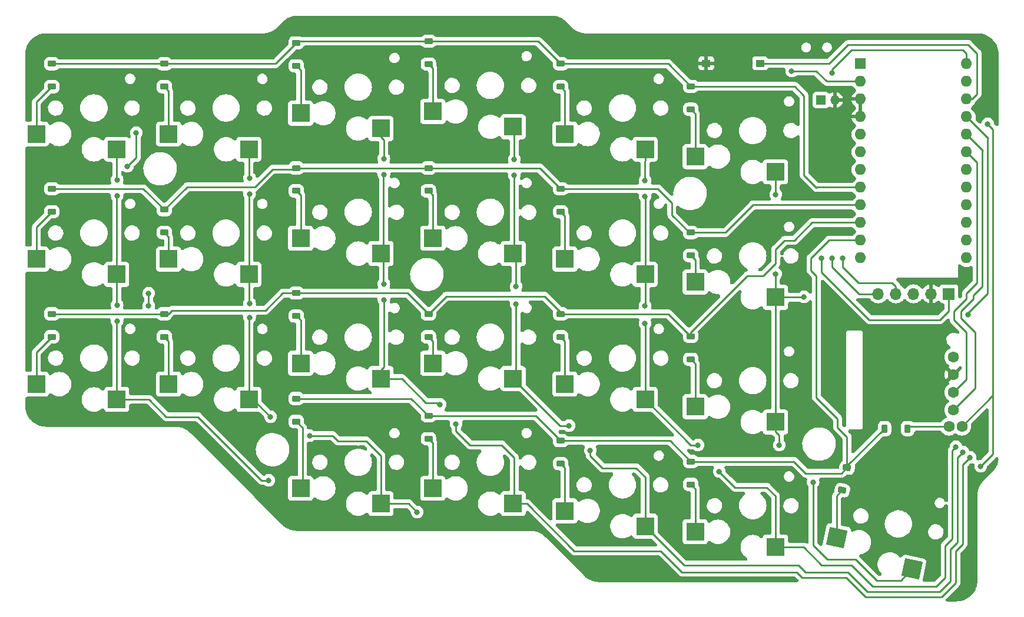
<source format=gbl>
%TF.GenerationSoftware,KiCad,Pcbnew,7.0.5-0*%
%TF.CreationDate,2023-08-03T20:32:26+09:30*%
%TF.ProjectId,Rolio,436f726e-6552-46f6-9c69-6f2e6b696361,rev?*%
%TF.SameCoordinates,Original*%
%TF.FileFunction,Copper,L2,Bot*%
%TF.FilePolarity,Positive*%
%FSLAX46Y46*%
G04 Gerber Fmt 4.6, Leading zero omitted, Abs format (unit mm)*
G04 Created by KiCad (PCBNEW 7.0.5-0) date 2023-08-03 20:32:26*
%MOMM*%
%LPD*%
G01*
G04 APERTURE LIST*
G04 Aperture macros list*
%AMRoundRect*
0 Rectangle with rounded corners*
0 $1 Rounding radius*
0 $2 $3 $4 $5 $6 $7 $8 $9 X,Y pos of 4 corners*
0 Add a 4 corners polygon primitive as box body*
4,1,4,$2,$3,$4,$5,$6,$7,$8,$9,$2,$3,0*
0 Add four circle primitives for the rounded corners*
1,1,$1+$1,$2,$3*
1,1,$1+$1,$4,$5*
1,1,$1+$1,$6,$7*
1,1,$1+$1,$8,$9*
0 Add four rect primitives between the rounded corners*
20,1,$1+$1,$2,$3,$4,$5,0*
20,1,$1+$1,$4,$5,$6,$7,0*
20,1,$1+$1,$6,$7,$8,$9,0*
20,1,$1+$1,$8,$9,$2,$3,0*%
%AMRotRect*
0 Rectangle, with rotation*
0 The origin of the aperture is its center*
0 $1 length*
0 $2 width*
0 $3 Rotation angle, in degrees counterclockwise*
0 Add horizontal line*
21,1,$1,$2,0,0,$3*%
G04 Aperture macros list end*
%TA.AperFunction,SMDPad,CuDef*%
%ADD10R,2.600000X2.600000*%
%TD*%
%TA.AperFunction,ComponentPad*%
%ADD11R,1.700000X1.700000*%
%TD*%
%TA.AperFunction,ComponentPad*%
%ADD12O,1.700000X1.700000*%
%TD*%
%TA.AperFunction,ComponentPad*%
%ADD13C,1.600000*%
%TD*%
%TA.AperFunction,ComponentPad*%
%ADD14R,1.600000X1.600000*%
%TD*%
%TA.AperFunction,ComponentPad*%
%ADD15O,1.600000X1.600000*%
%TD*%
%TA.AperFunction,SMDPad,CuDef*%
%ADD16RotRect,2.600000X2.600000X348.000000*%
%TD*%
%TA.AperFunction,ComponentPad*%
%ADD17R,1.350000X1.350000*%
%TD*%
%TA.AperFunction,ComponentPad*%
%ADD18O,1.350000X1.350000*%
%TD*%
%TA.AperFunction,SMDPad,CuDef*%
%ADD19RoundRect,0.225000X-0.375000X0.225000X-0.375000X-0.225000X0.375000X-0.225000X0.375000X0.225000X0*%
%TD*%
%TA.AperFunction,SMDPad,CuDef*%
%ADD20RoundRect,0.225000X-0.320025X0.298050X-0.413585X-0.142116X0.320025X-0.298050X0.413585X0.142116X0*%
%TD*%
%TA.AperFunction,SMDPad,CuDef*%
%ADD21R,1.250000X1.000000*%
%TD*%
%TA.AperFunction,SMDPad,CuDef*%
%ADD22RoundRect,0.225000X-0.225000X-0.375000X0.225000X-0.375000X0.225000X0.375000X-0.225000X0.375000X0*%
%TD*%
%TA.AperFunction,ViaPad*%
%ADD23C,0.800000*%
%TD*%
%TA.AperFunction,Conductor*%
%ADD24C,0.250000*%
%TD*%
G04 APERTURE END LIST*
D10*
%TO.P,SW_B0,1,1*%
%TO.N,col1*%
X85013000Y-51670000D03*
%TO.P,SW_B0,2,2*%
%TO.N,Net-(D5-A)*%
X73463000Y-49470000D03*
%TD*%
%TO.P,SW_B3,1,1*%
%TO.N,col2*%
X123013000Y-102670000D03*
%TO.P,SW_B3,2,2*%
%TO.N,Net-(D23-A)*%
X111463000Y-100470000D03*
%TD*%
%TO.P,SW_B4,1,1*%
%TO.N,col1*%
X104013000Y-102670000D03*
%TO.P,SW_B4,2,2*%
%TO.N,Net-(D29-A)*%
X92463000Y-100470000D03*
%TD*%
%TO.P,SW_C1,1,1*%
%TO.N,col2*%
X104013000Y-66670000D03*
%TO.P,SW_C1,2,2*%
%TO.N,Net-(D10-A)*%
X92463000Y-64470000D03*
%TD*%
%TO.P,SW_B1,1,1*%
%TO.N,col1*%
X85013000Y-69670000D03*
%TO.P,SW_B1,2,2*%
%TO.N,Net-(D11-A)*%
X73463000Y-67470000D03*
%TD*%
D11*
%TO.P,Nice!View1,1,CS*%
%TO.N,CS*%
X185672400Y-72470000D03*
D12*
%TO.P,Nice!View1,2,GND*%
%TO.N,GND*%
X183132400Y-72470000D03*
%TO.P,Nice!View1,3,VCC*%
%TO.N,VCC*%
X180592400Y-72470000D03*
%TO.P,Nice!View1,4,SCK*%
%TO.N,SCK*%
X178052400Y-72470000D03*
%TO.P,Nice!View1,5,MOSI*%
%TO.N,MOSI*%
X175512400Y-72470000D03*
%TD*%
D10*
%TO.P,SW_F0,1,1*%
%TO.N,col5*%
X160745900Y-54920000D03*
%TO.P,SW_F0,2,2*%
%TO.N,Net-(D1-A)*%
X149195900Y-52720000D03*
%TD*%
D13*
%TO.P,RE_1,A,A*%
%TO.N,ENC_A*%
X186322400Y-89180000D03*
%TO.P,RE_1,B,B*%
%TO.N,ENC_B*%
X186322400Y-86640000D03*
%TO.P,RE_1,C,C*%
%TO.N,GND*%
X186322400Y-84100000D03*
%TO.P,RE_1,D*%
%TO.N,N/C*%
X186322400Y-81560000D03*
%TO.P,RE_1,S1,S1*%
%TO.N,col0*%
X187547400Y-91570000D03*
%TO.P,RE_1,S2,S2*%
%TO.N,Net-(D19-A)*%
X185697400Y-91570000D03*
%TD*%
D10*
%TO.P,SW_A2,1,1*%
%TO.N,col0*%
X66013000Y-87670000D03*
%TO.P,SW_A2,2,2*%
%TO.N,Net-(D18-A)*%
X54463000Y-85470000D03*
%TD*%
%TO.P,SW_D1,1,1*%
%TO.N,col3*%
X123013000Y-66670000D03*
%TO.P,SW_D1,2,2*%
%TO.N,Net-(D9-A)*%
X111463000Y-64470000D03*
%TD*%
%TO.P,SW_E2,1,1*%
%TO.N,col4*%
X142013000Y-87670000D03*
%TO.P,SW_E2,2,2*%
%TO.N,Net-(D14-A)*%
X130463000Y-85470000D03*
%TD*%
%TO.P,SW_D2,1,1*%
%TO.N,col3*%
X123013000Y-84670000D03*
%TO.P,SW_D2,2,2*%
%TO.N,Net-(D15-A)*%
X111463000Y-82470000D03*
%TD*%
%TO.P,SW_E0,1,1*%
%TO.N,col4*%
X142013000Y-51670000D03*
%TO.P,SW_E0,2,2*%
%TO.N,Net-(D2-A)*%
X130463000Y-49470000D03*
%TD*%
D14*
%TO.P,NICE_NANO1,1,TX0/P0.06*%
%TO.N,CS*%
X172972400Y-39360000D03*
D15*
%TO.P,NICE_NANO1,2,RX1/P0.08*%
%TO.N,BL_CTRL*%
X172972400Y-41900000D03*
%TO.P,NICE_NANO1,3,GND*%
%TO.N,GND*%
X172972400Y-44440000D03*
%TO.P,NICE_NANO1,4,GND*%
X172972400Y-46980000D03*
%TO.P,NICE_NANO1,5,P0.17*%
%TO.N,MOSI*%
X172972400Y-49520000D03*
%TO.P,NICE_NANO1,6,P0.20*%
%TO.N,SCK*%
X172972400Y-52060000D03*
%TO.P,NICE_NANO1,7,P0.22*%
%TO.N,unconnected-(NICE_NANO1-P0.22-Pad7)*%
X172972400Y-54600000D03*
%TO.P,NICE_NANO1,8,P0.24*%
%TO.N,row0*%
X172972400Y-57140000D03*
%TO.P,NICE_NANO1,9,P1.00*%
%TO.N,row1*%
X172972400Y-59680000D03*
%TO.P,NICE_NANO1,10,P0.11*%
%TO.N,row2*%
X172972400Y-62220000D03*
%TO.P,NICE_NANO1,11,P1.04*%
%TO.N,row3*%
X172972400Y-64760000D03*
%TO.P,NICE_NANO1,12,P1.06*%
%TO.N,unconnected-(NICE_NANO1-P1.06-Pad12)*%
X172972400Y-67300000D03*
%TO.P,NICE_NANO1,13,NFC1/P0.09*%
%TO.N,col5*%
X188212400Y-67300000D03*
%TO.P,NICE_NANO1,14,NFC2/P0.10*%
%TO.N,col4*%
X188212400Y-64760000D03*
%TO.P,NICE_NANO1,15,P1.11*%
%TO.N,col3*%
X188212400Y-62220000D03*
%TO.P,NICE_NANO1,16,P1.13*%
%TO.N,col2*%
X188212400Y-59680000D03*
%TO.P,NICE_NANO1,17,P1.15*%
%TO.N,col1*%
X188212400Y-57140000D03*
%TO.P,NICE_NANO1,18,AIN0/P0.02*%
%TO.N,col0*%
X188212400Y-54600000D03*
%TO.P,NICE_NANO1,19,AIN5/P0.29*%
%TO.N,ENC_B*%
X188212400Y-52060000D03*
%TO.P,NICE_NANO1,20,AIN7/P0.31*%
%TO.N,ENC_A*%
X188212400Y-49520000D03*
%TO.P,NICE_NANO1,21,VCC*%
%TO.N,VCC*%
X188212400Y-46980000D03*
%TO.P,NICE_NANO1,22,RST*%
%TO.N,RST*%
X188212400Y-44440000D03*
%TO.P,NICE_NANO1,23,GND*%
%TO.N,GND*%
X188212400Y-41900000D03*
%TO.P,NICE_NANO1,24,BATIN/P0.04*%
%TO.N,VBATT*%
X188212400Y-39360000D03*
%TD*%
D10*
%TO.P,SW_A1,1,1*%
%TO.N,col0*%
X66013000Y-69670000D03*
%TO.P,SW_A1,2,2*%
%TO.N,Net-(D12-A)*%
X54463000Y-67470000D03*
%TD*%
%TO.P,SW_A0,1,1*%
%TO.N,col0*%
X66013000Y-51670000D03*
%TO.P,SW_A0,2,2*%
%TO.N,Net-(D6-A)*%
X54463000Y-49470000D03*
%TD*%
%TO.P,SW_F2,1,1*%
%TO.N,col5*%
X160745900Y-90920000D03*
%TO.P,SW_F2,2,2*%
%TO.N,Net-(D13-A)*%
X149195900Y-88720000D03*
%TD*%
%TO.P,SW_D0,1,1*%
%TO.N,col3*%
X123013000Y-48420000D03*
%TO.P,SW_D0,2,2*%
%TO.N,Net-(D3-A)*%
X111463000Y-46220000D03*
%TD*%
D16*
%TO.P,SW_E3,1,1*%
%TO.N,col5*%
X180375923Y-112089654D03*
%TO.P,SW_E3,2,2*%
%TO.N,Net-(D20-A)*%
X169535724Y-107536349D03*
%TD*%
D10*
%TO.P,SW_F1,1,1*%
%TO.N,col5*%
X160745900Y-72965000D03*
%TO.P,SW_F1,2,2*%
%TO.N,Net-(D7-A)*%
X149195900Y-70765000D03*
%TD*%
%TO.P,SW_C2,1,1*%
%TO.N,col2*%
X104013000Y-84670000D03*
%TO.P,SW_C2,2,2*%
%TO.N,Net-(D16-A)*%
X92463000Y-82470000D03*
%TD*%
D17*
%TO.P,BATT1,1,+*%
%TO.N,Net-(BATT1-+)*%
X167268000Y-44570000D03*
D18*
%TO.P,BATT1,2,-*%
%TO.N,GND*%
X169268000Y-44570000D03*
%TD*%
D10*
%TO.P,SW_E1,1,1*%
%TO.N,col4*%
X142013000Y-69670000D03*
%TO.P,SW_E1,2,2*%
%TO.N,Net-(D8-A)*%
X130463000Y-67470000D03*
%TD*%
%TO.P,SW_C0,1,1*%
%TO.N,col2*%
X104013000Y-48670000D03*
%TO.P,SW_C0,2,2*%
%TO.N,Net-(D4-A)*%
X92463000Y-46470000D03*
%TD*%
%TO.P,SW_C3,1,1*%
%TO.N,col3*%
X142013000Y-105920000D03*
%TO.P,SW_C3,2,2*%
%TO.N,Net-(D22-A)*%
X130463000Y-103720000D03*
%TD*%
%TO.P,SW_B2,1,1*%
%TO.N,col1*%
X85013000Y-87670000D03*
%TO.P,SW_B2,2,2*%
%TO.N,Net-(D17-A)*%
X73463000Y-85470000D03*
%TD*%
%TO.P,SW_D3,1,1*%
%TO.N,col4*%
X160745900Y-108920000D03*
%TO.P,SW_D3,2,2*%
%TO.N,Net-(D21-A)*%
X149195900Y-106720000D03*
%TD*%
D19*
%TO.P,D17,1,K*%
%TO.N,row2*%
X72838000Y-75352500D03*
%TO.P,D17,2,A*%
%TO.N,Net-(D17-A)*%
X72838000Y-78652500D03*
%TD*%
%TO.P,D10,1,K*%
%TO.N,row1*%
X91838000Y-54352500D03*
%TO.P,D10,2,A*%
%TO.N,Net-(D10-A)*%
X91838000Y-57652500D03*
%TD*%
%TO.P,D13,1,K*%
%TO.N,row2*%
X148570900Y-78602500D03*
%TO.P,D13,2,A*%
%TO.N,Net-(D13-A)*%
X148570900Y-81902500D03*
%TD*%
%TO.P,D1,1,K*%
%TO.N,row0*%
X148570900Y-42602500D03*
%TO.P,D1,2,A*%
%TO.N,Net-(D1-A)*%
X148570900Y-45902500D03*
%TD*%
%TO.P,D12,1,K*%
%TO.N,row1*%
X56676400Y-57352500D03*
%TO.P,D12,2,A*%
%TO.N,Net-(D12-A)*%
X56676400Y-60652500D03*
%TD*%
%TO.P,D14,1,K*%
%TO.N,row2*%
X129838000Y-75352500D03*
%TO.P,D14,2,A*%
%TO.N,Net-(D14-A)*%
X129838000Y-78652500D03*
%TD*%
%TO.P,D15,1,K*%
%TO.N,row2*%
X110838000Y-75352500D03*
%TO.P,D15,2,A*%
%TO.N,Net-(D15-A)*%
X110838000Y-78652500D03*
%TD*%
%TO.P,D3,1,K*%
%TO.N,row0*%
X110838000Y-36102500D03*
%TO.P,D3,2,A*%
%TO.N,Net-(D3-A)*%
X110838000Y-39402500D03*
%TD*%
%TO.P,D22,1,K*%
%TO.N,row3*%
X129838000Y-93602500D03*
%TO.P,D22,2,A*%
%TO.N,Net-(D22-A)*%
X129838000Y-96902500D03*
%TD*%
%TO.P,D23,1,K*%
%TO.N,row3*%
X110838000Y-90032500D03*
%TO.P,D23,2,A*%
%TO.N,Net-(D23-A)*%
X110838000Y-93332500D03*
%TD*%
%TO.P,D11,1,K*%
%TO.N,row1*%
X72838000Y-60352500D03*
%TO.P,D11,2,A*%
%TO.N,Net-(D11-A)*%
X72838000Y-63652500D03*
%TD*%
%TO.P,D7,1,K*%
%TO.N,row1*%
X148570900Y-63647500D03*
%TO.P,D7,2,A*%
%TO.N,Net-(D7-A)*%
X148570900Y-66947500D03*
%TD*%
D20*
%TO.P,D20,1,K*%
%TO.N,row3*%
X171027927Y-97509996D03*
%TO.P,D20,2,A*%
%TO.N,Net-(D20-A)*%
X170341819Y-100737884D03*
%TD*%
D19*
%TO.P,D29,1,K*%
%TO.N,row3*%
X91838000Y-87544000D03*
%TO.P,D29,2,A*%
%TO.N,Net-(D29-A)*%
X91838000Y-90844000D03*
%TD*%
%TO.P,D4,1,K*%
%TO.N,row0*%
X91838000Y-36352500D03*
%TO.P,D4,2,A*%
%TO.N,Net-(D4-A)*%
X91838000Y-39652500D03*
%TD*%
D21*
%TO.P,RESET1,1,1*%
%TO.N,RST*%
X158530400Y-39284000D03*
%TO.P,RESET1,2,2*%
%TO.N,GND*%
X150780400Y-39284000D03*
%TD*%
D19*
%TO.P,D2,1,K*%
%TO.N,row0*%
X129838000Y-39352500D03*
%TO.P,D2,2,A*%
%TO.N,Net-(D2-A)*%
X129838000Y-42652500D03*
%TD*%
%TO.P,D8,1,K*%
%TO.N,row1*%
X129838000Y-57352500D03*
%TO.P,D8,2,A*%
%TO.N,Net-(D8-A)*%
X129838000Y-60652500D03*
%TD*%
%TO.P,D18,1,K*%
%TO.N,row2*%
X56676400Y-75352500D03*
%TO.P,D18,2,A*%
%TO.N,Net-(D18-A)*%
X56676400Y-78652500D03*
%TD*%
%TO.P,D5,1,K*%
%TO.N,row0*%
X72838000Y-39352500D03*
%TO.P,D5,2,A*%
%TO.N,Net-(D5-A)*%
X72838000Y-42652500D03*
%TD*%
%TO.P,D6,1,K*%
%TO.N,row0*%
X56676400Y-39352500D03*
%TO.P,D6,2,A*%
%TO.N,Net-(D6-A)*%
X56676400Y-42652500D03*
%TD*%
%TO.P,D9,1,K*%
%TO.N,row1*%
X110838000Y-54352500D03*
%TO.P,D9,2,A*%
%TO.N,Net-(D9-A)*%
X110838000Y-57652500D03*
%TD*%
D22*
%TO.P,D19,1,K*%
%TO.N,row3*%
X176438400Y-91862000D03*
%TO.P,D19,2,A*%
%TO.N,Net-(D19-A)*%
X179738400Y-91862000D03*
%TD*%
D19*
%TO.P,D21,1,K*%
%TO.N,row3*%
X148570900Y-96602500D03*
%TO.P,D21,2,A*%
%TO.N,Net-(D21-A)*%
X148570900Y-99902500D03*
%TD*%
%TO.P,D16,1,K*%
%TO.N,row2*%
X91838000Y-72352500D03*
%TO.P,D16,2,A*%
%TO.N,Net-(D16-A)*%
X91838000Y-75652500D03*
%TD*%
D23*
%TO.N,CS*%
X167386000Y-67310000D03*
%TO.N,GND*%
X114554000Y-74168000D03*
X107950000Y-88900000D03*
X147320000Y-103124000D03*
X76708000Y-58928000D03*
X134112000Y-41402000D03*
X92202000Y-68580000D03*
X95758000Y-55880000D03*
X147066000Y-85344000D03*
X115316000Y-37846000D03*
X73152000Y-71374000D03*
X133858000Y-77216000D03*
X146558000Y-71374000D03*
X109220000Y-60960000D03*
X130302000Y-88392000D03*
X59436000Y-61214000D03*
X133858000Y-59436000D03*
X145288000Y-92456000D03*
X191262000Y-44450000D03*
X140970000Y-112268000D03*
X73660000Y-88900000D03*
X164338000Y-106426000D03*
X169418000Y-74930000D03*
X127508000Y-68580000D03*
X128270000Y-100076000D03*
X152400000Y-80772000D03*
X175514000Y-74930000D03*
X95758000Y-74168000D03*
X174752000Y-100838000D03*
X187706000Y-114554000D03*
X179832000Y-83312000D03*
X76454000Y-40894000D03*
X110998000Y-33274000D03*
X76708000Y-76962000D03*
X111252000Y-86360000D03*
X163576000Y-88392000D03*
X152400000Y-62230000D03*
X127508000Y-93218000D03*
X166116000Y-64770000D03*
X59182000Y-42418000D03*
X151892000Y-45212000D03*
X148844000Y-36322000D03*
X95504000Y-38354000D03*
%TO.N,VCC*%
X70612000Y-72390000D03*
X67564000Y-54102000D03*
X70612000Y-74168000D03*
X188468000Y-75438000D03*
X68834000Y-49276000D03*
%TO.N,SCK*%
X170434000Y-67310000D03*
%TO.N,MOSI*%
X168910000Y-67310000D03*
%TO.N,col0*%
X87884000Y-99314000D03*
X66074400Y-76368000D03*
X190246000Y-97282000D03*
X66074400Y-56048000D03*
X66074400Y-74082000D03*
X191262000Y-48006000D03*
X66074400Y-58334000D03*
%TO.N,col1*%
X93760400Y-92878000D03*
X88138000Y-90170000D03*
X85124400Y-55794000D03*
X85124400Y-73828000D03*
X85124400Y-58080000D03*
X85124400Y-75860000D03*
X109220000Y-103886000D03*
%TO.N,col2*%
X114808000Y-91186000D03*
X104428400Y-73320000D03*
X104428400Y-55286000D03*
X188722000Y-96012000D03*
X104428400Y-53000000D03*
X104428400Y-71034000D03*
X112522000Y-88392000D03*
%TO.N,col3*%
X131064000Y-91440000D03*
X134112000Y-94996000D03*
X123190000Y-55372000D03*
X123444000Y-71374000D03*
X123190000Y-53086000D03*
X123444000Y-73914000D03*
X187706000Y-95250000D03*
%TO.N,col4*%
X186690000Y-94488000D03*
X152654000Y-98044000D03*
X141986000Y-74168000D03*
X141986000Y-58420000D03*
X141986000Y-76708000D03*
X149606000Y-94234000D03*
X141986000Y-56134000D03*
%TO.N,BL_CTRL*%
X163068000Y-40386000D03*
%TO.N,col5*%
X164846000Y-72898000D03*
X166150400Y-99568000D03*
X160782000Y-69596000D03*
X161290000Y-94234000D03*
X160782000Y-58166000D03*
%TO.N,VBATT*%
X168910000Y-40640000D03*
%TD*%
D24*
%TO.N,row0*%
X92088000Y-36102500D02*
X110838000Y-36102500D01*
X126588000Y-36102500D02*
X129838000Y-39352500D01*
X166624000Y-57150000D02*
X166634000Y-57140000D01*
X91838000Y-36352500D02*
X92088000Y-36102500D01*
X164846000Y-43942000D02*
X164846000Y-55372000D01*
X164846000Y-55372000D02*
X166624000Y-57150000D01*
X145320900Y-39352500D02*
X148570900Y-42602500D01*
X72838000Y-39352500D02*
X88838000Y-39352500D01*
X110838000Y-36102500D02*
X126588000Y-36102500D01*
X88838000Y-39352500D02*
X91838000Y-36352500D01*
X129838000Y-39352500D02*
X145320900Y-39352500D01*
X56676400Y-39352500D02*
X72838000Y-39352500D01*
X166634000Y-57140000D02*
X172972400Y-57140000D01*
X148570900Y-42602500D02*
X163506500Y-42602500D01*
X163506500Y-42602500D02*
X164846000Y-43942000D01*
%TO.N,Net-(D1-A)*%
X149195900Y-52720000D02*
X149195900Y-46527500D01*
X149195900Y-46527500D02*
X148570900Y-45902500D01*
%TO.N,Net-(D2-A)*%
X130463000Y-49470000D02*
X130463000Y-43277500D01*
X130463000Y-43277500D02*
X129838000Y-42652500D01*
%TO.N,Net-(D3-A)*%
X111463000Y-40027500D02*
X110838000Y-39402500D01*
X111463000Y-46220000D02*
X111463000Y-40027500D01*
%TO.N,Net-(D4-A)*%
X92463000Y-46470000D02*
X92463000Y-40277500D01*
X92463000Y-40277500D02*
X91838000Y-39652500D01*
%TO.N,Net-(D5-A)*%
X73463000Y-43277500D02*
X72838000Y-42652500D01*
X73463000Y-49470000D02*
X73463000Y-43277500D01*
%TO.N,Net-(D6-A)*%
X54463000Y-49470000D02*
X54463000Y-44865900D01*
X54463000Y-44865900D02*
X56676400Y-42652500D01*
%TO.N,row1*%
X56676400Y-57352500D02*
X69838000Y-57352500D01*
X91838000Y-54352500D02*
X110838000Y-54352500D01*
X157490000Y-59680000D02*
X153522500Y-63647500D01*
X126838000Y-54352500D02*
X129838000Y-57352500D01*
X76126500Y-57064000D02*
X72838000Y-60352500D01*
X172972400Y-59680000D02*
X157490000Y-59680000D01*
X145830400Y-61128000D02*
X148349900Y-63647500D01*
X88426400Y-54524000D02*
X91666500Y-54524000D01*
X85886400Y-57064000D02*
X88426400Y-54524000D01*
X129838000Y-57352500D02*
X143832900Y-57352500D01*
X148570900Y-63647500D02*
X153522500Y-63647500D01*
X91666500Y-54524000D02*
X91838000Y-54352500D01*
X69838000Y-57352500D02*
X72838000Y-60352500D01*
X110838000Y-54352500D02*
X126838000Y-54352500D01*
X85886400Y-57064000D02*
X76126500Y-57064000D01*
X148349900Y-63647500D02*
X148570900Y-63647500D01*
X145830400Y-59350000D02*
X145830400Y-61128000D01*
X143832900Y-57352500D02*
X145830400Y-59350000D01*
%TO.N,Net-(D7-A)*%
X149195900Y-67572500D02*
X148570900Y-66947500D01*
X149195900Y-70765000D02*
X149195900Y-67572500D01*
%TO.N,Net-(D8-A)*%
X130463000Y-67470000D02*
X130463000Y-61277500D01*
X130463000Y-61277500D02*
X129838000Y-60652500D01*
%TO.N,Net-(D9-A)*%
X111463000Y-58277500D02*
X110838000Y-57652500D01*
X111463000Y-64470000D02*
X111463000Y-58277500D01*
%TO.N,Net-(D10-A)*%
X92463000Y-64470000D02*
X92463000Y-58277500D01*
X92463000Y-58277500D02*
X91838000Y-57652500D01*
%TO.N,Net-(D11-A)*%
X73463000Y-64277500D02*
X72838000Y-63652500D01*
X73463000Y-67470000D02*
X73463000Y-64277500D01*
%TO.N,Net-(D12-A)*%
X54463000Y-62865900D02*
X56676400Y-60652500D01*
X54463000Y-67470000D02*
X54463000Y-62865900D01*
%TO.N,row2*%
X56676400Y-75352500D02*
X72838000Y-75352500D01*
X148570900Y-77997100D02*
X148570900Y-78602500D01*
X73439900Y-75352500D02*
X73948400Y-74844000D01*
X87410400Y-74844000D02*
X89901900Y-72352500D01*
X73948400Y-74844000D02*
X87410400Y-74844000D01*
X110838000Y-75352500D02*
X113378500Y-72812000D01*
X160782000Y-68072000D02*
X159004000Y-69850000D01*
X162052000Y-64770000D02*
X160782000Y-66040000D01*
X72838000Y-75352500D02*
X73439900Y-75352500D01*
X160782000Y-66040000D02*
X160782000Y-68072000D01*
X127542400Y-72812000D02*
X129838000Y-75107600D01*
X113378500Y-72812000D02*
X127542400Y-72812000D01*
X107838000Y-72352500D02*
X110838000Y-75352500D01*
X172972400Y-62220000D02*
X166032216Y-62220000D01*
X156718000Y-69850000D02*
X148570900Y-77997100D01*
X166032216Y-62220000D02*
X163482216Y-64770000D01*
X91838000Y-72352500D02*
X107838000Y-72352500D01*
X163482216Y-64770000D02*
X162052000Y-64770000D01*
X129838000Y-75107600D02*
X129838000Y-75352500D01*
X89901900Y-72352500D02*
X91838000Y-72352500D01*
X129838000Y-75352500D02*
X145320900Y-75352500D01*
X145320900Y-75352500D02*
X148570900Y-78602500D01*
X159004000Y-69850000D02*
X156718000Y-69850000D01*
%TO.N,Net-(D13-A)*%
X149195900Y-88720000D02*
X149195900Y-82527500D01*
X149195900Y-82527500D02*
X148570900Y-81902500D01*
%TO.N,Net-(D14-A)*%
X130463000Y-85470000D02*
X130463000Y-79277500D01*
X130463000Y-79277500D02*
X129838000Y-78652500D01*
%TO.N,Net-(D15-A)*%
X111463000Y-79277500D02*
X110838000Y-78652500D01*
X111463000Y-82470000D02*
X111463000Y-79277500D01*
%TO.N,Net-(D16-A)*%
X92463000Y-82470000D02*
X92463000Y-76277500D01*
X92463000Y-76277500D02*
X91838000Y-75652500D01*
%TO.N,Net-(D17-A)*%
X73463000Y-79277500D02*
X72838000Y-78652500D01*
X73463000Y-85470000D02*
X73463000Y-79277500D01*
%TO.N,Net-(D18-A)*%
X54463000Y-80865900D02*
X56676400Y-78652500D01*
X54463000Y-85470000D02*
X54463000Y-80865900D01*
%TO.N,CS*%
X174244000Y-76200000D02*
X184404000Y-76200000D01*
X185672400Y-74931600D02*
X185672400Y-72470000D01*
X167386000Y-69342000D02*
X174244000Y-76200000D01*
X167386000Y-67310000D02*
X167386000Y-69342000D01*
X184404000Y-76200000D02*
X185672400Y-74931600D01*
%TO.N,GND*%
X172972400Y-44440000D02*
X172972400Y-46980000D01*
%TO.N,VCC*%
X68834000Y-49276000D02*
X68834000Y-52832000D01*
X188212400Y-46980000D02*
X191266200Y-50033800D01*
X191266200Y-50033800D02*
X191262000Y-50038000D01*
X191262000Y-72390000D02*
X188468000Y-75184000D01*
X191262000Y-50038000D02*
X191262000Y-72390000D01*
X188468000Y-75184000D02*
X188468000Y-75438000D01*
X68834000Y-52832000D02*
X67564000Y-54102000D01*
X70612000Y-72390000D02*
X70612000Y-74168000D01*
%TO.N,SCK*%
X170434000Y-68580000D02*
X172720000Y-70866000D01*
X170434000Y-67310000D02*
X170434000Y-68580000D01*
X177546000Y-70866000D02*
X178052400Y-71372400D01*
X178052400Y-71372400D02*
X178052400Y-72470000D01*
X172720000Y-70866000D02*
X177546000Y-70866000D01*
%TO.N,MOSI*%
X168910000Y-67310000D02*
X168910000Y-68580000D01*
X172800000Y-72470000D02*
X175512400Y-72470000D01*
X168910000Y-68580000D02*
X172800000Y-72470000D01*
%TO.N,ENC_B*%
X186436000Y-74930000D02*
X188170200Y-73195800D01*
X186436000Y-76243800D02*
X186436000Y-74930000D01*
X189738000Y-70866000D02*
X189738000Y-53585600D01*
X188170200Y-77978000D02*
X186436000Y-76243800D01*
X189738000Y-53585600D02*
X188212400Y-52060000D01*
X188170200Y-72433800D02*
X189738000Y-70866000D01*
X188170200Y-73195800D02*
X188170200Y-72433800D01*
X186322400Y-86640000D02*
X188170200Y-84792200D01*
X188170200Y-84792200D02*
X188170200Y-77978000D01*
%TO.N,ENC_A*%
X187452000Y-74930000D02*
X187452000Y-75946000D01*
X190500000Y-51816000D02*
X190500000Y-71374000D01*
X187452000Y-75946000D02*
X189484000Y-77978000D01*
X189230000Y-73152000D02*
X187452000Y-74930000D01*
X189484000Y-77978000D02*
X189484000Y-86018400D01*
X190500000Y-71374000D02*
X189230000Y-72644000D01*
X189484000Y-86018400D02*
X186322400Y-89180000D01*
X189230000Y-72644000D02*
X189230000Y-73152000D01*
X188212400Y-49520000D02*
X190504200Y-51811800D01*
X190504200Y-51811800D02*
X190500000Y-51816000D01*
%TO.N,col0*%
X192024000Y-86614000D02*
X192024000Y-87093400D01*
X66013000Y-51670000D02*
X66013000Y-55986600D01*
X192024000Y-48768000D02*
X192024000Y-86614000D01*
X77724000Y-90170000D02*
X73152000Y-90170000D01*
X192024000Y-95504000D02*
X192024000Y-86614000D01*
X66074400Y-58334000D02*
X66013000Y-58395400D01*
X66013000Y-74020600D02*
X66074400Y-74082000D01*
X70652000Y-87670000D02*
X66013000Y-87670000D01*
X66013000Y-55986600D02*
X66074400Y-56048000D01*
X73152000Y-90170000D02*
X70652000Y-87670000D01*
X191262000Y-48006000D02*
X192024000Y-48768000D01*
X87884000Y-99314000D02*
X86868000Y-99314000D01*
X190246000Y-97282000D02*
X192024000Y-95504000D01*
X192024000Y-87093400D02*
X187547400Y-91570000D01*
X66013000Y-69670000D02*
X66013000Y-74020600D01*
X66013000Y-76429400D02*
X66013000Y-87670000D01*
X66013000Y-58395400D02*
X66013000Y-69670000D01*
X66074400Y-76368000D02*
X66013000Y-76429400D01*
X86868000Y-99314000D02*
X77724000Y-90170000D01*
%TO.N,col1*%
X85013000Y-69670000D02*
X85013000Y-58191400D01*
X93760400Y-92878000D02*
X97062400Y-92878000D01*
X85638000Y-87670000D02*
X88138000Y-90170000D01*
X85013000Y-55682600D02*
X85013000Y-51670000D01*
X85013000Y-87670000D02*
X85638000Y-87670000D01*
X97824400Y-93640000D02*
X101888400Y-93640000D01*
X85013000Y-75971400D02*
X85124400Y-75860000D01*
X104013000Y-102670000D02*
X108004000Y-102670000D01*
X104013000Y-95764600D02*
X104013000Y-102670000D01*
X108004000Y-102670000D02*
X109220000Y-103886000D01*
X85013000Y-58191400D02*
X85124400Y-58080000D01*
X85013000Y-87670000D02*
X85013000Y-75971400D01*
X85013000Y-87670000D02*
X85758400Y-87670000D01*
X85124400Y-73828000D02*
X85013000Y-73716600D01*
X85013000Y-73716600D02*
X85013000Y-69670000D01*
X101888400Y-93640000D02*
X104013000Y-95764600D01*
X97062400Y-92878000D02*
X97824400Y-93640000D01*
%TO.N,col2*%
X110490000Y-88138000D02*
X112268000Y-88138000D01*
X125022000Y-102670000D02*
X123013000Y-102670000D01*
X163830000Y-112522000D02*
X147320000Y-112522000D01*
X188722000Y-96012000D02*
X187706000Y-97028000D01*
X104428400Y-50326400D02*
X104013000Y-49911000D01*
X104428400Y-71034000D02*
X104394000Y-70999600D01*
X123190000Y-102493000D02*
X123013000Y-102670000D01*
X104394000Y-55320400D02*
X104394000Y-66289000D01*
X123190000Y-96012000D02*
X123190000Y-102493000D01*
X104428400Y-83023600D02*
X104013000Y-83439000D01*
X186690000Y-109474000D02*
X186690000Y-114046000D01*
X114808000Y-92202000D02*
X116840000Y-94234000D01*
X170942000Y-113284000D02*
X164592000Y-113284000D01*
X121412000Y-94234000D02*
X123190000Y-96012000D01*
X187706000Y-97028000D02*
X187706000Y-108458000D01*
X116840000Y-94234000D02*
X121412000Y-94234000D01*
X112268000Y-88138000D02*
X112522000Y-88392000D01*
X104428400Y-53000000D02*
X104428400Y-50326400D01*
X104013000Y-83439000D02*
X104013000Y-84670000D01*
X147320000Y-112522000D02*
X144272000Y-109474000D01*
X144272000Y-109474000D02*
X131826000Y-109474000D01*
X107022000Y-84670000D02*
X110490000Y-88138000D01*
X114808000Y-91186000D02*
X114808000Y-92202000D01*
X104428400Y-73320000D02*
X104428400Y-83023600D01*
X104394000Y-67051000D02*
X104013000Y-66670000D01*
X131826000Y-109474000D02*
X125022000Y-102670000D01*
X173736000Y-116078000D02*
X170942000Y-113284000D01*
X187706000Y-108458000D02*
X186690000Y-109474000D01*
X104394000Y-66289000D02*
X104013000Y-66670000D01*
X164592000Y-113284000D02*
X163830000Y-112522000D01*
X186690000Y-114046000D02*
X184658000Y-116078000D01*
X104013000Y-49911000D02*
X104013000Y-48670000D01*
X104013000Y-84670000D02*
X107022000Y-84670000D01*
X104428400Y-55286000D02*
X104394000Y-55320400D01*
X104394000Y-70999600D02*
X104394000Y-67051000D01*
X184658000Y-116078000D02*
X173736000Y-116078000D01*
%TO.N,col3*%
X123444000Y-84239000D02*
X123013000Y-84670000D01*
X147599000Y-111506000D02*
X164084000Y-111506000D01*
X129783000Y-91440000D02*
X123013000Y-84670000D01*
X185928000Y-109220000D02*
X186944000Y-108204000D01*
X142013000Y-105920000D02*
X147599000Y-111506000D01*
X184404000Y-115316000D02*
X185928000Y-113792000D01*
X186944000Y-96012000D02*
X187706000Y-95250000D01*
X186944000Y-108204000D02*
X186944000Y-96012000D01*
X164084000Y-111506000D02*
X165100000Y-112522000D01*
X140716000Y-97536000D02*
X142013000Y-98833000D01*
X131064000Y-91440000D02*
X129783000Y-91440000D01*
X123190000Y-66493000D02*
X123013000Y-66670000D01*
X123190000Y-55372000D02*
X123190000Y-66493000D01*
X165100000Y-112522000D02*
X171196000Y-112522000D01*
X171196000Y-112522000D02*
X173990000Y-115316000D01*
X123190000Y-48597000D02*
X123013000Y-48420000D01*
X134112000Y-94996000D02*
X134112000Y-95758000D01*
X123444000Y-71374000D02*
X123444000Y-67101000D01*
X135890000Y-97536000D02*
X140716000Y-97536000D01*
X123444000Y-67101000D02*
X123013000Y-66670000D01*
X123190000Y-53086000D02*
X123190000Y-48597000D01*
X134112000Y-95758000D02*
X135890000Y-97536000D01*
X185928000Y-113792000D02*
X185928000Y-109220000D01*
X142013000Y-98833000D02*
X142013000Y-105920000D01*
X173990000Y-115316000D02*
X184404000Y-115316000D01*
X123444000Y-73914000D02*
X123444000Y-84239000D01*
%TO.N,col4*%
X142013000Y-74141000D02*
X142013000Y-69670000D01*
X171704000Y-111506000D02*
X167386000Y-111506000D01*
X185166000Y-113284000D02*
X183896000Y-114554000D01*
X152654000Y-98044000D02*
X154940000Y-100330000D01*
X141986000Y-56134000D02*
X141986000Y-53340000D01*
X154940000Y-100330000D02*
X159512000Y-100330000D01*
X142013000Y-53313000D02*
X142013000Y-51670000D01*
X142013000Y-87670000D02*
X142013000Y-76735000D01*
X160745900Y-101563900D02*
X160745900Y-108920000D01*
X164800000Y-108920000D02*
X160745900Y-108920000D01*
X142013000Y-76735000D02*
X141986000Y-76708000D01*
X142013000Y-69670000D02*
X142013000Y-58447000D01*
X141986000Y-53340000D02*
X142013000Y-53313000D01*
X174752000Y-114554000D02*
X171704000Y-111506000D01*
X148577000Y-94234000D02*
X149606000Y-94234000D01*
X186182000Y-94996000D02*
X186182000Y-107696000D01*
X186690000Y-94488000D02*
X186182000Y-94996000D01*
X159512000Y-100330000D02*
X160745900Y-101563900D01*
X141986000Y-74168000D02*
X142013000Y-74141000D01*
X167386000Y-111506000D02*
X164800000Y-108920000D01*
X142013000Y-87670000D02*
X148577000Y-94234000D01*
X186182000Y-107696000D02*
X185166000Y-108712000D01*
X185166000Y-108712000D02*
X185166000Y-113284000D01*
X142013000Y-58447000D02*
X141986000Y-58420000D01*
X183896000Y-114554000D02*
X174752000Y-114554000D01*
%TO.N,RST*%
X171196000Y-36576000D02*
X168488000Y-39284000D01*
X188986000Y-44440000D02*
X188212400Y-44440000D01*
X189738000Y-37846000D02*
X188468000Y-36576000D01*
X189738000Y-43688000D02*
X188986000Y-44440000D01*
X188468000Y-36576000D02*
X171196000Y-36576000D01*
X168488000Y-39284000D02*
X158530400Y-39284000D01*
X189738000Y-43688000D02*
X189738000Y-37846000D01*
%TO.N,Net-(D19-A)*%
X180030400Y-91570000D02*
X179738400Y-91862000D01*
X185697400Y-91570000D02*
X180030400Y-91570000D01*
%TO.N,Net-(D20-A)*%
X169535724Y-101543979D02*
X169535724Y-107536349D01*
X170341819Y-100737884D02*
X169535724Y-101543979D01*
%TO.N,Net-(D21-A)*%
X149195900Y-106720000D02*
X149195900Y-100527500D01*
X149195900Y-100527500D02*
X148570900Y-99902500D01*
%TO.N,Net-(D22-A)*%
X130463000Y-103720000D02*
X130463000Y-97527500D01*
X130463000Y-97527500D02*
X129838000Y-96902500D01*
%TO.N,Net-(D23-A)*%
X111463000Y-93957500D02*
X110838000Y-93332500D01*
X111463000Y-100470000D02*
X111463000Y-93957500D01*
%TO.N,row3*%
X165862000Y-69088000D02*
X165862000Y-67310000D01*
X126268000Y-90032500D02*
X129838000Y-93602500D01*
X165100000Y-98298000D02*
X170239923Y-98298000D01*
X129838000Y-93602500D02*
X145570900Y-93602500D01*
X91838000Y-87544000D02*
X108349500Y-87544000D01*
X110838000Y-90032500D02*
X126268000Y-90032500D01*
X171027927Y-93049927D02*
X171027927Y-97509996D01*
X166624000Y-87376000D02*
X166624000Y-69850000D01*
X163404500Y-96602500D02*
X165100000Y-98298000D01*
X145570900Y-93602500D02*
X148570900Y-96602500D01*
X166624000Y-69850000D02*
X165862000Y-69088000D01*
X108349500Y-87544000D02*
X110838000Y-90032500D01*
X169672000Y-90424000D02*
X166624000Y-87376000D01*
X169672000Y-91694000D02*
X171027927Y-93049927D01*
X171027927Y-97509996D02*
X171027927Y-97272473D01*
X165862000Y-67310000D02*
X168412000Y-64760000D01*
X170239923Y-98298000D02*
X171027927Y-97509996D01*
X171027927Y-97272473D02*
X176438400Y-91862000D01*
X168412000Y-64760000D02*
X172972400Y-64760000D01*
X148570900Y-96602500D02*
X163404500Y-96602500D01*
X169672000Y-91694000D02*
X169672000Y-90424000D01*
%TO.N,BL_CTRL*%
X168138000Y-41900000D02*
X172972400Y-41900000D01*
X163068000Y-40386000D02*
X166624000Y-40386000D01*
X166624000Y-40386000D02*
X168138000Y-41900000D01*
%TO.N,col5*%
X166150400Y-108626000D02*
X168182400Y-110658000D01*
X160745900Y-92299500D02*
X160745900Y-90920000D01*
X160745900Y-54920000D02*
X160745900Y-58129900D01*
X160745900Y-72965000D02*
X160745900Y-90920000D01*
X161290000Y-94234000D02*
X161290000Y-92843600D01*
X172246400Y-110658000D02*
X175294400Y-113706000D01*
X168182400Y-110658000D02*
X172246400Y-110658000D01*
X160745900Y-72965000D02*
X160745900Y-69632100D01*
X160745900Y-72965000D02*
X164779000Y-72965000D01*
X166150400Y-108626000D02*
X166150400Y-99568000D01*
X175294400Y-113706000D02*
X178759577Y-113706000D01*
X161290000Y-92843600D02*
X160745900Y-92299500D01*
X178759577Y-113706000D02*
X180375923Y-112089654D01*
X160745900Y-69632100D02*
X160782000Y-69596000D01*
%TO.N,VBATT*%
X168910000Y-40132000D02*
X168910000Y-40640000D01*
X171704000Y-37338000D02*
X187706000Y-37338000D01*
X188212400Y-37844400D02*
X188212400Y-39360000D01*
X171704000Y-37338000D02*
X168910000Y-40132000D01*
X187706000Y-37338000D02*
X188212400Y-37844400D01*
%TO.N,Net-(D29-A)*%
X92744400Y-100188600D02*
X92463000Y-100470000D01*
X92744400Y-91750400D02*
X92744400Y-100188600D01*
X91838000Y-90844000D02*
X92744400Y-91750400D01*
%TD*%
%TA.AperFunction,Conductor*%
%TO.N,GND*%
G36*
X192651997Y-95977973D02*
G01*
X192732779Y-96031949D01*
X192786755Y-96112731D01*
X192805709Y-96208019D01*
X192805317Y-96221978D01*
X192803256Y-96258688D01*
X192802104Y-96269983D01*
X192783668Y-96394269D01*
X192783256Y-96396855D01*
X192753490Y-96572053D01*
X192751517Y-96581454D01*
X192718477Y-96713353D01*
X192717342Y-96717569D01*
X192670870Y-96878874D01*
X192668458Y-96886352D01*
X192621581Y-97017364D01*
X192619380Y-97023067D01*
X192555977Y-97176131D01*
X192553500Y-97181718D01*
X192494003Y-97307508D01*
X192490421Y-97314503D01*
X192409221Y-97461415D01*
X192407043Y-97465198D01*
X192337135Y-97581827D01*
X192331882Y-97589869D01*
X192229065Y-97734769D01*
X192227527Y-97736889D01*
X192152636Y-97837864D01*
X192145471Y-97846657D01*
X191991434Y-98019042D01*
X191942999Y-98072479D01*
X191938787Y-98076903D01*
X190770302Y-99245389D01*
X190740399Y-99265368D01*
X190659690Y-99355684D01*
X190654892Y-99360759D01*
X190546483Y-99469169D01*
X190507379Y-99516818D01*
X190483491Y-99536421D01*
X190436229Y-99603034D01*
X190430929Y-99609974D01*
X190354954Y-99702552D01*
X190300519Y-99766985D01*
X190244596Y-99868175D01*
X190239146Y-99877126D01*
X190197945Y-99938789D01*
X190195965Y-99941664D01*
X190157374Y-99996054D01*
X190139057Y-100048108D01*
X190136993Y-100051969D01*
X190111979Y-100082445D01*
X190084279Y-100149321D01*
X190079053Y-100160369D01*
X190056697Y-100202197D01*
X190056685Y-100202221D01*
X190049498Y-100219572D01*
X190043440Y-100232153D01*
X190013095Y-100287061D01*
X190001304Y-100335932D01*
X189999229Y-100340939D01*
X189974887Y-100377355D01*
X189955675Y-100444047D01*
X189951061Y-100457232D01*
X189943880Y-100474569D01*
X189943872Y-100474592D01*
X189930113Y-100519952D01*
X189925995Y-100531461D01*
X189900469Y-100593086D01*
X189894418Y-100637630D01*
X189893145Y-100641825D01*
X189870579Y-100684031D01*
X189858136Y-100757272D01*
X189857503Y-100760706D01*
X189843028Y-100833480D01*
X189840554Y-100843661D01*
X189808641Y-100954441D01*
X189801444Y-101039738D01*
X189801095Y-101042738D01*
X189789745Y-101157996D01*
X189788586Y-101166649D01*
X189775567Y-101243278D01*
X189777939Y-101277889D01*
X189772655Y-101331557D01*
X189771898Y-101339240D01*
X189771900Y-101486642D01*
X189771900Y-101492036D01*
X189771704Y-101499028D01*
X189765253Y-101613720D01*
X189771900Y-101652430D01*
X189771900Y-113750733D01*
X189771729Y-113757251D01*
X189764905Y-113887436D01*
X189755209Y-114060109D01*
X189754965Y-114063584D01*
X189754064Y-114074274D01*
X189752970Y-114083298D01*
X189729798Y-114229605D01*
X189702670Y-114389275D01*
X189700185Y-114400651D01*
X189659974Y-114550720D01*
X189616066Y-114703128D01*
X189612661Y-114713283D01*
X189556844Y-114858688D01*
X189555637Y-114861715D01*
X189495988Y-115005722D01*
X189491894Y-115014604D01*
X189420833Y-115154067D01*
X189418868Y-115157769D01*
X189343849Y-115293505D01*
X189339297Y-115301091D01*
X189253807Y-115432735D01*
X189250929Y-115436974D01*
X189161409Y-115563137D01*
X189156626Y-115569444D01*
X189057735Y-115691565D01*
X189053812Y-115696175D01*
X188950850Y-115811390D01*
X188946051Y-115816466D01*
X188834866Y-115927651D01*
X188829790Y-115932450D01*
X188714575Y-116035412D01*
X188709965Y-116039335D01*
X188587844Y-116138226D01*
X188581537Y-116143009D01*
X188455374Y-116232529D01*
X188451135Y-116235407D01*
X188319491Y-116320897D01*
X188311905Y-116325449D01*
X188176169Y-116400468D01*
X188172467Y-116402433D01*
X188033004Y-116473494D01*
X188024122Y-116477588D01*
X187880115Y-116537237D01*
X187877088Y-116538444D01*
X187731683Y-116594261D01*
X187721528Y-116597666D01*
X187569120Y-116641574D01*
X187419051Y-116681785D01*
X187407675Y-116684270D01*
X187248005Y-116711398D01*
X187101698Y-116734570D01*
X187092677Y-116735663D01*
X187090013Y-116735888D01*
X187081984Y-116736565D01*
X187078509Y-116736809D01*
X186905836Y-116746505D01*
X186775651Y-116753329D01*
X186769133Y-116753500D01*
X185468229Y-116753500D01*
X185372941Y-116734546D01*
X185292159Y-116680570D01*
X185238183Y-116599788D01*
X185219229Y-116504500D01*
X185238183Y-116409212D01*
X185292159Y-116328430D01*
X186103528Y-115517062D01*
X187069940Y-114550649D01*
X187078627Y-114542746D01*
X187091878Y-114531785D01*
X187094189Y-114529323D01*
X187137919Y-114482755D01*
X187140577Y-114480012D01*
X187160120Y-114460471D01*
X187162569Y-114457313D01*
X187170166Y-114448416D01*
X187200062Y-114416582D01*
X187204969Y-114407654D01*
X187226436Y-114374976D01*
X187232671Y-114366938D01*
X187232673Y-114366936D01*
X187250013Y-114326864D01*
X187255160Y-114316355D01*
X187276197Y-114278092D01*
X187278729Y-114268225D01*
X187291393Y-114231241D01*
X187295438Y-114221896D01*
X187302266Y-114178777D01*
X187304646Y-114167290D01*
X187313842Y-114131478D01*
X187315500Y-114125019D01*
X187315500Y-114114819D01*
X187318566Y-114075865D01*
X187318818Y-114074274D01*
X187320160Y-114065804D01*
X187316053Y-114022354D01*
X187315500Y-114010632D01*
X187315500Y-109836230D01*
X187334454Y-109740942D01*
X187388430Y-109660161D01*
X188085942Y-108962648D01*
X188094629Y-108954744D01*
X188107879Y-108943784D01*
X188112279Y-108939097D01*
X188153919Y-108894755D01*
X188156577Y-108892012D01*
X188176120Y-108872471D01*
X188178569Y-108869313D01*
X188186166Y-108860416D01*
X188216062Y-108828582D01*
X188220969Y-108819654D01*
X188242436Y-108786976D01*
X188248671Y-108778938D01*
X188248673Y-108778936D01*
X188266013Y-108738864D01*
X188271160Y-108728355D01*
X188292197Y-108690092D01*
X188294729Y-108680225D01*
X188307393Y-108643241D01*
X188311438Y-108633896D01*
X188318266Y-108590777D01*
X188320646Y-108579290D01*
X188320664Y-108579222D01*
X188331500Y-108537019D01*
X188331500Y-108526819D01*
X188334566Y-108487865D01*
X188336160Y-108477804D01*
X188332050Y-108434334D01*
X188331499Y-108422654D01*
X188331499Y-97390228D01*
X188350453Y-97294941D01*
X188404426Y-97214163D01*
X188562778Y-97055812D01*
X188633161Y-96985430D01*
X188713943Y-96931454D01*
X188809230Y-96912500D01*
X188816645Y-96912500D01*
X188816646Y-96912500D01*
X189001803Y-96873144D01*
X189008254Y-96870271D01*
X189103012Y-96848828D01*
X189198764Y-96865280D01*
X189280931Y-96917122D01*
X189337005Y-96996462D01*
X189358449Y-97091221D01*
X189357170Y-97123770D01*
X189340540Y-97281999D01*
X189360325Y-97470255D01*
X189382459Y-97538373D01*
X189418821Y-97650284D01*
X189499199Y-97789503D01*
X189513469Y-97814219D01*
X189624810Y-97937875D01*
X189640129Y-97954888D01*
X189716106Y-98010088D01*
X189793271Y-98066152D01*
X189966189Y-98143141D01*
X189966192Y-98143142D01*
X189966197Y-98143144D01*
X190151354Y-98182500D01*
X190340645Y-98182500D01*
X190340646Y-98182500D01*
X190525803Y-98143144D01*
X190526911Y-98142651D01*
X190698728Y-98066152D01*
X190698728Y-98066151D01*
X190698730Y-98066151D01*
X190851871Y-97954888D01*
X190978533Y-97814216D01*
X191073179Y-97650284D01*
X191131674Y-97470256D01*
X191144694Y-97346370D01*
X191173504Y-97253587D01*
X191216257Y-97196331D01*
X192380642Y-96031946D01*
X192461421Y-95977973D01*
X192556709Y-95959019D01*
X192651997Y-95977973D01*
G37*
%TD.AperFunction*%
%TA.AperFunction,Conductor*%
G36*
X128540808Y-32426649D02*
G01*
X128608998Y-32429998D01*
X128843117Y-32443145D01*
X128854370Y-32444293D01*
X128978762Y-32462744D01*
X128981231Y-32463138D01*
X129156472Y-32492912D01*
X129165838Y-32494877D01*
X129297767Y-32527924D01*
X129301955Y-32529052D01*
X129463284Y-32575531D01*
X129470727Y-32577932D01*
X129601830Y-32624842D01*
X129607443Y-32627008D01*
X129760568Y-32690437D01*
X129766104Y-32692891D01*
X129802973Y-32710330D01*
X129891908Y-32752395D01*
X129898868Y-32755959D01*
X130045815Y-32837177D01*
X130049598Y-32839355D01*
X130166227Y-32909263D01*
X130174269Y-32914516D01*
X130319169Y-33017333D01*
X130321234Y-33018830D01*
X130422266Y-33093765D01*
X130431049Y-33100922D01*
X130603456Y-33254977D01*
X130656875Y-33303396D01*
X130661299Y-33307608D01*
X131321793Y-33968101D01*
X131341770Y-33997999D01*
X131432062Y-34078688D01*
X131437138Y-34083486D01*
X131545571Y-34191918D01*
X131545576Y-34191922D01*
X131545579Y-34191925D01*
X131593214Y-34231017D01*
X131612818Y-34254904D01*
X131679422Y-34302161D01*
X131686356Y-34307456D01*
X131773446Y-34378927D01*
X131776326Y-34381290D01*
X131778060Y-34382664D01*
X131843529Y-34437957D01*
X131944563Y-34493795D01*
X131953513Y-34499245D01*
X132013495Y-34539323D01*
X132015205Y-34540465D01*
X132018080Y-34542445D01*
X132072457Y-34581026D01*
X132124516Y-34599346D01*
X132128373Y-34601408D01*
X132158842Y-34626417D01*
X132225707Y-34654113D01*
X132236759Y-34659340D01*
X132246507Y-34664550D01*
X132278604Y-34681706D01*
X132288445Y-34685782D01*
X132295969Y-34688899D01*
X132308559Y-34694961D01*
X132363461Y-34725303D01*
X132412285Y-34737076D01*
X132417293Y-34739150D01*
X132453750Y-34763509D01*
X132520435Y-34782720D01*
X132533626Y-34787335D01*
X132550976Y-34794522D01*
X132596362Y-34808289D01*
X132607875Y-34812408D01*
X132669496Y-34837931D01*
X132714025Y-34843980D01*
X132718217Y-34845252D01*
X132760430Y-34867819D01*
X132833657Y-34880260D01*
X132837091Y-34880893D01*
X132909896Y-34895374D01*
X132920079Y-34897848D01*
X133030624Y-34929694D01*
X133115765Y-34936896D01*
X133119937Y-34937382D01*
X133122231Y-34937607D01*
X133122242Y-34937610D01*
X133234439Y-34948658D01*
X133243053Y-34949813D01*
X133319681Y-34962832D01*
X133354291Y-34960461D01*
X133415635Y-34966502D01*
X133563040Y-34966500D01*
X133563042Y-34966500D01*
X133563541Y-34966500D01*
X133568457Y-34966500D01*
X133575448Y-34966696D01*
X133690127Y-34973144D01*
X133728831Y-34966500D01*
X189817135Y-34966500D01*
X189823652Y-34966671D01*
X189878560Y-34969548D01*
X189953899Y-34973496D01*
X190126550Y-34983193D01*
X190129952Y-34983431D01*
X190140713Y-34984339D01*
X190149695Y-34985428D01*
X190296061Y-35008610D01*
X190455700Y-35035733D01*
X190467038Y-35038210D01*
X190617111Y-35078422D01*
X190769568Y-35122345D01*
X190779659Y-35125729D01*
X190874545Y-35162152D01*
X190925088Y-35181554D01*
X190928062Y-35182740D01*
X191072149Y-35242422D01*
X191080976Y-35246491D01*
X191220499Y-35317582D01*
X191224089Y-35319487D01*
X191359926Y-35394561D01*
X191367491Y-35399101D01*
X191387588Y-35412152D01*
X191499146Y-35484598D01*
X191503324Y-35487435D01*
X191614072Y-35566016D01*
X191629537Y-35576989D01*
X191635842Y-35581771D01*
X191757978Y-35680674D01*
X191762575Y-35684586D01*
X191877790Y-35787548D01*
X191882866Y-35792347D01*
X191994051Y-35903532D01*
X191998850Y-35908608D01*
X192101812Y-36023823D01*
X192105731Y-36028428D01*
X192136104Y-36065936D01*
X192204626Y-36150554D01*
X192209409Y-36156861D01*
X192250264Y-36214439D01*
X192298949Y-36283054D01*
X192301807Y-36287263D01*
X192387297Y-36418907D01*
X192391847Y-36426490D01*
X192466888Y-36562267D01*
X192468833Y-36565931D01*
X192539894Y-36705394D01*
X192543988Y-36714276D01*
X192603637Y-36858283D01*
X192604844Y-36861310D01*
X192660661Y-37006715D01*
X192664062Y-37016860D01*
X192702555Y-37150469D01*
X192707974Y-37169277D01*
X192748185Y-37319346D01*
X192750670Y-37330722D01*
X192777798Y-37490393D01*
X192800970Y-37636698D01*
X192802063Y-37645714D01*
X192802964Y-37656402D01*
X192803208Y-37659884D01*
X192812905Y-37832564D01*
X192819728Y-37962749D01*
X192819899Y-37969266D01*
X192819900Y-48078170D01*
X192800946Y-48173458D01*
X192746970Y-48254240D01*
X192666188Y-48308216D01*
X192570900Y-48327170D01*
X192475612Y-48308216D01*
X192394830Y-48254240D01*
X192309843Y-48169253D01*
X192232258Y-48091667D01*
X192178284Y-48010888D01*
X192160694Y-47941626D01*
X192160090Y-47935883D01*
X192147674Y-47817744D01*
X192089179Y-47637716D01*
X191994533Y-47473784D01*
X191994531Y-47473781D01*
X191994530Y-47473780D01*
X191867873Y-47333114D01*
X191867872Y-47333113D01*
X191867871Y-47333112D01*
X191770702Y-47262515D01*
X191714728Y-47221847D01*
X191541810Y-47144858D01*
X191541796Y-47144854D01*
X191356646Y-47105500D01*
X191167354Y-47105500D01*
X190982203Y-47144854D01*
X190982189Y-47144858D01*
X190809271Y-47221847D01*
X190656126Y-47333114D01*
X190529469Y-47473780D01*
X190434821Y-47637716D01*
X190434820Y-47637718D01*
X190393593Y-47764598D01*
X190346120Y-47849365D01*
X190269822Y-47909512D01*
X190176314Y-47935883D01*
X190079833Y-47924462D01*
X189995066Y-47876989D01*
X189980711Y-47863720D01*
X189562843Y-47445852D01*
X189508867Y-47365070D01*
X189489913Y-47269782D01*
X189496796Y-47217509D01*
X189496147Y-47217395D01*
X189498031Y-47206706D01*
X189498035Y-47206692D01*
X189507570Y-47097704D01*
X189517868Y-46980005D01*
X189517868Y-46979994D01*
X189498036Y-46753320D01*
X189498035Y-46753308D01*
X189439139Y-46533504D01*
X189377008Y-46400265D01*
X189342971Y-46327272D01*
X189342963Y-46327258D01*
X189212450Y-46140865D01*
X189212449Y-46140864D01*
X189212447Y-46140861D01*
X189051539Y-45979953D01*
X188957302Y-45913968D01*
X188890119Y-45843789D01*
X188854906Y-45753240D01*
X188857025Y-45656108D01*
X188896153Y-45567181D01*
X188957302Y-45506031D01*
X189051539Y-45440047D01*
X189212447Y-45279139D01*
X189342968Y-45092734D01*
X189433731Y-44898091D01*
X189483326Y-44827262D01*
X190117936Y-44192651D01*
X190126624Y-44184748D01*
X190139870Y-44173790D01*
X190139877Y-44173786D01*
X190185934Y-44124739D01*
X190188590Y-44121998D01*
X190208120Y-44102470D01*
X190210558Y-44099325D01*
X190218179Y-44090403D01*
X190248062Y-44058582D01*
X190252970Y-44049652D01*
X190274427Y-44016989D01*
X190280674Y-44008936D01*
X190288129Y-43991706D01*
X190298010Y-43968873D01*
X190303175Y-43958329D01*
X190308421Y-43948787D01*
X190324197Y-43920092D01*
X190326733Y-43910212D01*
X190339386Y-43873257D01*
X190343438Y-43863895D01*
X190350267Y-43820769D01*
X190352645Y-43809292D01*
X190363500Y-43767019D01*
X190363500Y-43756819D01*
X190366566Y-43717865D01*
X190368160Y-43707804D01*
X190364053Y-43664354D01*
X190363500Y-43652632D01*
X190363500Y-37934182D01*
X190364053Y-37922458D01*
X190365670Y-37905340D01*
X190365672Y-37905332D01*
X190363560Y-37838127D01*
X190363500Y-37834252D01*
X190363500Y-37806653D01*
X190362999Y-37802686D01*
X190362079Y-37790989D01*
X190362028Y-37789363D01*
X190360709Y-37747373D01*
X190357867Y-37737591D01*
X190349941Y-37699318D01*
X190348664Y-37689209D01*
X190347845Y-37687140D01*
X190332588Y-37648606D01*
X190328796Y-37637530D01*
X190316618Y-37595610D01*
X190311430Y-37586838D01*
X190294237Y-37551744D01*
X190290486Y-37542268D01*
X190264828Y-37506954D01*
X190258387Y-37497146D01*
X190236174Y-37459585D01*
X190236172Y-37459582D01*
X190236170Y-37459579D01*
X190236166Y-37459575D01*
X190236163Y-37459571D01*
X190228954Y-37452362D01*
X190203581Y-37422653D01*
X190197596Y-37414416D01*
X190197595Y-37414414D01*
X190163974Y-37386600D01*
X190155294Y-37378702D01*
X188972644Y-36196052D01*
X188964744Y-36187370D01*
X188953785Y-36174122D01*
X188935377Y-36156836D01*
X188904774Y-36128097D01*
X188902003Y-36125411D01*
X188882468Y-36105877D01*
X188879309Y-36103426D01*
X188870395Y-36095812D01*
X188838584Y-36065940D01*
X188838579Y-36065936D01*
X188829644Y-36061024D01*
X188796988Y-36039573D01*
X188788938Y-36033328D01*
X188788932Y-36033325D01*
X188748870Y-36015988D01*
X188738336Y-36010827D01*
X188700091Y-35989802D01*
X188690214Y-35987266D01*
X188653256Y-35974612D01*
X188643900Y-35970563D01*
X188643891Y-35970560D01*
X188600779Y-35963732D01*
X188589293Y-35961353D01*
X188557886Y-35953290D01*
X188547019Y-35950500D01*
X188547018Y-35950500D01*
X188536824Y-35950500D01*
X188497876Y-35947435D01*
X188487804Y-35945840D01*
X188444354Y-35949947D01*
X188432632Y-35950500D01*
X171284188Y-35950500D01*
X171272467Y-35949947D01*
X171255336Y-35948327D01*
X171215014Y-35949594D01*
X171188126Y-35950439D01*
X171184253Y-35950500D01*
X171156650Y-35950500D01*
X171156647Y-35950500D01*
X171156631Y-35950501D01*
X171152662Y-35951002D01*
X171140992Y-35951919D01*
X171097376Y-35953290D01*
X171097369Y-35953291D01*
X171087570Y-35956138D01*
X171049343Y-35964054D01*
X171039218Y-35965333D01*
X171039200Y-35965338D01*
X170998611Y-35981408D01*
X170987513Y-35985208D01*
X170945611Y-35997382D01*
X170945605Y-35997384D01*
X170936825Y-36002577D01*
X170901766Y-36019752D01*
X170892270Y-36023512D01*
X170892267Y-36023513D01*
X170856951Y-36049171D01*
X170847147Y-36055611D01*
X170809579Y-36077829D01*
X170802360Y-36085048D01*
X170772667Y-36110408D01*
X170764417Y-36116401D01*
X170764410Y-36116409D01*
X170736596Y-36150029D01*
X170728700Y-36158707D01*
X168301839Y-38585570D01*
X168221057Y-38639546D01*
X168125769Y-38658500D01*
X159810729Y-38658500D01*
X159715441Y-38639546D01*
X159634659Y-38585570D01*
X159611535Y-38554679D01*
X159609869Y-38555927D01*
X159599196Y-38541670D01*
X159599196Y-38541669D01*
X159512946Y-38426454D01*
X159397731Y-38340204D01*
X159302395Y-38304646D01*
X159262881Y-38289908D01*
X159203273Y-38283500D01*
X157857534Y-38283500D01*
X157857530Y-38283500D01*
X157857528Y-38283501D01*
X157844713Y-38284878D01*
X157797919Y-38289908D01*
X157797915Y-38289909D01*
X157663070Y-38340203D01*
X157547855Y-38426453D01*
X157547853Y-38426455D01*
X157461604Y-38541669D01*
X157411308Y-38676518D01*
X157404900Y-38736123D01*
X157404900Y-39831865D01*
X157404901Y-39831869D01*
X157411308Y-39891480D01*
X157411309Y-39891484D01*
X157461185Y-40025208D01*
X157461604Y-40026331D01*
X157547854Y-40141546D01*
X157663069Y-40227796D01*
X157797917Y-40278091D01*
X157857527Y-40284500D01*
X159203272Y-40284499D01*
X159262883Y-40278091D01*
X159397731Y-40227796D01*
X159512946Y-40141546D01*
X159599196Y-40026331D01*
X159599196Y-40026329D01*
X159609869Y-40012073D01*
X159612921Y-40014358D01*
X159654479Y-39964626D01*
X159740565Y-39919590D01*
X159810729Y-39909500D01*
X161936105Y-39909500D01*
X162031393Y-39928454D01*
X162112175Y-39982430D01*
X162166151Y-40063212D01*
X162185105Y-40158500D01*
X162182348Y-40184624D01*
X162183690Y-40184766D01*
X162162540Y-40385999D01*
X162182325Y-40574255D01*
X162208266Y-40654091D01*
X162240821Y-40754284D01*
X162283640Y-40828448D01*
X162335469Y-40918219D01*
X162462126Y-41058885D01*
X162462129Y-41058888D01*
X162576984Y-41142335D01*
X162615271Y-41170152D01*
X162788189Y-41247141D01*
X162788192Y-41247142D01*
X162788197Y-41247144D01*
X162973354Y-41286500D01*
X163162645Y-41286500D01*
X163162646Y-41286500D01*
X163347803Y-41247144D01*
X163383706Y-41231159D01*
X163520730Y-41170151D01*
X163520731Y-41170150D01*
X163523252Y-41168319D01*
X163588673Y-41120788D01*
X163673642Y-41059055D01*
X163761872Y-41018380D01*
X163820000Y-41011500D01*
X166261770Y-41011500D01*
X166357058Y-41030454D01*
X166437840Y-41084430D01*
X167633348Y-42279940D01*
X167641245Y-42288619D01*
X167652210Y-42301872D01*
X167652212Y-42301873D01*
X167652214Y-42301877D01*
X167699728Y-42346496D01*
X167701188Y-42347867D01*
X167703995Y-42350587D01*
X167723522Y-42370114D01*
X167723525Y-42370116D01*
X167723529Y-42370120D01*
X167726674Y-42372559D01*
X167735592Y-42380176D01*
X167767414Y-42410059D01*
X167767415Y-42410059D01*
X167767418Y-42410062D01*
X167776358Y-42414976D01*
X167809008Y-42436424D01*
X167817064Y-42442673D01*
X167817065Y-42442673D01*
X167817066Y-42442674D01*
X167857114Y-42460004D01*
X167867655Y-42465167D01*
X167905908Y-42486197D01*
X167915788Y-42488733D01*
X167952744Y-42501386D01*
X167962104Y-42505437D01*
X168005208Y-42512264D01*
X168016694Y-42514642D01*
X168058981Y-42525500D01*
X168069179Y-42525500D01*
X168108130Y-42528565D01*
X168118196Y-42530160D01*
X168151918Y-42526972D01*
X168161646Y-42526053D01*
X168173368Y-42525500D01*
X171693141Y-42525500D01*
X171788429Y-42544454D01*
X171869211Y-42598430D01*
X171897109Y-42631679D01*
X171972353Y-42739139D01*
X172133261Y-42900047D01*
X172227934Y-42966337D01*
X172295116Y-43036516D01*
X172330329Y-43127065D01*
X172328210Y-43224197D01*
X172289082Y-43313125D01*
X172227934Y-43374273D01*
X172133586Y-43440336D01*
X171972735Y-43601187D01*
X171842266Y-43787516D01*
X171746132Y-43993676D01*
X171693528Y-44189999D01*
X171693528Y-44190000D01*
X172656714Y-44190000D01*
X172644759Y-44201955D01*
X172587235Y-44314852D01*
X172567414Y-44440000D01*
X172587235Y-44565148D01*
X172644759Y-44678045D01*
X172656714Y-44690000D01*
X171693528Y-44690000D01*
X171746132Y-44886323D01*
X171842266Y-45092483D01*
X171972735Y-45278812D01*
X172133587Y-45439664D01*
X172228368Y-45506030D01*
X172295552Y-45576211D01*
X172330765Y-45666760D01*
X172328646Y-45763892D01*
X172289517Y-45852819D01*
X172228370Y-45913966D01*
X172133589Y-45980333D01*
X171972735Y-46141187D01*
X171842266Y-46327516D01*
X171746132Y-46533676D01*
X171693528Y-46729999D01*
X171693528Y-46730000D01*
X172656714Y-46730000D01*
X172644759Y-46741955D01*
X172587235Y-46854852D01*
X172567414Y-46980000D01*
X172587235Y-47105148D01*
X172644759Y-47218045D01*
X172656714Y-47230000D01*
X171693528Y-47230000D01*
X171746132Y-47426323D01*
X171842266Y-47632483D01*
X171972735Y-47818812D01*
X172133587Y-47979664D01*
X172227932Y-48045725D01*
X172295116Y-48115906D01*
X172330329Y-48206455D01*
X172328210Y-48303587D01*
X172289081Y-48392514D01*
X172227933Y-48453663D01*
X172133263Y-48519951D01*
X171972349Y-48680865D01*
X171841836Y-48867258D01*
X171841828Y-48867272D01*
X171745662Y-49073500D01*
X171745661Y-49073503D01*
X171686765Y-49293305D01*
X171686763Y-49293320D01*
X171666932Y-49519994D01*
X171666932Y-49520005D01*
X171686763Y-49746679D01*
X171686765Y-49746694D01*
X171745661Y-49966496D01*
X171745662Y-49966499D01*
X171841828Y-50172727D01*
X171841836Y-50172741D01*
X171972349Y-50359134D01*
X171972353Y-50359139D01*
X172133261Y-50520047D01*
X172133264Y-50520049D01*
X172133265Y-50520050D01*
X172227496Y-50586031D01*
X172294680Y-50656212D01*
X172329893Y-50746761D01*
X172327774Y-50843893D01*
X172288645Y-50932820D01*
X172227496Y-50993969D01*
X172133265Y-51059949D01*
X171972349Y-51220865D01*
X171841836Y-51407258D01*
X171841828Y-51407272D01*
X171745662Y-51613500D01*
X171745661Y-51613503D01*
X171686765Y-51833305D01*
X171686763Y-51833320D01*
X171666932Y-52059994D01*
X171666932Y-52060005D01*
X171686763Y-52286679D01*
X171686765Y-52286694D01*
X171745661Y-52506496D01*
X171745662Y-52506499D01*
X171841828Y-52712727D01*
X171841836Y-52712741D01*
X171971376Y-52897744D01*
X171972353Y-52899139D01*
X172133261Y-53060047D01*
X172133264Y-53060049D01*
X172133265Y-53060050D01*
X172227496Y-53126031D01*
X172294680Y-53196212D01*
X172329893Y-53286761D01*
X172327774Y-53383893D01*
X172288645Y-53472820D01*
X172227496Y-53533969D01*
X172133265Y-53599949D01*
X171972349Y-53760865D01*
X171841836Y-53947258D01*
X171841828Y-53947272D01*
X171745662Y-54153500D01*
X171745661Y-54153503D01*
X171686765Y-54373305D01*
X171686763Y-54373320D01*
X171666932Y-54599994D01*
X171666932Y-54600005D01*
X171686763Y-54826679D01*
X171686765Y-54826694D01*
X171745661Y-55046496D01*
X171745662Y-55046499D01*
X171841828Y-55252727D01*
X171841836Y-55252741D01*
X171963853Y-55427000D01*
X171972353Y-55439139D01*
X172133261Y-55600047D01*
X172133264Y-55600049D01*
X172133265Y-55600050D01*
X172227496Y-55666031D01*
X172294680Y-55736212D01*
X172329893Y-55826761D01*
X172327774Y-55923893D01*
X172288645Y-56012820D01*
X172227496Y-56073969D01*
X172133265Y-56139949D01*
X171972350Y-56300864D01*
X171923671Y-56370387D01*
X171901536Y-56402000D01*
X171897111Y-56408319D01*
X171826930Y-56475504D01*
X171736381Y-56510717D01*
X171693141Y-56514500D01*
X166976230Y-56514500D01*
X166880942Y-56495546D01*
X166800160Y-56441570D01*
X165544430Y-55185839D01*
X165490454Y-55105057D01*
X165471500Y-55009769D01*
X165471500Y-45292865D01*
X166092500Y-45292865D01*
X166092501Y-45292869D01*
X166098908Y-45352480D01*
X166098909Y-45352484D01*
X166144826Y-45475593D01*
X166149204Y-45487331D01*
X166235454Y-45602546D01*
X166350669Y-45688796D01*
X166485517Y-45739091D01*
X166545127Y-45745500D01*
X167990872Y-45745499D01*
X168050483Y-45739091D01*
X168185331Y-45688796D01*
X168300546Y-45602546D01*
X168300551Y-45602538D01*
X168313138Y-45589953D01*
X168315878Y-45592693D01*
X168363827Y-45549606D01*
X168455441Y-45517265D01*
X168552457Y-45522445D01*
X168622012Y-45552020D01*
X168742011Y-45626321D01*
X168742025Y-45626328D01*
X168945059Y-45704984D01*
X168945064Y-45704985D01*
X169018000Y-45718619D01*
X169018000Y-44885686D01*
X169029955Y-44897641D01*
X169142852Y-44955165D01*
X169236519Y-44970000D01*
X169299481Y-44970000D01*
X169393148Y-44955165D01*
X169506045Y-44897641D01*
X169518000Y-44885685D01*
X169518000Y-45718618D01*
X169590935Y-45704985D01*
X169590940Y-45704984D01*
X169793974Y-45626328D01*
X169793986Y-45626322D01*
X169979129Y-45511686D01*
X170140055Y-45364984D01*
X170140058Y-45364980D01*
X170271282Y-45191212D01*
X170271283Y-45191210D01*
X170368350Y-44996274D01*
X170418505Y-44820000D01*
X169583686Y-44820000D01*
X169595641Y-44808045D01*
X169653165Y-44695148D01*
X169672986Y-44570000D01*
X169653165Y-44444852D01*
X169595641Y-44331955D01*
X169583686Y-44320000D01*
X170418505Y-44320000D01*
X170418505Y-44319999D01*
X170368350Y-44143725D01*
X170271283Y-43948789D01*
X170271282Y-43948787D01*
X170140058Y-43775019D01*
X170140055Y-43775015D01*
X169979129Y-43628313D01*
X169793986Y-43513677D01*
X169793974Y-43513671D01*
X169590934Y-43435013D01*
X169590931Y-43435012D01*
X169518000Y-43421379D01*
X169518000Y-44254313D01*
X169506045Y-44242359D01*
X169393148Y-44184835D01*
X169299481Y-44170000D01*
X169236519Y-44170000D01*
X169142852Y-44184835D01*
X169029955Y-44242359D01*
X169018000Y-44254313D01*
X169018000Y-43421379D01*
X169017999Y-43421379D01*
X168945068Y-43435012D01*
X168945065Y-43435013D01*
X168742025Y-43513671D01*
X168742008Y-43513680D01*
X168622010Y-43587980D01*
X168531017Y-43622028D01*
X168433920Y-43618662D01*
X168345502Y-43578395D01*
X168314859Y-43548325D01*
X168313138Y-43550047D01*
X168300548Y-43537457D01*
X168300546Y-43537454D01*
X168185331Y-43451204D01*
X168105117Y-43421286D01*
X168050481Y-43400908D01*
X167990873Y-43394500D01*
X166545134Y-43394500D01*
X166545130Y-43394500D01*
X166545128Y-43394501D01*
X166532314Y-43395878D01*
X166485519Y-43400908D01*
X166485515Y-43400909D01*
X166350670Y-43451203D01*
X166235455Y-43537453D01*
X166235453Y-43537455D01*
X166149204Y-43652669D01*
X166098908Y-43787518D01*
X166092500Y-43847123D01*
X166092500Y-45292865D01*
X165471500Y-45292865D01*
X165471500Y-44030183D01*
X165472053Y-44018459D01*
X165473670Y-44001341D01*
X165473672Y-44001333D01*
X165471560Y-43934126D01*
X165471500Y-43930253D01*
X165471500Y-43902653D01*
X165470999Y-43898686D01*
X165470079Y-43886989D01*
X165468709Y-43843373D01*
X165465867Y-43833591D01*
X165457941Y-43795318D01*
X165456664Y-43785208D01*
X165455233Y-43781593D01*
X165440583Y-43744594D01*
X165436798Y-43733536D01*
X165424618Y-43691610D01*
X165419425Y-43682829D01*
X165402239Y-43647748D01*
X165398486Y-43638268D01*
X165372823Y-43602947D01*
X165366385Y-43593144D01*
X165364346Y-43589697D01*
X165353526Y-43571400D01*
X165344172Y-43555583D01*
X165344171Y-43555582D01*
X165344170Y-43555580D01*
X165336954Y-43548364D01*
X165311584Y-43518658D01*
X165305594Y-43510413D01*
X165271958Y-43482587D01*
X165263289Y-43474698D01*
X164011144Y-42222552D01*
X164003244Y-42213870D01*
X163992285Y-42200622D01*
X163980587Y-42189637D01*
X163943274Y-42154597D01*
X163940503Y-42151911D01*
X163920968Y-42132377D01*
X163917809Y-42129926D01*
X163908895Y-42122312D01*
X163891334Y-42105821D01*
X163877082Y-42092438D01*
X163877080Y-42092437D01*
X163877079Y-42092436D01*
X163868144Y-42087524D01*
X163835488Y-42066073D01*
X163827438Y-42059828D01*
X163827432Y-42059825D01*
X163787370Y-42042488D01*
X163776836Y-42037327D01*
X163738591Y-42016302D01*
X163728714Y-42013766D01*
X163691756Y-42001112D01*
X163682400Y-41997063D01*
X163682391Y-41997060D01*
X163639279Y-41990232D01*
X163627793Y-41987853D01*
X163597691Y-41980125D01*
X163585519Y-41977000D01*
X163585518Y-41977000D01*
X163575324Y-41977000D01*
X163536376Y-41973935D01*
X163526304Y-41972340D01*
X163482854Y-41976447D01*
X163471132Y-41977000D01*
X149674551Y-41977000D01*
X149579263Y-41958046D01*
X149498484Y-41904072D01*
X149398944Y-41804532D01*
X149254597Y-41715497D01*
X149093608Y-41662151D01*
X149043926Y-41657075D01*
X148994247Y-41652000D01*
X148994245Y-41652000D01*
X148608130Y-41652000D01*
X148512842Y-41633046D01*
X148432060Y-41579070D01*
X146386992Y-39534000D01*
X149655400Y-39534000D01*
X149655400Y-39831832D01*
X149661801Y-39891371D01*
X149661803Y-39891378D01*
X149712046Y-40026087D01*
X149798210Y-40141187D01*
X149798212Y-40141189D01*
X149913312Y-40227353D01*
X150048021Y-40277596D01*
X150048028Y-40277598D01*
X150107567Y-40283999D01*
X150107575Y-40284000D01*
X150530399Y-40284000D01*
X150530400Y-40283998D01*
X151030400Y-40283998D01*
X151030401Y-40284000D01*
X151453225Y-40284000D01*
X151453232Y-40283999D01*
X151512771Y-40277598D01*
X151512778Y-40277596D01*
X151647487Y-40227353D01*
X151762587Y-40141189D01*
X151762589Y-40141187D01*
X151848753Y-40026087D01*
X151898996Y-39891378D01*
X151898998Y-39891371D01*
X151905399Y-39831832D01*
X151905400Y-39831825D01*
X151905400Y-39534001D01*
X151905399Y-39534000D01*
X151030401Y-39534000D01*
X151030400Y-39534001D01*
X151030400Y-40283998D01*
X150530400Y-40283998D01*
X150530400Y-39534001D01*
X150530399Y-39534000D01*
X149655400Y-39534000D01*
X146386992Y-39534000D01*
X145886991Y-39033999D01*
X149655400Y-39033999D01*
X149655401Y-39034000D01*
X150530399Y-39034000D01*
X150530400Y-39033998D01*
X150530400Y-38284001D01*
X150530399Y-38284000D01*
X151030400Y-38284000D01*
X151030400Y-39033999D01*
X151030401Y-39034000D01*
X151905399Y-39034000D01*
X151905400Y-39033998D01*
X151905400Y-38736174D01*
X151905399Y-38736167D01*
X151898998Y-38676628D01*
X151898996Y-38676621D01*
X151848753Y-38541912D01*
X151762589Y-38426812D01*
X151762587Y-38426810D01*
X151647487Y-38340646D01*
X151512778Y-38290403D01*
X151512771Y-38290401D01*
X151453232Y-38284000D01*
X151030400Y-38284000D01*
X150530399Y-38284000D01*
X150107567Y-38284000D01*
X150048028Y-38290401D01*
X150048021Y-38290403D01*
X149913312Y-38340646D01*
X149798212Y-38426810D01*
X149798210Y-38426812D01*
X149712046Y-38541912D01*
X149661803Y-38676621D01*
X149661801Y-38676628D01*
X149655400Y-38736167D01*
X149655400Y-39033999D01*
X145886991Y-39033999D01*
X145825544Y-38972552D01*
X145817644Y-38963870D01*
X145806685Y-38950622D01*
X145796446Y-38941007D01*
X145757674Y-38904597D01*
X145754903Y-38901911D01*
X145735368Y-38882377D01*
X145732209Y-38879926D01*
X145723295Y-38872312D01*
X145704359Y-38854530D01*
X145691482Y-38842438D01*
X145691480Y-38842437D01*
X145691479Y-38842436D01*
X145682544Y-38837524D01*
X145649888Y-38816073D01*
X145641838Y-38809828D01*
X145641832Y-38809825D01*
X145601770Y-38792488D01*
X145591236Y-38787327D01*
X145552991Y-38766302D01*
X145543114Y-38763766D01*
X145506156Y-38751112D01*
X145496800Y-38747063D01*
X145496791Y-38747060D01*
X145453679Y-38740232D01*
X145442193Y-38737853D01*
X145412091Y-38730125D01*
X145399919Y-38727000D01*
X145399918Y-38727000D01*
X145389724Y-38727000D01*
X145350776Y-38723935D01*
X145340704Y-38722340D01*
X145297254Y-38726447D01*
X145285532Y-38727000D01*
X130941651Y-38727000D01*
X130846363Y-38708046D01*
X130765584Y-38654072D01*
X130666044Y-38554532D01*
X130521697Y-38465497D01*
X130360708Y-38412151D01*
X130311026Y-38407075D01*
X130261347Y-38402000D01*
X130261345Y-38402000D01*
X129875230Y-38402000D01*
X129779942Y-38383046D01*
X129699160Y-38329070D01*
X128457147Y-37087056D01*
X164449500Y-37087056D01*
X164490210Y-37252225D01*
X164490210Y-37252226D01*
X164490211Y-37252227D01*
X164569265Y-37402852D01*
X164569268Y-37402855D01*
X164682066Y-37530179D01*
X164682069Y-37530181D01*
X164682071Y-37530183D01*
X164822070Y-37626818D01*
X164981128Y-37687140D01*
X165107628Y-37702500D01*
X165107634Y-37702500D01*
X165192366Y-37702500D01*
X165192372Y-37702500D01*
X165318872Y-37687140D01*
X165477930Y-37626818D01*
X165617929Y-37530183D01*
X165623230Y-37524200D01*
X165730731Y-37402855D01*
X165730734Y-37402852D01*
X165768610Y-37330686D01*
X165809790Y-37252225D01*
X165850500Y-37087056D01*
X167449500Y-37087056D01*
X167490210Y-37252225D01*
X167490210Y-37252226D01*
X167490211Y-37252227D01*
X167569265Y-37402852D01*
X167569268Y-37402855D01*
X167682066Y-37530179D01*
X167682069Y-37530181D01*
X167682071Y-37530183D01*
X167822070Y-37626818D01*
X167981128Y-37687140D01*
X168107628Y-37702500D01*
X168107634Y-37702500D01*
X168192366Y-37702500D01*
X168192372Y-37702500D01*
X168318872Y-37687140D01*
X168477930Y-37626818D01*
X168617929Y-37530183D01*
X168623230Y-37524200D01*
X168730731Y-37402855D01*
X168730734Y-37402852D01*
X168768610Y-37330686D01*
X168809790Y-37252225D01*
X168850500Y-37087056D01*
X168850500Y-36916944D01*
X168809790Y-36751775D01*
X168751828Y-36641338D01*
X168730734Y-36601147D01*
X168730731Y-36601144D01*
X168617933Y-36473820D01*
X168606966Y-36466250D01*
X168477930Y-36377182D01*
X168453483Y-36367910D01*
X168318874Y-36316860D01*
X168287247Y-36313020D01*
X168192372Y-36301500D01*
X168107628Y-36301500D01*
X168023294Y-36311740D01*
X167981125Y-36316860D01*
X167822072Y-36377181D01*
X167822068Y-36377183D01*
X167682066Y-36473820D01*
X167569268Y-36601144D01*
X167569265Y-36601147D01*
X167490211Y-36751772D01*
X167490210Y-36751774D01*
X167490210Y-36751775D01*
X167449500Y-36916944D01*
X167449500Y-37087056D01*
X165850500Y-37087056D01*
X165850500Y-36916944D01*
X165809790Y-36751775D01*
X165751828Y-36641338D01*
X165730734Y-36601147D01*
X165730731Y-36601144D01*
X165617933Y-36473820D01*
X165606966Y-36466250D01*
X165477930Y-36377182D01*
X165453483Y-36367910D01*
X165318874Y-36316860D01*
X165287247Y-36313020D01*
X165192372Y-36301500D01*
X165107628Y-36301500D01*
X165023294Y-36311740D01*
X164981125Y-36316860D01*
X164822072Y-36377181D01*
X164822068Y-36377183D01*
X164682066Y-36473820D01*
X164569268Y-36601144D01*
X164569265Y-36601147D01*
X164490211Y-36751772D01*
X164490210Y-36751774D01*
X164490210Y-36751775D01*
X164449500Y-36916944D01*
X164449500Y-37087056D01*
X128457147Y-37087056D01*
X127092644Y-35722552D01*
X127084744Y-35713870D01*
X127073785Y-35700622D01*
X127071069Y-35698071D01*
X127024774Y-35654597D01*
X127022003Y-35651911D01*
X127002468Y-35632377D01*
X126999309Y-35629926D01*
X126990395Y-35622312D01*
X126958584Y-35592440D01*
X126958579Y-35592436D01*
X126949644Y-35587524D01*
X126916988Y-35566073D01*
X126908938Y-35559828D01*
X126908932Y-35559825D01*
X126868870Y-35542488D01*
X126858336Y-35537327D01*
X126820091Y-35516302D01*
X126810214Y-35513766D01*
X126773256Y-35501112D01*
X126763900Y-35497063D01*
X126763891Y-35497060D01*
X126720779Y-35490232D01*
X126709293Y-35487853D01*
X126679191Y-35480125D01*
X126667019Y-35477000D01*
X126667018Y-35477000D01*
X126656824Y-35477000D01*
X126617876Y-35473935D01*
X126607804Y-35472340D01*
X126564354Y-35476447D01*
X126552632Y-35477000D01*
X111941651Y-35477000D01*
X111846363Y-35458046D01*
X111765584Y-35404072D01*
X111666044Y-35304532D01*
X111521697Y-35215497D01*
X111360708Y-35162151D01*
X111261345Y-35152000D01*
X111261341Y-35152000D01*
X110414657Y-35152000D01*
X110345222Y-35159093D01*
X110315292Y-35162151D01*
X110315290Y-35162151D01*
X110315286Y-35162152D01*
X110154306Y-35215495D01*
X110009958Y-35304530D01*
X110009956Y-35304531D01*
X110009956Y-35304532D01*
X109910415Y-35404072D01*
X109829637Y-35458046D01*
X109734349Y-35477000D01*
X92596592Y-35477000D01*
X92518272Y-35464362D01*
X92360708Y-35412151D01*
X92261345Y-35402000D01*
X92261341Y-35402000D01*
X91414657Y-35402000D01*
X91345222Y-35409093D01*
X91315292Y-35412151D01*
X91315290Y-35412151D01*
X91315286Y-35412152D01*
X91154306Y-35465495D01*
X91009958Y-35554530D01*
X90890030Y-35674458D01*
X90851493Y-35736937D01*
X90800997Y-35818803D01*
X90747651Y-35979792D01*
X90746628Y-35989803D01*
X90737500Y-36079152D01*
X90737500Y-36465268D01*
X90718546Y-36560556D01*
X90664570Y-36641338D01*
X88651839Y-38654070D01*
X88571057Y-38708046D01*
X88475769Y-38727000D01*
X73941651Y-38727000D01*
X73846363Y-38708046D01*
X73765584Y-38654072D01*
X73666044Y-38554532D01*
X73521697Y-38465497D01*
X73360708Y-38412151D01*
X73261345Y-38402000D01*
X73261341Y-38402000D01*
X72414657Y-38402000D01*
X72345222Y-38409093D01*
X72315292Y-38412151D01*
X72315290Y-38412151D01*
X72315286Y-38412152D01*
X72154306Y-38465495D01*
X72009958Y-38554530D01*
X72009956Y-38554531D01*
X72009956Y-38554532D01*
X71910415Y-38654072D01*
X71829637Y-38708046D01*
X71734349Y-38727000D01*
X57780051Y-38727000D01*
X57684763Y-38708046D01*
X57603984Y-38654072D01*
X57504444Y-38554532D01*
X57360097Y-38465497D01*
X57199108Y-38412151D01*
X57099745Y-38402000D01*
X57099741Y-38402000D01*
X56253057Y-38402000D01*
X56183622Y-38409093D01*
X56153692Y-38412151D01*
X56153690Y-38412151D01*
X56153686Y-38412152D01*
X55992706Y-38465495D01*
X55848358Y-38554530D01*
X55728430Y-38674458D01*
X55644933Y-38809828D01*
X55639397Y-38818803D01*
X55586051Y-38979792D01*
X55582373Y-39015798D01*
X55575900Y-39079152D01*
X55575900Y-39625842D01*
X55586052Y-39725213D01*
X55639395Y-39886193D01*
X55639396Y-39886195D01*
X55639397Y-39886197D01*
X55706840Y-39995539D01*
X55720519Y-40017716D01*
X55728432Y-40030544D01*
X55848356Y-40150468D01*
X55992703Y-40239503D01*
X56153692Y-40292849D01*
X56253055Y-40303000D01*
X57099744Y-40302999D01*
X57199108Y-40292849D01*
X57360097Y-40239503D01*
X57504444Y-40150468D01*
X57603984Y-40050927D01*
X57684763Y-39996954D01*
X57780051Y-39978000D01*
X71734349Y-39978000D01*
X71829637Y-39996954D01*
X71910415Y-40050927D01*
X72009956Y-40150468D01*
X72154303Y-40239503D01*
X72315292Y-40292849D01*
X72414655Y-40303000D01*
X73261344Y-40302999D01*
X73360708Y-40292849D01*
X73521697Y-40239503D01*
X73666044Y-40150468D01*
X73765584Y-40050927D01*
X73846363Y-39996954D01*
X73941651Y-39978000D01*
X88749810Y-39978000D01*
X88761534Y-39978553D01*
X88778657Y-39980170D01*
X88778667Y-39980173D01*
X88845890Y-39978060D01*
X88849765Y-39978000D01*
X88877344Y-39978000D01*
X88877350Y-39978000D01*
X88881303Y-39977500D01*
X88892969Y-39976580D01*
X88936627Y-39975209D01*
X88946405Y-39972367D01*
X88984683Y-39964441D01*
X88990456Y-39963711D01*
X88994792Y-39963164D01*
X89035388Y-39947090D01*
X89046472Y-39943296D01*
X89063135Y-39938455D01*
X89088390Y-39931118D01*
X89097157Y-39925932D01*
X89132255Y-39908738D01*
X89141732Y-39904986D01*
X89177057Y-39879319D01*
X89186836Y-39872896D01*
X89224420Y-39850670D01*
X89231621Y-39843468D01*
X89261339Y-39818086D01*
X89269587Y-39812094D01*
X89297412Y-39778457D01*
X89305304Y-39769785D01*
X90511426Y-38563663D01*
X105208393Y-38563663D01*
X105238667Y-38735353D01*
X105307720Y-38895438D01*
X105358667Y-38963870D01*
X105411831Y-39035282D01*
X105545387Y-39147350D01*
X105623285Y-39186471D01*
X105701185Y-39225594D01*
X105701187Y-39225594D01*
X105701191Y-39225596D01*
X105806846Y-39250636D01*
X105870829Y-39265800D01*
X105870832Y-39265800D01*
X106001428Y-39265800D01*
X106001436Y-39265800D01*
X106131164Y-39250637D01*
X106294993Y-39191008D01*
X106440654Y-39095205D01*
X106560296Y-38968393D01*
X106647467Y-38817407D01*
X106697469Y-38650388D01*
X106707607Y-38476340D01*
X106678922Y-38313663D01*
X124208393Y-38313663D01*
X124238667Y-38485353D01*
X124307720Y-38645438D01*
X124353750Y-38707266D01*
X124411831Y-38785282D01*
X124545387Y-38897350D01*
X124577553Y-38913504D01*
X124701185Y-38975594D01*
X124701187Y-38975594D01*
X124701191Y-38975596D01*
X124806846Y-39000636D01*
X124870829Y-39015800D01*
X124870832Y-39015800D01*
X125001428Y-39015800D01*
X125001436Y-39015800D01*
X125131164Y-39000637D01*
X125294993Y-38941008D01*
X125440654Y-38845205D01*
X125560296Y-38718393D01*
X125647467Y-38567407D01*
X125697469Y-38400388D01*
X125707607Y-38226340D01*
X125677332Y-38054646D01*
X125655795Y-38004717D01*
X125608279Y-37894561D01*
X125548605Y-37814406D01*
X125504168Y-37754717D01*
X125438147Y-37699318D01*
X125370612Y-37642649D01*
X125214815Y-37564406D01*
X125214808Y-37564403D01*
X125045177Y-37524201D01*
X125045173Y-37524200D01*
X125045171Y-37524200D01*
X124914564Y-37524200D01*
X124820216Y-37535227D01*
X124784833Y-37539363D01*
X124621007Y-37598992D01*
X124475344Y-37694796D01*
X124355704Y-37821605D01*
X124268534Y-37972590D01*
X124268532Y-37972594D01*
X124218532Y-38139606D01*
X124218531Y-38139609D01*
X124218531Y-38139612D01*
X124212415Y-38244617D01*
X124208393Y-38313657D01*
X124208393Y-38313663D01*
X106678922Y-38313663D01*
X106677332Y-38304646D01*
X106651646Y-38245099D01*
X106608279Y-38144561D01*
X106544953Y-38059501D01*
X106504168Y-38004717D01*
X106465886Y-37972594D01*
X106370612Y-37892649D01*
X106214815Y-37814406D01*
X106214808Y-37814403D01*
X106045177Y-37774201D01*
X106045173Y-37774200D01*
X106045171Y-37774200D01*
X105914564Y-37774200D01*
X105820216Y-37785227D01*
X105784833Y-37789363D01*
X105621007Y-37848992D01*
X105475344Y-37944796D01*
X105355704Y-38071605D01*
X105268534Y-38222590D01*
X105268532Y-38222594D01*
X105218532Y-38389606D01*
X105218531Y-38389609D01*
X105218531Y-38389612D01*
X105213479Y-38476340D01*
X105208393Y-38563657D01*
X105208393Y-38563663D01*
X90511426Y-38563663D01*
X91699160Y-37375929D01*
X91779942Y-37321953D01*
X91875230Y-37302999D01*
X92261342Y-37302999D01*
X92261344Y-37302999D01*
X92360708Y-37292849D01*
X92521697Y-37239503D01*
X92666044Y-37150468D01*
X92785968Y-37030544D01*
X92875003Y-36886197D01*
X92875005Y-36886190D01*
X92881135Y-36873048D01*
X92884518Y-36874625D01*
X92918854Y-36814163D01*
X92995509Y-36754470D01*
X93089172Y-36728656D01*
X93107229Y-36728000D01*
X109734349Y-36728000D01*
X109829637Y-36746954D01*
X109910415Y-36800927D01*
X110009956Y-36900468D01*
X110154303Y-36989503D01*
X110315292Y-37042849D01*
X110414655Y-37053000D01*
X111261344Y-37052999D01*
X111360708Y-37042849D01*
X111521697Y-36989503D01*
X111666044Y-36900468D01*
X111765584Y-36800927D01*
X111846363Y-36746954D01*
X111941651Y-36728000D01*
X126225770Y-36728000D01*
X126321058Y-36746954D01*
X126401840Y-36800930D01*
X128664570Y-39063660D01*
X128718546Y-39144442D01*
X128737500Y-39239729D01*
X128737500Y-39625842D01*
X128747652Y-39725213D01*
X128800995Y-39886193D01*
X128800996Y-39886195D01*
X128800997Y-39886197D01*
X128868441Y-39995539D01*
X128882119Y-40017716D01*
X128890032Y-40030544D01*
X129009956Y-40150468D01*
X129154303Y-40239503D01*
X129315292Y-40292849D01*
X129414655Y-40303000D01*
X130261344Y-40302999D01*
X130360708Y-40292849D01*
X130521697Y-40239503D01*
X130666044Y-40150468D01*
X130765584Y-40050927D01*
X130846363Y-39996954D01*
X130941651Y-39978000D01*
X144958670Y-39978000D01*
X145053958Y-39996954D01*
X145134740Y-40050930D01*
X147397470Y-42313660D01*
X147451446Y-42394442D01*
X147470400Y-42489729D01*
X147470400Y-42875842D01*
X147480552Y-42975213D01*
X147533895Y-43136193D01*
X147533896Y-43136195D01*
X147533897Y-43136197D01*
X147590522Y-43228000D01*
X147618404Y-43273204D01*
X147622932Y-43280544D01*
X147742856Y-43400468D01*
X147887203Y-43489503D01*
X148048192Y-43542849D01*
X148147555Y-43553000D01*
X148994244Y-43552999D01*
X149093608Y-43542849D01*
X149254597Y-43489503D01*
X149398944Y-43400468D01*
X149498484Y-43300927D01*
X149579263Y-43246954D01*
X149674551Y-43228000D01*
X163144270Y-43228000D01*
X163239558Y-43246954D01*
X163320340Y-43300930D01*
X164147570Y-44128160D01*
X164201546Y-44208942D01*
X164220500Y-44304230D01*
X164220500Y-48058192D01*
X164201546Y-48153480D01*
X164147570Y-48234262D01*
X164066788Y-48288238D01*
X163971500Y-48307192D01*
X163876212Y-48288238D01*
X163799673Y-48238404D01*
X163654837Y-48100303D01*
X163544485Y-48029384D01*
X163477883Y-47986582D01*
X163282609Y-47908405D01*
X163076073Y-47868600D01*
X163076071Y-47868600D01*
X162918432Y-47868600D01*
X162820356Y-47877965D01*
X162761508Y-47883584D01*
X162559688Y-47942844D01*
X162372729Y-48039229D01*
X162207388Y-48169254D01*
X162069642Y-48328221D01*
X161964476Y-48510375D01*
X161964471Y-48510386D01*
X161895679Y-48709148D01*
X161895678Y-48709153D01*
X161865743Y-48917349D01*
X161875751Y-49127456D01*
X161925341Y-49331869D01*
X161925342Y-49331874D01*
X162012718Y-49523200D01*
X162012720Y-49523204D01*
X162030169Y-49547707D01*
X162134731Y-49694544D01*
X162286963Y-49839697D01*
X162434011Y-49934198D01*
X162463916Y-49953417D01*
X162659190Y-50031594D01*
X162865727Y-50071400D01*
X162865729Y-50071400D01*
X163023363Y-50071400D01*
X163023368Y-50071400D01*
X163180289Y-50056416D01*
X163382111Y-49997156D01*
X163569070Y-49900771D01*
X163734410Y-49770747D01*
X163783318Y-49714303D01*
X163860043Y-49654702D01*
X163953736Y-49628998D01*
X164050133Y-49641106D01*
X164134560Y-49689182D01*
X164194162Y-49765907D01*
X164219866Y-49859600D01*
X164220500Y-49877364D01*
X164220500Y-55283802D01*
X164219947Y-55295523D01*
X164218327Y-55312663D01*
X164218327Y-55312666D01*
X164218327Y-55312667D01*
X164220439Y-55379891D01*
X164220500Y-55383764D01*
X164220500Y-55411348D01*
X164220501Y-55411364D01*
X164221000Y-55415320D01*
X164221919Y-55427000D01*
X164223290Y-55470628D01*
X164226135Y-55480419D01*
X164234057Y-55518669D01*
X164235336Y-55528791D01*
X164251405Y-55569380D01*
X164255205Y-55580480D01*
X164262764Y-55606496D01*
X164267382Y-55622390D01*
X164272575Y-55631172D01*
X164289757Y-55666244D01*
X164293514Y-55675732D01*
X164293514Y-55675733D01*
X164319172Y-55711048D01*
X164325615Y-55720857D01*
X164347828Y-55758418D01*
X164347833Y-55758423D01*
X164355043Y-55765634D01*
X164380408Y-55795332D01*
X164386406Y-55803587D01*
X164414392Y-55826739D01*
X164420029Y-55831402D01*
X164428710Y-55839301D01*
X166123251Y-57533841D01*
X166143871Y-57558767D01*
X166151070Y-57566932D01*
X166151074Y-57566936D01*
X166151076Y-57566938D01*
X166192673Y-57603610D01*
X166198368Y-57608958D01*
X166209534Y-57620124D01*
X166221992Y-57629787D01*
X166228020Y-57634774D01*
X166269621Y-57671450D01*
X166278667Y-57677597D01*
X166293668Y-57687117D01*
X166303062Y-57692673D01*
X166353962Y-57714700D01*
X166361034Y-57718027D01*
X166410435Y-57743198D01*
X166410437Y-57743198D01*
X166420724Y-57746902D01*
X166437646Y-57752400D01*
X166448098Y-57755436D01*
X166448101Y-57755436D01*
X166448105Y-57755438D01*
X166502902Y-57764116D01*
X166510531Y-57765571D01*
X166564667Y-57777673D01*
X166564671Y-57777672D01*
X166575570Y-57778702D01*
X166593277Y-57779816D01*
X166604196Y-57780160D01*
X166659426Y-57774938D01*
X166667192Y-57774450D01*
X166722627Y-57772709D01*
X166722635Y-57772706D01*
X166738106Y-57770257D01*
X166738356Y-57771837D01*
X166782881Y-57765500D01*
X171693141Y-57765500D01*
X171788429Y-57784454D01*
X171869211Y-57838430D01*
X171897111Y-57871681D01*
X171943897Y-57938500D01*
X171972353Y-57979139D01*
X172133261Y-58140047D01*
X172133264Y-58140049D01*
X172133265Y-58140050D01*
X172227496Y-58206031D01*
X172294680Y-58276212D01*
X172329893Y-58366761D01*
X172327774Y-58463893D01*
X172288645Y-58552820D01*
X172227496Y-58613969D01*
X172133265Y-58679949D01*
X171972350Y-58840864D01*
X171930392Y-58900788D01*
X171898469Y-58946380D01*
X171897111Y-58948319D01*
X171826930Y-59015504D01*
X171736381Y-59050717D01*
X171693141Y-59054500D01*
X161740113Y-59054500D01*
X161644825Y-59035546D01*
X161564043Y-58981570D01*
X161510067Y-58900788D01*
X161491113Y-58805500D01*
X161510067Y-58710212D01*
X161524473Y-58681000D01*
X161569506Y-58602999D01*
X161609179Y-58534284D01*
X161667674Y-58354256D01*
X161687460Y-58166000D01*
X161667674Y-57977744D01*
X161609179Y-57797716D01*
X161514533Y-57633784D01*
X161514531Y-57633781D01*
X161514530Y-57633780D01*
X161435357Y-57545849D01*
X161385682Y-57462354D01*
X161371400Y-57379236D01*
X161371400Y-56969499D01*
X161390354Y-56874211D01*
X161444330Y-56793429D01*
X161525112Y-56739453D01*
X161620400Y-56720499D01*
X162093766Y-56720499D01*
X162093772Y-56720499D01*
X162153383Y-56714091D01*
X162288231Y-56663796D01*
X162403446Y-56577546D01*
X162489696Y-56462331D01*
X162539991Y-56327483D01*
X162546400Y-56267873D01*
X162546399Y-53572128D01*
X162539991Y-53512517D01*
X162489696Y-53377669D01*
X162403446Y-53262454D01*
X162288231Y-53176204D01*
X162164116Y-53129912D01*
X162153381Y-53125908D01*
X162093773Y-53119500D01*
X159398034Y-53119500D01*
X159398030Y-53119500D01*
X159398028Y-53119501D01*
X159385213Y-53120878D01*
X159338419Y-53125908D01*
X159338415Y-53125909D01*
X159203570Y-53176203D01*
X159088355Y-53262453D01*
X159088353Y-53262455D01*
X159002103Y-53377670D01*
X158971362Y-53460090D01*
X158920303Y-53542746D01*
X158841499Y-53599571D01*
X158746948Y-53621913D01*
X158651044Y-53606372D01*
X158582813Y-53567748D01*
X158459757Y-53469614D01*
X158459442Y-53469432D01*
X158232551Y-53338436D01*
X158232535Y-53338428D01*
X157988312Y-53242578D01*
X157773968Y-53193656D01*
X157732530Y-53184198D01*
X157732528Y-53184197D01*
X157732525Y-53184197D01*
X157536395Y-53169500D01*
X157536394Y-53169500D01*
X157405406Y-53169500D01*
X157405405Y-53169500D01*
X157209274Y-53184197D01*
X157209270Y-53184198D01*
X156953487Y-53242578D01*
X156709264Y-53338428D01*
X156709248Y-53338436D01*
X156482044Y-53469612D01*
X156276919Y-53633194D01*
X156276908Y-53633205D01*
X156098467Y-53825520D01*
X155950673Y-54042292D01*
X155950671Y-54042297D01*
X155836840Y-54278668D01*
X155836837Y-54278675D01*
X155836837Y-54278677D01*
X155831978Y-54294430D01*
X155762245Y-54520500D01*
X155759504Y-54529385D01*
X155720400Y-54788818D01*
X155720400Y-55051182D01*
X155759504Y-55310615D01*
X155836837Y-55561323D01*
X155836838Y-55561326D01*
X155836840Y-55561331D01*
X155950671Y-55797702D01*
X155950673Y-55797707D01*
X156098467Y-56014479D01*
X156276908Y-56206794D01*
X156276919Y-56206805D01*
X156482044Y-56370387D01*
X156707485Y-56500545D01*
X156709257Y-56501568D01*
X156709261Y-56501569D01*
X156709264Y-56501571D01*
X156742207Y-56514500D01*
X156888475Y-56571906D01*
X156953487Y-56597421D01*
X157014797Y-56611414D01*
X157209270Y-56655802D01*
X157348239Y-56666216D01*
X157405405Y-56670500D01*
X157405406Y-56670500D01*
X157536395Y-56670500D01*
X157593561Y-56666216D01*
X157732530Y-56655802D01*
X157971389Y-56601283D01*
X157988312Y-56597421D01*
X157988312Y-56597420D01*
X157988316Y-56597420D01*
X158232543Y-56501568D01*
X158459757Y-56370386D01*
X158582814Y-56272250D01*
X158669130Y-56227659D01*
X158765942Y-56219493D01*
X158858508Y-56248996D01*
X158932739Y-56311678D01*
X158971363Y-56379910D01*
X158984383Y-56414818D01*
X158994256Y-56441291D01*
X159002104Y-56462331D01*
X159088354Y-56577546D01*
X159203569Y-56663796D01*
X159338417Y-56714091D01*
X159398027Y-56720500D01*
X159871400Y-56720499D01*
X159966688Y-56739453D01*
X160047469Y-56793429D01*
X160101446Y-56874210D01*
X160120400Y-56969498D01*
X160120400Y-57459422D01*
X160101446Y-57554710D01*
X160056445Y-57626033D01*
X160049469Y-57633779D01*
X160049469Y-57633780D01*
X159954822Y-57797714D01*
X159896325Y-57977744D01*
X159876540Y-58166000D01*
X159896325Y-58354255D01*
X159925037Y-58442619D01*
X159954821Y-58534284D01*
X159954822Y-58534286D01*
X159954823Y-58534288D01*
X159954824Y-58534290D01*
X160039527Y-58681000D01*
X160070757Y-58772999D01*
X160064402Y-58869946D01*
X160021432Y-58957082D01*
X159948387Y-59021140D01*
X159856388Y-59052370D01*
X159823887Y-59054500D01*
X157578188Y-59054500D01*
X157566467Y-59053947D01*
X157549336Y-59052327D01*
X157509675Y-59053574D01*
X157482126Y-59054439D01*
X157478253Y-59054500D01*
X157450650Y-59054500D01*
X157450647Y-59054500D01*
X157450631Y-59054501D01*
X157446662Y-59055002D01*
X157434992Y-59055919D01*
X157391376Y-59057290D01*
X157391369Y-59057291D01*
X157381570Y-59060138D01*
X157343343Y-59068054D01*
X157333218Y-59069333D01*
X157333200Y-59069338D01*
X157292611Y-59085408D01*
X157281513Y-59089208D01*
X157239611Y-59101382D01*
X157239605Y-59101384D01*
X157230825Y-59106577D01*
X157195766Y-59123752D01*
X157186270Y-59127512D01*
X157186267Y-59127513D01*
X157150951Y-59153171D01*
X157141147Y-59159611D01*
X157103579Y-59181829D01*
X157096360Y-59189048D01*
X157066667Y-59214408D01*
X157058417Y-59220401D01*
X157058410Y-59220409D01*
X157030596Y-59254029D01*
X157022700Y-59262707D01*
X153336339Y-62949070D01*
X153255557Y-63003046D01*
X153160269Y-63022000D01*
X149674551Y-63022000D01*
X149579263Y-63003046D01*
X149498484Y-62949072D01*
X149398944Y-62849532D01*
X149393373Y-62846096D01*
X149370771Y-62832154D01*
X149254597Y-62760497D01*
X149093608Y-62707151D01*
X149043187Y-62702000D01*
X148994247Y-62697000D01*
X148994245Y-62697000D01*
X148387131Y-62697000D01*
X148291843Y-62678046D01*
X148211061Y-62624070D01*
X146528830Y-60941839D01*
X146474854Y-60861057D01*
X146455900Y-60765769D01*
X146455900Y-60024470D01*
X146474854Y-59929182D01*
X146528830Y-59848400D01*
X146609612Y-59794424D01*
X146704900Y-59775470D01*
X146800188Y-59794424D01*
X146878125Y-59845602D01*
X146896724Y-59863614D01*
X147143747Y-60047972D01*
X147315040Y-60144442D01*
X147412314Y-60199226D01*
X147412322Y-60199230D01*
X147698023Y-60314898D01*
X147698024Y-60314899D01*
X147862436Y-60358012D01*
X147996179Y-60393084D01*
X148301883Y-60432500D01*
X148301888Y-60432500D01*
X148532969Y-60432500D01*
X148532974Y-60432500D01*
X148763601Y-60417693D01*
X148914876Y-60388232D01*
X149066147Y-60358773D01*
X149066148Y-60358772D01*
X149066151Y-60358772D01*
X149358683Y-60261644D01*
X149636393Y-60127907D01*
X149894720Y-59959754D01*
X150129424Y-59759948D01*
X150266429Y-59609090D01*
X150336645Y-59531775D01*
X150336657Y-59531760D01*
X150512995Y-59278964D01*
X150512996Y-59278963D01*
X150655567Y-59005683D01*
X150762020Y-58716415D01*
X150830609Y-58415908D01*
X150835455Y-58365679D01*
X150860206Y-58109098D01*
X150850327Y-57801022D01*
X150847648Y-57784454D01*
X150838070Y-57725208D01*
X150801133Y-57496739D01*
X150713431Y-57201244D01*
X150588663Y-56919391D01*
X150428877Y-56655807D01*
X150428873Y-56655802D01*
X150428872Y-56655800D01*
X150236701Y-56414824D01*
X150236695Y-56414818D01*
X150015276Y-56200386D01*
X150015271Y-56200382D01*
X149768256Y-56016030D01*
X149768251Y-56016027D01*
X149765502Y-56014479D01*
X149708287Y-55982256D01*
X149499685Y-55864773D01*
X149499677Y-55864769D01*
X149213976Y-55749101D01*
X149213975Y-55749100D01*
X148915823Y-55670916D01*
X148610121Y-55631500D01*
X148610117Y-55631500D01*
X148379026Y-55631500D01*
X148379012Y-55631500D01*
X148148401Y-55646306D01*
X148148394Y-55646307D01*
X147845852Y-55705226D01*
X147553320Y-55802354D01*
X147275606Y-55936093D01*
X147017283Y-56104243D01*
X146782575Y-56304052D01*
X146782574Y-56304053D01*
X146575354Y-56532224D01*
X146575342Y-56532239D01*
X146399004Y-56785035D01*
X146399001Y-56785041D01*
X146256434Y-57058315D01*
X146256430Y-57058323D01*
X146149981Y-57347582D01*
X146149978Y-57347592D01*
X146081390Y-57648092D01*
X146081389Y-57648100D01*
X146051794Y-57954896D01*
X146051794Y-57954902D01*
X146055865Y-58081884D01*
X146039974Y-58177730D01*
X145988614Y-58260200D01*
X145909604Y-58316737D01*
X145814972Y-58338735D01*
X145719126Y-58322844D01*
X145636656Y-58271484D01*
X145630923Y-58265933D01*
X144337544Y-56972552D01*
X144329644Y-56963870D01*
X144318685Y-56950622D01*
X144315969Y-56948071D01*
X144269674Y-56904597D01*
X144266903Y-56901911D01*
X144247368Y-56882377D01*
X144244209Y-56879926D01*
X144235295Y-56872312D01*
X144203484Y-56842440D01*
X144203479Y-56842436D01*
X144194544Y-56837524D01*
X144161888Y-56816073D01*
X144153838Y-56809828D01*
X144153832Y-56809825D01*
X144113770Y-56792488D01*
X144103236Y-56787327D01*
X144064991Y-56766302D01*
X144055114Y-56763766D01*
X144018156Y-56751112D01*
X144008800Y-56747063D01*
X144008791Y-56747060D01*
X143965679Y-56740232D01*
X143954193Y-56737853D01*
X143924091Y-56730125D01*
X143911919Y-56727000D01*
X143911918Y-56727000D01*
X143901724Y-56727000D01*
X143862776Y-56723935D01*
X143852704Y-56722340D01*
X143809254Y-56726447D01*
X143797532Y-56727000D01*
X143082884Y-56727000D01*
X142987596Y-56708046D01*
X142906814Y-56654070D01*
X142852838Y-56573288D01*
X142833884Y-56478000D01*
X142846071Y-56401054D01*
X142856035Y-56370387D01*
X142871674Y-56322256D01*
X142891460Y-56134000D01*
X142871674Y-55945744D01*
X142813179Y-55765716D01*
X142718533Y-55601784D01*
X142681140Y-55560255D01*
X142675456Y-55553942D01*
X142625782Y-55470446D01*
X142611500Y-55387329D01*
X142611500Y-54067868D01*
X147395400Y-54067868D01*
X147395401Y-54067872D01*
X147397040Y-54083115D01*
X147401808Y-54127480D01*
X147401809Y-54127484D01*
X147445648Y-54245022D01*
X147452104Y-54262331D01*
X147538354Y-54377546D01*
X147653569Y-54463796D01*
X147788417Y-54514091D01*
X147848027Y-54520500D01*
X150543772Y-54520499D01*
X150603383Y-54514091D01*
X150738231Y-54463796D01*
X150853446Y-54377546D01*
X150939696Y-54262331D01*
X150970436Y-54179910D01*
X151021494Y-54097255D01*
X151100297Y-54040429D01*
X151194848Y-54018086D01*
X151290752Y-54033626D01*
X151358984Y-54072250D01*
X151482043Y-54170386D01*
X151482045Y-54170387D01*
X151703357Y-54298162D01*
X151709257Y-54301568D01*
X151709261Y-54301569D01*
X151709264Y-54301571D01*
X151953487Y-54397421D01*
X152014797Y-54411414D01*
X152209270Y-54455802D01*
X152366178Y-54467560D01*
X152405405Y-54470500D01*
X152405406Y-54470500D01*
X152536395Y-54470500D01*
X152569083Y-54468050D01*
X152732530Y-54455802D01*
X152981823Y-54398902D01*
X152988312Y-54397421D01*
X152988312Y-54397420D01*
X152988316Y-54397420D01*
X153232543Y-54301568D01*
X153459757Y-54170386D01*
X153664881Y-54006805D01*
X153843333Y-53814479D01*
X153991128Y-53597704D01*
X154104963Y-53361323D01*
X154182296Y-53110615D01*
X154221400Y-52851182D01*
X154221400Y-52588818D01*
X154182296Y-52329385D01*
X154104963Y-52078677D01*
X154099190Y-52066690D01*
X153991128Y-51842297D01*
X153991126Y-51842292D01*
X153843332Y-51625520D01*
X153664891Y-51433205D01*
X153664880Y-51433194D01*
X153459755Y-51269612D01*
X153232551Y-51138436D01*
X153232535Y-51138428D01*
X152988312Y-51042578D01*
X152775339Y-50993969D01*
X152732530Y-50984198D01*
X152732528Y-50984197D01*
X152732525Y-50984197D01*
X152536395Y-50969500D01*
X152536394Y-50969500D01*
X152405406Y-50969500D01*
X152405405Y-50969500D01*
X152209274Y-50984197D01*
X152209270Y-50984198D01*
X151953487Y-51042578D01*
X151709264Y-51138428D01*
X151709248Y-51138436D01*
X151482045Y-51269611D01*
X151358984Y-51367749D01*
X151272667Y-51412341D01*
X151175855Y-51420506D01*
X151083289Y-51391002D01*
X151009059Y-51328320D01*
X150970436Y-51260088D01*
X150939696Y-51177669D01*
X150853446Y-51062454D01*
X150738231Y-50976204D01*
X150658017Y-50946286D01*
X150603381Y-50925908D01*
X150543776Y-50919500D01*
X150543773Y-50919500D01*
X150070400Y-50919500D01*
X149975112Y-50900546D01*
X149894330Y-50846570D01*
X149840354Y-50765788D01*
X149821400Y-50670500D01*
X149821400Y-48917349D01*
X150865743Y-48917349D01*
X150875751Y-49127456D01*
X150925341Y-49331869D01*
X150925342Y-49331874D01*
X151012718Y-49523200D01*
X151012720Y-49523204D01*
X151030169Y-49547707D01*
X151134731Y-49694544D01*
X151286963Y-49839697D01*
X151434011Y-49934198D01*
X151463916Y-49953417D01*
X151659190Y-50031594D01*
X151865727Y-50071400D01*
X151865729Y-50071400D01*
X152023363Y-50071400D01*
X152023368Y-50071400D01*
X152180289Y-50056416D01*
X152382111Y-49997156D01*
X152569070Y-49900771D01*
X152734410Y-49770747D01*
X152872155Y-49611781D01*
X152878275Y-49601182D01*
X152977323Y-49429624D01*
X152977322Y-49429624D01*
X152977326Y-49429619D01*
X153046122Y-49230846D01*
X153076057Y-49022645D01*
X153073549Y-48970000D01*
X155500881Y-48970000D01*
X155519537Y-49230851D01*
X155520934Y-49250371D01*
X155580677Y-49525005D01*
X155580679Y-49525013D01*
X155580681Y-49525018D01*
X155625167Y-49644290D01*
X155678907Y-49788373D01*
X155678909Y-49788377D01*
X155811714Y-50031593D01*
X155813615Y-50035073D01*
X155982059Y-50260088D01*
X156180812Y-50458841D01*
X156405827Y-50627285D01*
X156652525Y-50761992D01*
X156915882Y-50860219D01*
X156915891Y-50860221D01*
X156915894Y-50860222D01*
X157080675Y-50896067D01*
X157190537Y-50919967D01*
X157400725Y-50935000D01*
X157400730Y-50935000D01*
X157541070Y-50935000D01*
X157541075Y-50935000D01*
X157751263Y-50919967D01*
X157946553Y-50877484D01*
X158025905Y-50860222D01*
X158025906Y-50860221D01*
X158025918Y-50860219D01*
X158289275Y-50761992D01*
X158535973Y-50627285D01*
X158760988Y-50458841D01*
X158959741Y-50260088D01*
X159128185Y-50035073D01*
X159262892Y-49788375D01*
X159361119Y-49525018D01*
X159361514Y-49523205D01*
X159410568Y-49297707D01*
X159420867Y-49250363D01*
X159440919Y-48970000D01*
X159420867Y-48689637D01*
X159402045Y-48603114D01*
X159361122Y-48414994D01*
X159361121Y-48414991D01*
X159361119Y-48414982D01*
X159262892Y-48151625D01*
X159128185Y-47904927D01*
X158959741Y-47679912D01*
X158760988Y-47481159D01*
X158553080Y-47325521D01*
X158535972Y-47312714D01*
X158289277Y-47178009D01*
X158289273Y-47178007D01*
X158200391Y-47144856D01*
X158025918Y-47079781D01*
X158025913Y-47079779D01*
X158025905Y-47079777D01*
X157751270Y-47020034D01*
X157751271Y-47020034D01*
X157751265Y-47020033D01*
X157751263Y-47020033D01*
X157541075Y-47005000D01*
X157400725Y-47005000D01*
X157400724Y-47005000D01*
X157376816Y-47006710D01*
X157190537Y-47020033D01*
X157190534Y-47020033D01*
X157190528Y-47020034D01*
X156915894Y-47079777D01*
X156915884Y-47079780D01*
X156915882Y-47079781D01*
X156846927Y-47105500D01*
X156652526Y-47178007D01*
X156652522Y-47178009D01*
X156405827Y-47312714D01*
X156311663Y-47383205D01*
X156180812Y-47481159D01*
X155982059Y-47679912D01*
X155904420Y-47783626D01*
X155813614Y-47904927D01*
X155678909Y-48151622D01*
X155678907Y-48151626D01*
X155622229Y-48303587D01*
X155580728Y-48414858D01*
X155580681Y-48414983D01*
X155580677Y-48414994D01*
X155520934Y-48689628D01*
X155520933Y-48689634D01*
X155520933Y-48689637D01*
X155500881Y-48970000D01*
X153073549Y-48970000D01*
X153066048Y-48812541D01*
X153016458Y-48608129D01*
X153016457Y-48608128D01*
X153016457Y-48608125D01*
X152929081Y-48416799D01*
X152929079Y-48416795D01*
X152909594Y-48389432D01*
X152807069Y-48245456D01*
X152654837Y-48100303D01*
X152544485Y-48029384D01*
X152477883Y-47986582D01*
X152282609Y-47908405D01*
X152076073Y-47868600D01*
X152076071Y-47868600D01*
X151918432Y-47868600D01*
X151820356Y-47877965D01*
X151761508Y-47883584D01*
X151559688Y-47942844D01*
X151372729Y-48039229D01*
X151207388Y-48169254D01*
X151069642Y-48328221D01*
X150964476Y-48510375D01*
X150964471Y-48510386D01*
X150895679Y-48709148D01*
X150895678Y-48709153D01*
X150865743Y-48917349D01*
X149821400Y-48917349D01*
X149821400Y-46615682D01*
X149821953Y-46603958D01*
X149823570Y-46586840D01*
X149823572Y-46586832D01*
X149821460Y-46519625D01*
X149821400Y-46515752D01*
X149821400Y-46488150D01*
X149820900Y-46484191D01*
X149819979Y-46472491D01*
X149819101Y-46444541D01*
X149818609Y-46428872D01*
X149815768Y-46419093D01*
X149807841Y-46380817D01*
X149807418Y-46377470D01*
X149806564Y-46370708D01*
X149790491Y-46330114D01*
X149786692Y-46319017D01*
X149774517Y-46277110D01*
X149769328Y-46268335D01*
X149752138Y-46233246D01*
X149748386Y-46223768D01*
X149722730Y-46188455D01*
X149716285Y-46178643D01*
X149706071Y-46161370D01*
X149673882Y-46069702D01*
X149671399Y-46034625D01*
X149671399Y-45629157D01*
X149671399Y-45629155D01*
X149661249Y-45529792D01*
X149607903Y-45368803D01*
X149518868Y-45224456D01*
X149398944Y-45104532D01*
X149254597Y-45015497D01*
X149093608Y-44962151D01*
X148994245Y-44952000D01*
X148994241Y-44952000D01*
X148147557Y-44952000D01*
X148078122Y-44959093D01*
X148048192Y-44962151D01*
X148048190Y-44962151D01*
X148048186Y-44962152D01*
X147887206Y-45015495D01*
X147742858Y-45104530D01*
X147622930Y-45224458D01*
X147543965Y-45352480D01*
X147533897Y-45368803D01*
X147485188Y-45515800D01*
X147480551Y-45529793D01*
X147480551Y-45529794D01*
X147470400Y-45629152D01*
X147470400Y-46175842D01*
X147471689Y-46188455D01*
X147480531Y-46275016D01*
X147480552Y-46275213D01*
X147533895Y-46436193D01*
X147533896Y-46436195D01*
X147533897Y-46436197D01*
X147622932Y-46580544D01*
X147742856Y-46700468D01*
X147887203Y-46789503D01*
X148048192Y-46842849D01*
X148147555Y-46853000D01*
X148321401Y-46852999D01*
X148416687Y-46871952D01*
X148497469Y-46925928D01*
X148551445Y-47006710D01*
X148570400Y-47101998D01*
X148570400Y-50670500D01*
X148551446Y-50765788D01*
X148497470Y-50846570D01*
X148416688Y-50900546D01*
X148321401Y-50919500D01*
X147848034Y-50919500D01*
X147848030Y-50919500D01*
X147848028Y-50919501D01*
X147835214Y-50920878D01*
X147788419Y-50925908D01*
X147788415Y-50925909D01*
X147653570Y-50976203D01*
X147538355Y-51062453D01*
X147538353Y-51062455D01*
X147452104Y-51177669D01*
X147401808Y-51312518D01*
X147395400Y-51372123D01*
X147395400Y-54067865D01*
X147395400Y-54067868D01*
X142611500Y-54067868D01*
X142611500Y-53719499D01*
X142630454Y-53624211D01*
X142684430Y-53543429D01*
X142765212Y-53489453D01*
X142860500Y-53470499D01*
X143360866Y-53470499D01*
X143360872Y-53470499D01*
X143420483Y-53464091D01*
X143555331Y-53413796D01*
X143670546Y-53327546D01*
X143756796Y-53212331D01*
X143807091Y-53077483D01*
X143813500Y-53017873D01*
X143813499Y-50322128D01*
X143807091Y-50262517D01*
X143756796Y-50127669D01*
X143670546Y-50012454D01*
X143555331Y-49926204D01*
X143431216Y-49879912D01*
X143420481Y-49875908D01*
X143360873Y-49869500D01*
X140665134Y-49869500D01*
X140665130Y-49869500D01*
X140665128Y-49869501D01*
X140652314Y-49870878D01*
X140605519Y-49875908D01*
X140605515Y-49875909D01*
X140470670Y-49926203D01*
X140355455Y-50012453D01*
X140355453Y-50012455D01*
X140269203Y-50127670D01*
X140238462Y-50210090D01*
X140187403Y-50292746D01*
X140108599Y-50349571D01*
X140014048Y-50371913D01*
X139918144Y-50356372D01*
X139849913Y-50317748D01*
X139726857Y-50219614D01*
X139717291Y-50214091D01*
X139499651Y-50088436D01*
X139499635Y-50088428D01*
X139255412Y-49992578D01*
X139044016Y-49944329D01*
X138999630Y-49934198D01*
X138999628Y-49934197D01*
X138999625Y-49934197D01*
X138803495Y-49919500D01*
X138803494Y-49919500D01*
X138672506Y-49919500D01*
X138672505Y-49919500D01*
X138476374Y-49934197D01*
X138476370Y-49934198D01*
X138220587Y-49992578D01*
X137976364Y-50088428D01*
X137976348Y-50088436D01*
X137749144Y-50219612D01*
X137544019Y-50383194D01*
X137544008Y-50383205D01*
X137365567Y-50575520D01*
X137217773Y-50792292D01*
X137217771Y-50792297D01*
X137103940Y-51028668D01*
X137029345Y-51270500D01*
X137026604Y-51279385D01*
X136987500Y-51538818D01*
X136987500Y-51801182D01*
X137026604Y-52060615D01*
X137103937Y-52311323D01*
X137103938Y-52311326D01*
X137103940Y-52311331D01*
X137217771Y-52547702D01*
X137217773Y-52547707D01*
X137365567Y-52764479D01*
X137544008Y-52956794D01*
X137544019Y-52956805D01*
X137749144Y-53120387D01*
X137967541Y-53246478D01*
X137976357Y-53251568D01*
X137976361Y-53251569D01*
X137976364Y-53251571D01*
X138020248Y-53268794D01*
X138193137Y-53336648D01*
X138220587Y-53347421D01*
X138281496Y-53361323D01*
X138476370Y-53405802D01*
X138633278Y-53417560D01*
X138672505Y-53420500D01*
X138672506Y-53420500D01*
X138803495Y-53420500D01*
X138836183Y-53418050D01*
X138999630Y-53405802D01*
X139255416Y-53347420D01*
X139499643Y-53251568D01*
X139726857Y-53120386D01*
X139849914Y-53022250D01*
X139936230Y-52977659D01*
X140033042Y-52969493D01*
X140125608Y-52998996D01*
X140199839Y-53061678D01*
X140238463Y-53129910D01*
X140253229Y-53169500D01*
X140255729Y-53176204D01*
X140269204Y-53212331D01*
X140355454Y-53327546D01*
X140470669Y-53413796D01*
X140605517Y-53464091D01*
X140665127Y-53470500D01*
X141111500Y-53470499D01*
X141206788Y-53489453D01*
X141287569Y-53543429D01*
X141341546Y-53624210D01*
X141360500Y-53719498D01*
X141360500Y-55387329D01*
X141341546Y-55482617D01*
X141296544Y-55553942D01*
X141253467Y-55601783D01*
X141158868Y-55765634D01*
X141158821Y-55765716D01*
X141146917Y-55802354D01*
X141100325Y-55945744D01*
X141080540Y-56134000D01*
X141100326Y-56322256D01*
X141100326Y-56322258D01*
X141125929Y-56401054D01*
X141137348Y-56497535D01*
X141110977Y-56591043D01*
X141050829Y-56667340D01*
X140966062Y-56714813D01*
X140889116Y-56727000D01*
X130941651Y-56727000D01*
X130846363Y-56708046D01*
X130765584Y-56654072D01*
X130666044Y-56554532D01*
X130648338Y-56543611D01*
X130629877Y-56532224D01*
X130521697Y-56465497D01*
X130360708Y-56412151D01*
X130311026Y-56407075D01*
X130261347Y-56402000D01*
X130261345Y-56402000D01*
X129875230Y-56402000D01*
X129779942Y-56383046D01*
X129699160Y-56329070D01*
X127342644Y-53972552D01*
X127334744Y-53963870D01*
X127323785Y-53950622D01*
X127305239Y-53933206D01*
X127274774Y-53904597D01*
X127272003Y-53901911D01*
X127252468Y-53882377D01*
X127249309Y-53879926D01*
X127240395Y-53872312D01*
X127208584Y-53842440D01*
X127208579Y-53842436D01*
X127199644Y-53837524D01*
X127166988Y-53816073D01*
X127158938Y-53809828D01*
X127158932Y-53809825D01*
X127118870Y-53792488D01*
X127108336Y-53787327D01*
X127070091Y-53766302D01*
X127060214Y-53763766D01*
X127023256Y-53751112D01*
X127013900Y-53747063D01*
X127013891Y-53747060D01*
X126970779Y-53740232D01*
X126959293Y-53737853D01*
X126929191Y-53730125D01*
X126917019Y-53727000D01*
X126917018Y-53727000D01*
X126906824Y-53727000D01*
X126867876Y-53723935D01*
X126857804Y-53722340D01*
X126814354Y-53726447D01*
X126802632Y-53727000D01*
X124271287Y-53727000D01*
X124175999Y-53708046D01*
X124095217Y-53654070D01*
X124041241Y-53573288D01*
X124022287Y-53478000D01*
X124034475Y-53401053D01*
X124075672Y-53274264D01*
X124075672Y-53274261D01*
X124075674Y-53274256D01*
X124095460Y-53086000D01*
X124075674Y-52897744D01*
X124017179Y-52717716D01*
X123922533Y-52553784D01*
X123908158Y-52537819D01*
X123879456Y-52505942D01*
X123829782Y-52422446D01*
X123815500Y-52339329D01*
X123815500Y-50817865D01*
X128662500Y-50817865D01*
X128662501Y-50817869D01*
X128668908Y-50877480D01*
X128668909Y-50877484D01*
X128708711Y-50984198D01*
X128719204Y-51012331D01*
X128805454Y-51127546D01*
X128920669Y-51213796D01*
X129055517Y-51264091D01*
X129115127Y-51270500D01*
X131810872Y-51270499D01*
X131870483Y-51264091D01*
X132005331Y-51213796D01*
X132120546Y-51127546D01*
X132206796Y-51012331D01*
X132237536Y-50929910D01*
X132288594Y-50847255D01*
X132367397Y-50790429D01*
X132461948Y-50768086D01*
X132557852Y-50783626D01*
X132626084Y-50822250D01*
X132749143Y-50920386D01*
X132774455Y-50935000D01*
X132936708Y-51028677D01*
X132976357Y-51051568D01*
X132976361Y-51051569D01*
X132976364Y-51051571D01*
X133220587Y-51147421D01*
X133281897Y-51161414D01*
X133476370Y-51205802D01*
X133633278Y-51217560D01*
X133672505Y-51220500D01*
X133672506Y-51220500D01*
X133803495Y-51220500D01*
X133836183Y-51218050D01*
X133999630Y-51205802D01*
X134255416Y-51147420D01*
X134499643Y-51051568D01*
X134726857Y-50920386D01*
X134931981Y-50756805D01*
X135110433Y-50564479D01*
X135258228Y-50347704D01*
X135372063Y-50111323D01*
X135449396Y-49860615D01*
X135488500Y-49601182D01*
X135488500Y-49338818D01*
X135449396Y-49079385D01*
X135372063Y-48828677D01*
X135364293Y-48812543D01*
X135305105Y-48689637D01*
X135258228Y-48592296D01*
X135258227Y-48592294D01*
X135258226Y-48592292D01*
X135137337Y-48414982D01*
X135110433Y-48375521D01*
X135031692Y-48290658D01*
X134931991Y-48183205D01*
X134931980Y-48183194D01*
X134726855Y-48019612D01*
X134499651Y-47888436D01*
X134499635Y-47888428D01*
X134255412Y-47792578D01*
X134044016Y-47744329D01*
X133999630Y-47734198D01*
X133999628Y-47734197D01*
X133999625Y-47734197D01*
X133803495Y-47719500D01*
X133803494Y-47719500D01*
X133672506Y-47719500D01*
X133672505Y-47719500D01*
X133476374Y-47734197D01*
X133476370Y-47734198D01*
X133220587Y-47792578D01*
X132976364Y-47888428D01*
X132976348Y-47888436D01*
X132749145Y-48019611D01*
X132626084Y-48117749D01*
X132539767Y-48162341D01*
X132442955Y-48170506D01*
X132350389Y-48141002D01*
X132276159Y-48078320D01*
X132237536Y-48010088D01*
X132206796Y-47927669D01*
X132120546Y-47812454D01*
X132005331Y-47726204D01*
X131925117Y-47696286D01*
X131870481Y-47675908D01*
X131810876Y-47669500D01*
X131810873Y-47669500D01*
X131337500Y-47669500D01*
X131242212Y-47650546D01*
X131161430Y-47596570D01*
X131107454Y-47515788D01*
X131088500Y-47420500D01*
X131088500Y-45667355D01*
X132132843Y-45667355D01*
X132134636Y-45704984D01*
X132142851Y-45877456D01*
X132192441Y-46081869D01*
X132192442Y-46081874D01*
X132279818Y-46273200D01*
X132279820Y-46273204D01*
X132316460Y-46324657D01*
X132401831Y-46444544D01*
X132554063Y-46589697D01*
X132726429Y-46700469D01*
X132731016Y-46703417D01*
X132926290Y-46781594D01*
X133132827Y-46821400D01*
X133132829Y-46821400D01*
X133290463Y-46821400D01*
X133290468Y-46821400D01*
X133447389Y-46806416D01*
X133649211Y-46747156D01*
X133836170Y-46650771D01*
X134001510Y-46520747D01*
X134139255Y-46361781D01*
X134145375Y-46351182D01*
X134218938Y-46223766D01*
X134244426Y-46179619D01*
X134313222Y-45980846D01*
X134343157Y-45772645D01*
X134340649Y-45720000D01*
X136767981Y-45720000D01*
X136786637Y-45980851D01*
X136788034Y-46000371D01*
X136847777Y-46275005D01*
X136847779Y-46275013D01*
X136847781Y-46275018D01*
X136905166Y-46428872D01*
X136946007Y-46538373D01*
X136946009Y-46538377D01*
X137080714Y-46785072D01*
X137084031Y-46789503D01*
X137249159Y-47010088D01*
X137447912Y-47208841D01*
X137672927Y-47377285D01*
X137919625Y-47511992D01*
X138182982Y-47610219D01*
X138182991Y-47610221D01*
X138182994Y-47610222D01*
X138347775Y-47646067D01*
X138457637Y-47669967D01*
X138667825Y-47685000D01*
X138667830Y-47685000D01*
X138808170Y-47685000D01*
X138808175Y-47685000D01*
X139018363Y-47669967D01*
X139213653Y-47627484D01*
X139293005Y-47610222D01*
X139293006Y-47610221D01*
X139293018Y-47610219D01*
X139556375Y-47511992D01*
X139803073Y-47377285D01*
X140028088Y-47208841D01*
X140226841Y-47010088D01*
X140395285Y-46785073D01*
X140529992Y-46538375D01*
X140628219Y-46275018D01*
X140628614Y-46273205D01*
X140672883Y-46069702D01*
X140687967Y-46000363D01*
X140708019Y-45720000D01*
X140704254Y-45667355D01*
X143132843Y-45667355D01*
X143134636Y-45704984D01*
X143142851Y-45877456D01*
X143192441Y-46081869D01*
X143192442Y-46081874D01*
X143279818Y-46273200D01*
X143279820Y-46273204D01*
X143316460Y-46324657D01*
X143401831Y-46444544D01*
X143554063Y-46589697D01*
X143726429Y-46700469D01*
X143731016Y-46703417D01*
X143926290Y-46781594D01*
X144132827Y-46821400D01*
X144132829Y-46821400D01*
X144290463Y-46821400D01*
X144290468Y-46821400D01*
X144447389Y-46806416D01*
X144649211Y-46747156D01*
X144836170Y-46650771D01*
X145001510Y-46520747D01*
X145139255Y-46361781D01*
X145145375Y-46351182D01*
X145218938Y-46223766D01*
X145244426Y-46179619D01*
X145313222Y-45980846D01*
X145343157Y-45772645D01*
X145333148Y-45562541D01*
X145283558Y-45358129D01*
X145283557Y-45358128D01*
X145283557Y-45358125D01*
X145196181Y-45166799D01*
X145196179Y-45166795D01*
X145143440Y-45092734D01*
X145074169Y-44995456D01*
X144921937Y-44850303D01*
X144874785Y-44820000D01*
X144864924Y-44813663D01*
X161941293Y-44813663D01*
X161971567Y-44985353D01*
X162040620Y-45145438D01*
X162094934Y-45218393D01*
X162144732Y-45285283D01*
X162211508Y-45341316D01*
X162278287Y-45397350D01*
X162356185Y-45436471D01*
X162434085Y-45475594D01*
X162434087Y-45475594D01*
X162434091Y-45475596D01*
X162539746Y-45500636D01*
X162603729Y-45515800D01*
X162603732Y-45515800D01*
X162734328Y-45515800D01*
X162734336Y-45515800D01*
X162864064Y-45500637D01*
X163027893Y-45441008D01*
X163173554Y-45345205D01*
X163293196Y-45218393D01*
X163380367Y-45067407D01*
X163430369Y-44900388D01*
X163440507Y-44726340D01*
X163410232Y-44554646D01*
X163395902Y-44521425D01*
X163341179Y-44394561D01*
X163286864Y-44321605D01*
X163237068Y-44254717D01*
X163174189Y-44201955D01*
X163103512Y-44142649D01*
X162947715Y-44064406D01*
X162947708Y-44064403D01*
X162778077Y-44024201D01*
X162778073Y-44024200D01*
X162778071Y-44024200D01*
X162647464Y-44024200D01*
X162553116Y-44035227D01*
X162517733Y-44039363D01*
X162353907Y-44098992D01*
X162208244Y-44194796D01*
X162088604Y-44321605D01*
X162001434Y-44472590D01*
X162001432Y-44472594D01*
X161951432Y-44639606D01*
X161951431Y-44639609D01*
X161951431Y-44639612D01*
X161946379Y-44726340D01*
X161941293Y-44813657D01*
X161941293Y-44813663D01*
X144864924Y-44813663D01*
X144744983Y-44736582D01*
X144549709Y-44658405D01*
X144343173Y-44618600D01*
X144343171Y-44618600D01*
X144185532Y-44618600D01*
X144087456Y-44627965D01*
X144028608Y-44633584D01*
X143826788Y-44692844D01*
X143639829Y-44789229D01*
X143474488Y-44919254D01*
X143336742Y-45078221D01*
X143231576Y-45260375D01*
X143231571Y-45260386D01*
X143162779Y-45459148D01*
X143162778Y-45459153D01*
X143132843Y-45667349D01*
X143132843Y-45667353D01*
X143132843Y-45667355D01*
X140704254Y-45667355D01*
X140687967Y-45439637D01*
X140669007Y-45352480D01*
X140628222Y-45164994D01*
X140628221Y-45164991D01*
X140628219Y-45164982D01*
X140529992Y-44901625D01*
X140395285Y-44654927D01*
X140226841Y-44429912D01*
X140028088Y-44231159D01*
X139803073Y-44062715D01*
X139803074Y-44062715D01*
X139803072Y-44062714D01*
X139556377Y-43928009D01*
X139556373Y-43928007D01*
X139488388Y-43902650D01*
X139293018Y-43829781D01*
X139293013Y-43829779D01*
X139293005Y-43829777D01*
X139018370Y-43770034D01*
X139018371Y-43770034D01*
X139018365Y-43770033D01*
X139018363Y-43770033D01*
X138808175Y-43755000D01*
X138667825Y-43755000D01*
X138667824Y-43755000D01*
X138643916Y-43756710D01*
X138457637Y-43770033D01*
X138457634Y-43770033D01*
X138457628Y-43770034D01*
X138182994Y-43829777D01*
X138182984Y-43829780D01*
X138182982Y-43829781D01*
X138091519Y-43863895D01*
X137919626Y-43928007D01*
X137919622Y-43928009D01*
X137672927Y-44062714D01*
X137566145Y-44142651D01*
X137447912Y-44231159D01*
X137249159Y-44429912D01*
X137200197Y-44495318D01*
X137080714Y-44654927D01*
X136946009Y-44901622D01*
X136946007Y-44901626D01*
X136902001Y-45019612D01*
X136870329Y-45104530D01*
X136847781Y-45164983D01*
X136847777Y-45164994D01*
X136788034Y-45439628D01*
X136788033Y-45439634D01*
X136788033Y-45439637D01*
X136767981Y-45720000D01*
X134340649Y-45720000D01*
X134333148Y-45562541D01*
X134283558Y-45358129D01*
X134283557Y-45358128D01*
X134283557Y-45358125D01*
X134196181Y-45166799D01*
X134196179Y-45166795D01*
X134143440Y-45092734D01*
X134074169Y-44995456D01*
X133921937Y-44850303D01*
X133874785Y-44820000D01*
X133744983Y-44736582D01*
X133549709Y-44658405D01*
X133343173Y-44618600D01*
X133343171Y-44618600D01*
X133185532Y-44618600D01*
X133087456Y-44627965D01*
X133028608Y-44633584D01*
X132826788Y-44692844D01*
X132639829Y-44789229D01*
X132474488Y-44919254D01*
X132336742Y-45078221D01*
X132231576Y-45260375D01*
X132231571Y-45260386D01*
X132162779Y-45459148D01*
X132162778Y-45459153D01*
X132132843Y-45667349D01*
X132132843Y-45667353D01*
X132132843Y-45667355D01*
X131088500Y-45667355D01*
X131088500Y-45397349D01*
X131088499Y-43365657D01*
X131089052Y-43353951D01*
X131090669Y-43336844D01*
X131090672Y-43336832D01*
X131088560Y-43269625D01*
X131088500Y-43265752D01*
X131088500Y-43238150D01*
X131088000Y-43234191D01*
X131087079Y-43222491D01*
X131086789Y-43213261D01*
X131085709Y-43178872D01*
X131082868Y-43169093D01*
X131074941Y-43130817D01*
X131074426Y-43126739D01*
X131073664Y-43120708D01*
X131057591Y-43080114D01*
X131053792Y-43069017D01*
X131041617Y-43027110D01*
X131036428Y-43018335D01*
X131019238Y-42983246D01*
X131018288Y-42980846D01*
X131015486Y-42973768D01*
X130991924Y-42941338D01*
X130989830Y-42938455D01*
X130983385Y-42928643D01*
X130973171Y-42911370D01*
X130940982Y-42819702D01*
X130938499Y-42784625D01*
X130938499Y-42379157D01*
X130938499Y-42379155D01*
X130928349Y-42279792D01*
X130875003Y-42118803D01*
X130785968Y-41974456D01*
X130666044Y-41854532D01*
X130521697Y-41765497D01*
X130360708Y-41712151D01*
X130261345Y-41702000D01*
X130261341Y-41702000D01*
X129414657Y-41702000D01*
X129345222Y-41709093D01*
X129315292Y-41712151D01*
X129315290Y-41712151D01*
X129315286Y-41712152D01*
X129154306Y-41765495D01*
X129009958Y-41854530D01*
X128890030Y-41974458D01*
X128807583Y-42108125D01*
X128800997Y-42118803D01*
X128752288Y-42265800D01*
X128747651Y-42279793D01*
X128747651Y-42279794D01*
X128737500Y-42379152D01*
X128737500Y-42925842D01*
X128742544Y-42975213D01*
X128747631Y-43025016D01*
X128747652Y-43025213D01*
X128800995Y-43186193D01*
X128800996Y-43186195D01*
X128800997Y-43186197D01*
X128890032Y-43330544D01*
X129009956Y-43450468D01*
X129154303Y-43539503D01*
X129315292Y-43592849D01*
X129414655Y-43603000D01*
X129588500Y-43602999D01*
X129683786Y-43621952D01*
X129764568Y-43675928D01*
X129818544Y-43756710D01*
X129837499Y-43851998D01*
X129837499Y-47420500D01*
X129818545Y-47515788D01*
X129764569Y-47596570D01*
X129683787Y-47650546D01*
X129588500Y-47669500D01*
X129115134Y-47669500D01*
X129115130Y-47669500D01*
X129115128Y-47669501D01*
X129102314Y-47670878D01*
X129055519Y-47675908D01*
X129055515Y-47675909D01*
X128920670Y-47726203D01*
X128805455Y-47812453D01*
X128805453Y-47812455D01*
X128719204Y-47927669D01*
X128668908Y-48062518D01*
X128662500Y-48122123D01*
X128662500Y-50817865D01*
X123815500Y-50817865D01*
X123815500Y-50469499D01*
X123834454Y-50374211D01*
X123888430Y-50293429D01*
X123969212Y-50239453D01*
X124064500Y-50220499D01*
X124360866Y-50220499D01*
X124360872Y-50220499D01*
X124420483Y-50214091D01*
X124555331Y-50163796D01*
X124670546Y-50077546D01*
X124756796Y-49962331D01*
X124807091Y-49827483D01*
X124813500Y-49767873D01*
X124813499Y-47072128D01*
X124807091Y-47012517D01*
X124756796Y-46877669D01*
X124670546Y-46762454D01*
X124555331Y-46676204D01*
X124475117Y-46646286D01*
X124420481Y-46625908D01*
X124360873Y-46619500D01*
X121665134Y-46619500D01*
X121665130Y-46619500D01*
X121665128Y-46619501D01*
X121652314Y-46620878D01*
X121605519Y-46625908D01*
X121605515Y-46625909D01*
X121470670Y-46676203D01*
X121355455Y-46762453D01*
X121355453Y-46762455D01*
X121269203Y-46877670D01*
X121238462Y-46960090D01*
X121187403Y-47042746D01*
X121108599Y-47099571D01*
X121014048Y-47121913D01*
X120918144Y-47106372D01*
X120849913Y-47067748D01*
X120726857Y-46969614D01*
X120665515Y-46934198D01*
X120499651Y-46838436D01*
X120499635Y-46838428D01*
X120255412Y-46742578D01*
X120044016Y-46694329D01*
X119999630Y-46684198D01*
X119999628Y-46684197D01*
X119999625Y-46684197D01*
X119803495Y-46669500D01*
X119803494Y-46669500D01*
X119672506Y-46669500D01*
X119672505Y-46669500D01*
X119476374Y-46684197D01*
X119476370Y-46684198D01*
X119220587Y-46742578D01*
X118976364Y-46838428D01*
X118976348Y-46838436D01*
X118749144Y-46969612D01*
X118544019Y-47133194D01*
X118544008Y-47133205D01*
X118365567Y-47325520D01*
X118217773Y-47542292D01*
X118217771Y-47542297D01*
X118103940Y-47778668D01*
X118103937Y-47778675D01*
X118103937Y-47778677D01*
X118073612Y-47876989D01*
X118029345Y-48020500D01*
X118026604Y-48029385D01*
X117987500Y-48288818D01*
X117987500Y-48551182D01*
X118026604Y-48810615D01*
X118103937Y-49061323D01*
X118103938Y-49061326D01*
X118103940Y-49061331D01*
X118217771Y-49297702D01*
X118217773Y-49297707D01*
X118365567Y-49514479D01*
X118544008Y-49706794D01*
X118544019Y-49706805D01*
X118749144Y-49870387D01*
X118960789Y-49992580D01*
X118976357Y-50001568D01*
X118976361Y-50001569D01*
X118976364Y-50001571D01*
X119052859Y-50031593D01*
X119169785Y-50077483D01*
X119220587Y-50097421D01*
X119281496Y-50111323D01*
X119476370Y-50155802D01*
X119633278Y-50167560D01*
X119672505Y-50170500D01*
X119672506Y-50170500D01*
X119803495Y-50170500D01*
X119836183Y-50168050D01*
X119999630Y-50155802D01*
X120255416Y-50097420D01*
X120499643Y-50001568D01*
X120726857Y-49870386D01*
X120849914Y-49772250D01*
X120936230Y-49727659D01*
X121033042Y-49719493D01*
X121125608Y-49748996D01*
X121199839Y-49811678D01*
X121238464Y-49879912D01*
X121256168Y-49927381D01*
X121269204Y-49962331D01*
X121355454Y-50077546D01*
X121470669Y-50163796D01*
X121605517Y-50214091D01*
X121665127Y-50220500D01*
X122315500Y-50220499D01*
X122410787Y-50239453D01*
X122491568Y-50293429D01*
X122545545Y-50374210D01*
X122564499Y-50469499D01*
X122564500Y-52339329D01*
X122545546Y-52434617D01*
X122500544Y-52505942D01*
X122457467Y-52553783D01*
X122362822Y-52717714D01*
X122304325Y-52897744D01*
X122284540Y-53086000D01*
X122304326Y-53274256D01*
X122304327Y-53274264D01*
X122345525Y-53401053D01*
X122356946Y-53497534D01*
X122330575Y-53591042D01*
X122270427Y-53667340D01*
X122185660Y-53714812D01*
X122108713Y-53727000D01*
X111941651Y-53727000D01*
X111846363Y-53708046D01*
X111765584Y-53654072D01*
X111666044Y-53554532D01*
X111521697Y-53465497D01*
X111360708Y-53412151D01*
X111261345Y-53402000D01*
X111261341Y-53402000D01*
X110414657Y-53402000D01*
X110345222Y-53409093D01*
X110315292Y-53412151D01*
X110315290Y-53412151D01*
X110315286Y-53412152D01*
X110154306Y-53465495D01*
X110009958Y-53554530D01*
X110009956Y-53554531D01*
X110009956Y-53554532D01*
X109910415Y-53654072D01*
X109829637Y-53708046D01*
X109734349Y-53727000D01*
X105479295Y-53727000D01*
X105384007Y-53708046D01*
X105303225Y-53654070D01*
X105249249Y-53573288D01*
X105230295Y-53478000D01*
X105249249Y-53382712D01*
X105251819Y-53376731D01*
X105255574Y-53368296D01*
X105255576Y-53368288D01*
X105255579Y-53368284D01*
X105314074Y-53188256D01*
X105333860Y-53000000D01*
X105314074Y-52811744D01*
X105255579Y-52631716D01*
X105160933Y-52467784D01*
X105121689Y-52424199D01*
X105117856Y-52419942D01*
X105068182Y-52336446D01*
X105053900Y-52253329D01*
X105053900Y-50719499D01*
X105072854Y-50624211D01*
X105126830Y-50543429D01*
X105207612Y-50489453D01*
X105302900Y-50470499D01*
X105360866Y-50470499D01*
X105360872Y-50470499D01*
X105420483Y-50464091D01*
X105555331Y-50413796D01*
X105670546Y-50327546D01*
X105756796Y-50212331D01*
X105807091Y-50077483D01*
X105813500Y-50017873D01*
X105813499Y-47567865D01*
X109662500Y-47567865D01*
X109662501Y-47567869D01*
X109668908Y-47627480D01*
X109668909Y-47627484D01*
X109708711Y-47734198D01*
X109719204Y-47762331D01*
X109805454Y-47877546D01*
X109920669Y-47963796D01*
X110055517Y-48014091D01*
X110115127Y-48020500D01*
X112810872Y-48020499D01*
X112870483Y-48014091D01*
X113005331Y-47963796D01*
X113120546Y-47877546D01*
X113206796Y-47762331D01*
X113237536Y-47679910D01*
X113288594Y-47597255D01*
X113367397Y-47540429D01*
X113461948Y-47518086D01*
X113557852Y-47533626D01*
X113626084Y-47572250D01*
X113749143Y-47670386D01*
X113774455Y-47685000D01*
X113957063Y-47790429D01*
X113976357Y-47801568D01*
X113976361Y-47801569D01*
X113976364Y-47801571D01*
X114098142Y-47849365D01*
X114185330Y-47883584D01*
X114220587Y-47897421D01*
X114273562Y-47909512D01*
X114476370Y-47955802D01*
X114633278Y-47967560D01*
X114672505Y-47970500D01*
X114672506Y-47970500D01*
X114803495Y-47970500D01*
X114836183Y-47968050D01*
X114999630Y-47955802D01*
X115255416Y-47897420D01*
X115499643Y-47801568D01*
X115726857Y-47670386D01*
X115931981Y-47506805D01*
X116110433Y-47314479D01*
X116258228Y-47097704D01*
X116372063Y-46861323D01*
X116449396Y-46610615D01*
X116488500Y-46351182D01*
X116488500Y-46088818D01*
X116449396Y-45829385D01*
X116372063Y-45578677D01*
X116370875Y-45576211D01*
X116305105Y-45439637D01*
X116258228Y-45342296D01*
X116258227Y-45342294D01*
X116258226Y-45342292D01*
X116137337Y-45164982D01*
X116110433Y-45125521D01*
X116056511Y-45067407D01*
X115931991Y-44933205D01*
X115931980Y-44933194D01*
X115726855Y-44769612D01*
X115499651Y-44638436D01*
X115499635Y-44638428D01*
X115255412Y-44542578D01*
X115044016Y-44494329D01*
X114999630Y-44484198D01*
X114999628Y-44484197D01*
X114999625Y-44484197D01*
X114803495Y-44469500D01*
X114803494Y-44469500D01*
X114672506Y-44469500D01*
X114672505Y-44469500D01*
X114476374Y-44484197D01*
X114476370Y-44484198D01*
X114220587Y-44542578D01*
X113976364Y-44638428D01*
X113976348Y-44638436D01*
X113749145Y-44769611D01*
X113626084Y-44867749D01*
X113539767Y-44912341D01*
X113442955Y-44920506D01*
X113350389Y-44891002D01*
X113276159Y-44828320D01*
X113237536Y-44760088D01*
X113206796Y-44677669D01*
X113120546Y-44562454D01*
X113005331Y-44476204D01*
X112905582Y-44439000D01*
X112870481Y-44425908D01*
X112810876Y-44419500D01*
X112810873Y-44419500D01*
X112337500Y-44419500D01*
X112242212Y-44400546D01*
X112161430Y-44346570D01*
X112107454Y-44265788D01*
X112088500Y-44170500D01*
X112088500Y-42417355D01*
X113132843Y-42417355D01*
X113134049Y-42442673D01*
X113142851Y-42627456D01*
X113192441Y-42831869D01*
X113192442Y-42831874D01*
X113279818Y-43023200D01*
X113279820Y-43023204D01*
X113316460Y-43074657D01*
X113401831Y-43194544D01*
X113554063Y-43339697D01*
X113727571Y-43451203D01*
X113731016Y-43453417D01*
X113926290Y-43531594D01*
X114132827Y-43571400D01*
X114132829Y-43571400D01*
X114290463Y-43571400D01*
X114290468Y-43571400D01*
X114447389Y-43556416D01*
X114649211Y-43497156D01*
X114836170Y-43400771D01*
X115001510Y-43270747D01*
X115139255Y-43111781D01*
X115160689Y-43074657D01*
X115237660Y-42941338D01*
X115244426Y-42929619D01*
X115313222Y-42730846D01*
X115334135Y-42585389D01*
X115343157Y-42522648D01*
X115343157Y-42522645D01*
X115340649Y-42470000D01*
X117767981Y-42470000D01*
X117787230Y-42739139D01*
X117788034Y-42750371D01*
X117847777Y-43025005D01*
X117847779Y-43025013D01*
X117847781Y-43025018D01*
X117905166Y-43178872D01*
X117946007Y-43288373D01*
X117946009Y-43288377D01*
X118080714Y-43535072D01*
X118096691Y-43556415D01*
X118249159Y-43760088D01*
X118447912Y-43958841D01*
X118672927Y-44127285D01*
X118919625Y-44261992D01*
X119182982Y-44360219D01*
X119182991Y-44360221D01*
X119182994Y-44360222D01*
X119340848Y-44394561D01*
X119457637Y-44419967D01*
X119667825Y-44435000D01*
X119667830Y-44435000D01*
X119808170Y-44435000D01*
X119808175Y-44435000D01*
X120018363Y-44419967D01*
X120201563Y-44380114D01*
X120293005Y-44360222D01*
X120293006Y-44360221D01*
X120293018Y-44360219D01*
X120556375Y-44261992D01*
X120803073Y-44127285D01*
X121028088Y-43958841D01*
X121226841Y-43760088D01*
X121395285Y-43535073D01*
X121529992Y-43288375D01*
X121628219Y-43025018D01*
X121628614Y-43023205D01*
X121660670Y-42875844D01*
X121687967Y-42750363D01*
X121708019Y-42470000D01*
X121704254Y-42417355D01*
X124132843Y-42417355D01*
X124134049Y-42442673D01*
X124142851Y-42627456D01*
X124192441Y-42831869D01*
X124192442Y-42831874D01*
X124279818Y-43023200D01*
X124279820Y-43023204D01*
X124316460Y-43074657D01*
X124401831Y-43194544D01*
X124554063Y-43339697D01*
X124727571Y-43451203D01*
X124731016Y-43453417D01*
X124926290Y-43531594D01*
X125132827Y-43571400D01*
X125132829Y-43571400D01*
X125290463Y-43571400D01*
X125290468Y-43571400D01*
X125447389Y-43556416D01*
X125649211Y-43497156D01*
X125836170Y-43400771D01*
X126001510Y-43270747D01*
X126139255Y-43111781D01*
X126160689Y-43074657D01*
X126237660Y-42941338D01*
X126244426Y-42929619D01*
X126313222Y-42730846D01*
X126334135Y-42585389D01*
X126343157Y-42522648D01*
X126343157Y-42522645D01*
X126335320Y-42358129D01*
X126333148Y-42312541D01*
X126283558Y-42108129D01*
X126283557Y-42108128D01*
X126283557Y-42108125D01*
X126196181Y-41916799D01*
X126196179Y-41916795D01*
X126148829Y-41850301D01*
X126074169Y-41745456D01*
X125921937Y-41600303D01*
X125864924Y-41563663D01*
X143208393Y-41563663D01*
X143238667Y-41735353D01*
X143307720Y-41895438D01*
X143325451Y-41919254D01*
X143411831Y-42035282D01*
X143545387Y-42147350D01*
X143579568Y-42164516D01*
X143701185Y-42225594D01*
X143701187Y-42225594D01*
X143701191Y-42225596D01*
X143806846Y-42250636D01*
X143870829Y-42265800D01*
X143870832Y-42265800D01*
X144001428Y-42265800D01*
X144001436Y-42265800D01*
X144131164Y-42250637D01*
X144294993Y-42191008D01*
X144440654Y-42095205D01*
X144560296Y-41968393D01*
X144647467Y-41817407D01*
X144697469Y-41650388D01*
X144707607Y-41476340D01*
X144677332Y-41304646D01*
X144662697Y-41270717D01*
X144608279Y-41144561D01*
X144547345Y-41062714D01*
X144504168Y-41004717D01*
X144437235Y-40948553D01*
X144370612Y-40892649D01*
X144214815Y-40814406D01*
X144214808Y-40814403D01*
X144045177Y-40774201D01*
X144045173Y-40774200D01*
X144045171Y-40774200D01*
X143914564Y-40774200D01*
X143820216Y-40785227D01*
X143784833Y-40789363D01*
X143621007Y-40848992D01*
X143475344Y-40944796D01*
X143355704Y-41071605D01*
X143268534Y-41222590D01*
X143268532Y-41222594D01*
X143218532Y-41389606D01*
X143218531Y-41389609D01*
X143218531Y-41389612D01*
X143213479Y-41476340D01*
X143208393Y-41563657D01*
X143208393Y-41563663D01*
X125864924Y-41563663D01*
X125864915Y-41563657D01*
X125744983Y-41486582D01*
X125549709Y-41408405D01*
X125343173Y-41368600D01*
X125343171Y-41368600D01*
X125185532Y-41368600D01*
X125087456Y-41377965D01*
X125028608Y-41383584D01*
X124826788Y-41442844D01*
X124639829Y-41539229D01*
X124474488Y-41669254D01*
X124336742Y-41828221D01*
X124231576Y-42010375D01*
X124231571Y-42010386D01*
X124162779Y-42209148D01*
X124162778Y-42209153D01*
X124132843Y-42417349D01*
X124132843Y-42417353D01*
X124132843Y-42417355D01*
X121704254Y-42417355D01*
X121687967Y-42189637D01*
X121670235Y-42108125D01*
X121628222Y-41914994D01*
X121628221Y-41914991D01*
X121628219Y-41914982D01*
X121529992Y-41651625D01*
X121395285Y-41404927D01*
X121226841Y-41179912D01*
X121028088Y-40981159D01*
X120823844Y-40828264D01*
X120803072Y-40812714D01*
X120556377Y-40678009D01*
X120556373Y-40678007D01*
X120489469Y-40653053D01*
X120293018Y-40579781D01*
X120293013Y-40579779D01*
X120293005Y-40579777D01*
X120018370Y-40520034D01*
X120018371Y-40520034D01*
X120018365Y-40520033D01*
X120018363Y-40520033D01*
X119808175Y-40505000D01*
X119667825Y-40505000D01*
X119667824Y-40505000D01*
X119643916Y-40506710D01*
X119457637Y-40520033D01*
X119457634Y-40520033D01*
X119457628Y-40520034D01*
X119182994Y-40579777D01*
X119182984Y-40579780D01*
X119182982Y-40579781D01*
X119117936Y-40604042D01*
X118919626Y-40678007D01*
X118919622Y-40678009D01*
X118672927Y-40812714D01*
X118531994Y-40918216D01*
X118447912Y-40981159D01*
X118249159Y-41179912D01*
X118193221Y-41254635D01*
X118080714Y-41404927D01*
X117946009Y-41651622D01*
X117946007Y-41651626D01*
X117914320Y-41736584D01*
X117870329Y-41854530D01*
X117847781Y-41914983D01*
X117847777Y-41914994D01*
X117788034Y-42189628D01*
X117788033Y-42189634D01*
X117788033Y-42189637D01*
X117767981Y-42470000D01*
X115340649Y-42470000D01*
X115335320Y-42358129D01*
X115333148Y-42312541D01*
X115283558Y-42108129D01*
X115283557Y-42108128D01*
X115283557Y-42108125D01*
X115196181Y-41916799D01*
X115196179Y-41916795D01*
X115148829Y-41850301D01*
X115074169Y-41745456D01*
X114921937Y-41600303D01*
X114864915Y-41563657D01*
X114744983Y-41486582D01*
X114549709Y-41408405D01*
X114343173Y-41368600D01*
X114343171Y-41368600D01*
X114185532Y-41368600D01*
X114087456Y-41377965D01*
X114028608Y-41383584D01*
X113826788Y-41442844D01*
X113639829Y-41539229D01*
X113474488Y-41669254D01*
X113336742Y-41828221D01*
X113231576Y-42010375D01*
X113231571Y-42010386D01*
X113162779Y-42209148D01*
X113162778Y-42209153D01*
X113132843Y-42417349D01*
X113132843Y-42417353D01*
X113132843Y-42417355D01*
X112088500Y-42417355D01*
X112088500Y-42147349D01*
X112088500Y-40115657D01*
X112089052Y-40103951D01*
X112090669Y-40086844D01*
X112090672Y-40086832D01*
X112088560Y-40019625D01*
X112088500Y-40015752D01*
X112088500Y-39988150D01*
X112088000Y-39984191D01*
X112087079Y-39972491D01*
X112085709Y-39928872D01*
X112082868Y-39919093D01*
X112074941Y-39880817D01*
X112074317Y-39875877D01*
X112073664Y-39870708D01*
X112057591Y-39830114D01*
X112053792Y-39819017D01*
X112041617Y-39777110D01*
X112036428Y-39768335D01*
X112019238Y-39733246D01*
X112015486Y-39723768D01*
X111989830Y-39688455D01*
X111983385Y-39678643D01*
X111973171Y-39661370D01*
X111940982Y-39569702D01*
X111938499Y-39534625D01*
X111938499Y-39129157D01*
X111938499Y-39129155D01*
X111928349Y-39029792D01*
X111875003Y-38868803D01*
X111785968Y-38724456D01*
X111666044Y-38604532D01*
X111521697Y-38515497D01*
X111360708Y-38462151D01*
X111261345Y-38452000D01*
X111261341Y-38452000D01*
X110414657Y-38452000D01*
X110345222Y-38459093D01*
X110315292Y-38462151D01*
X110315290Y-38462151D01*
X110315286Y-38462152D01*
X110154306Y-38515495D01*
X110009958Y-38604530D01*
X109890030Y-38724458D01*
X109800997Y-38868802D01*
X109800997Y-38868803D01*
X109752288Y-39015800D01*
X109747651Y-39029793D01*
X109747651Y-39029794D01*
X109737500Y-39129152D01*
X109737500Y-39675842D01*
X109742544Y-39725213D01*
X109747521Y-39773937D01*
X109747652Y-39775213D01*
X109800995Y-39936193D01*
X109800996Y-39936195D01*
X109800997Y-39936197D01*
X109890032Y-40080544D01*
X110009956Y-40200468D01*
X110154303Y-40289503D01*
X110315292Y-40342849D01*
X110414655Y-40353000D01*
X110588501Y-40352999D01*
X110683787Y-40371952D01*
X110764569Y-40425928D01*
X110818545Y-40506710D01*
X110837500Y-40601998D01*
X110837500Y-44170500D01*
X110818546Y-44265788D01*
X110764570Y-44346570D01*
X110683788Y-44400546D01*
X110588501Y-44419500D01*
X110115134Y-44419500D01*
X110115130Y-44419500D01*
X110115128Y-44419501D01*
X110105835Y-44420500D01*
X110055519Y-44425908D01*
X110055515Y-44425909D01*
X109920670Y-44476203D01*
X109805455Y-44562453D01*
X109805453Y-44562455D01*
X109719204Y-44677669D01*
X109668908Y-44812518D01*
X109662500Y-44872123D01*
X109662500Y-47567865D01*
X105813499Y-47567865D01*
X105813499Y-47322128D01*
X105807091Y-47262517D01*
X105756796Y-47127669D01*
X105670546Y-47012454D01*
X105555331Y-46926204D01*
X105475117Y-46896286D01*
X105420481Y-46875908D01*
X105360873Y-46869500D01*
X102665134Y-46869500D01*
X102665130Y-46869500D01*
X102665128Y-46869501D01*
X102652314Y-46870878D01*
X102605519Y-46875908D01*
X102605515Y-46875909D01*
X102470670Y-46926203D01*
X102355455Y-47012453D01*
X102355453Y-47012455D01*
X102269203Y-47127670D01*
X102238462Y-47210090D01*
X102187403Y-47292746D01*
X102108599Y-47349571D01*
X102014048Y-47371913D01*
X101918144Y-47356372D01*
X101849913Y-47317748D01*
X101837239Y-47307641D01*
X101726857Y-47219614D01*
X101726854Y-47219612D01*
X101499651Y-47088436D01*
X101499635Y-47088428D01*
X101255412Y-46992578D01*
X101044016Y-46944329D01*
X100999630Y-46934198D01*
X100999628Y-46934197D01*
X100999625Y-46934197D01*
X100803495Y-46919500D01*
X100803494Y-46919500D01*
X100672506Y-46919500D01*
X100672505Y-46919500D01*
X100476374Y-46934197D01*
X100476370Y-46934198D01*
X100220587Y-46992578D01*
X99976364Y-47088428D01*
X99976348Y-47088436D01*
X99749144Y-47219612D01*
X99544019Y-47383194D01*
X99544008Y-47383205D01*
X99365567Y-47575520D01*
X99217773Y-47792292D01*
X99217771Y-47792297D01*
X99103940Y-48028668D01*
X99103937Y-48028675D01*
X99103937Y-48028677D01*
X99076462Y-48117749D01*
X99026604Y-48279384D01*
X99024905Y-48290658D01*
X98987500Y-48538818D01*
X98987500Y-48801182D01*
X99026604Y-49060615D01*
X99103937Y-49311323D01*
X99103938Y-49311326D01*
X99103940Y-49311331D01*
X99217771Y-49547702D01*
X99217773Y-49547707D01*
X99365567Y-49764479D01*
X99544008Y-49956794D01*
X99544019Y-49956805D01*
X99749144Y-50120387D01*
X99955373Y-50239453D01*
X99976357Y-50251568D01*
X99976361Y-50251569D01*
X99976364Y-50251571D01*
X100070942Y-50288690D01*
X100156138Y-50322127D01*
X100220587Y-50347421D01*
X100271906Y-50359134D01*
X100476370Y-50405802D01*
X100633278Y-50417560D01*
X100672505Y-50420500D01*
X100672506Y-50420500D01*
X100803495Y-50420500D01*
X100836183Y-50418050D01*
X100999630Y-50405802D01*
X101254172Y-50347704D01*
X101255412Y-50347421D01*
X101255412Y-50347420D01*
X101255416Y-50347420D01*
X101499643Y-50251568D01*
X101726857Y-50120386D01*
X101849914Y-50022250D01*
X101936230Y-49977659D01*
X102033042Y-49969493D01*
X102125608Y-49998996D01*
X102199839Y-50061678D01*
X102238463Y-50129910D01*
X102269204Y-50212331D01*
X102355454Y-50327546D01*
X102470669Y-50413796D01*
X102605517Y-50464091D01*
X102665127Y-50470500D01*
X103553900Y-50470499D01*
X103649188Y-50489453D01*
X103729969Y-50543429D01*
X103783946Y-50624211D01*
X103802900Y-50719499D01*
X103802899Y-52253329D01*
X103783945Y-52348617D01*
X103738944Y-52419940D01*
X103695869Y-52467780D01*
X103601222Y-52631714D01*
X103542725Y-52811744D01*
X103522940Y-53000000D01*
X103542725Y-53188255D01*
X103587984Y-53327544D01*
X103599633Y-53363398D01*
X103601225Y-53368296D01*
X103604981Y-53376731D01*
X103626420Y-53471491D01*
X103609963Y-53567242D01*
X103558117Y-53649407D01*
X103478774Y-53705476D01*
X103384014Y-53726915D01*
X103377505Y-53727000D01*
X92941651Y-53727000D01*
X92846363Y-53708046D01*
X92765584Y-53654072D01*
X92666044Y-53554532D01*
X92521697Y-53465497D01*
X92360708Y-53412151D01*
X92261345Y-53402000D01*
X92261341Y-53402000D01*
X91414657Y-53402000D01*
X91345222Y-53409093D01*
X91315292Y-53412151D01*
X91315290Y-53412151D01*
X91315286Y-53412152D01*
X91154306Y-53465495D01*
X91009958Y-53554530D01*
X91009956Y-53554531D01*
X91009956Y-53554532D01*
X90890032Y-53674456D01*
X90824794Y-53780221D01*
X90758639Y-53851371D01*
X90670291Y-53891788D01*
X90612868Y-53898500D01*
X88514588Y-53898500D01*
X88502867Y-53897947D01*
X88485736Y-53896327D01*
X88445414Y-53897594D01*
X88418526Y-53898439D01*
X88414653Y-53898500D01*
X88387050Y-53898500D01*
X88387048Y-53898500D01*
X88387024Y-53898501D01*
X88383066Y-53899001D01*
X88371394Y-53899919D01*
X88327772Y-53901290D01*
X88317982Y-53904135D01*
X88279728Y-53912057D01*
X88272612Y-53912956D01*
X88269606Y-53913336D01*
X88229011Y-53929408D01*
X88217917Y-53933206D01*
X88176011Y-53945382D01*
X88176009Y-53945383D01*
X88167228Y-53950576D01*
X88132161Y-53967755D01*
X88122666Y-53971514D01*
X88087351Y-53997171D01*
X88077547Y-54003611D01*
X88039979Y-54025829D01*
X88032760Y-54033048D01*
X88003067Y-54058408D01*
X87994817Y-54064401D01*
X87994810Y-54064409D01*
X87966996Y-54098029D01*
X87959100Y-54106707D01*
X86407748Y-55658059D01*
X86326966Y-55712035D01*
X86231678Y-55730989D01*
X86136390Y-55712035D01*
X86055608Y-55658059D01*
X86001632Y-55577277D01*
X85994866Y-55558936D01*
X85951580Y-55425720D01*
X85951579Y-55425716D01*
X85856933Y-55261784D01*
X85856931Y-55261781D01*
X85856930Y-55261780D01*
X85730273Y-55121114D01*
X85720878Y-55112654D01*
X85662752Y-55034806D01*
X85638841Y-54940639D01*
X85638500Y-54927618D01*
X85638500Y-53719499D01*
X85657454Y-53624211D01*
X85711430Y-53543429D01*
X85792212Y-53489453D01*
X85887500Y-53470499D01*
X86360866Y-53470499D01*
X86360872Y-53470499D01*
X86420483Y-53464091D01*
X86555331Y-53413796D01*
X86670546Y-53327546D01*
X86756796Y-53212331D01*
X86807091Y-53077483D01*
X86813500Y-53017873D01*
X86813499Y-50322128D01*
X86807091Y-50262517D01*
X86756796Y-50127669D01*
X86670546Y-50012454D01*
X86555331Y-49926204D01*
X86431216Y-49879912D01*
X86420481Y-49875908D01*
X86360873Y-49869500D01*
X83665134Y-49869500D01*
X83665130Y-49869500D01*
X83665128Y-49869501D01*
X83652314Y-49870878D01*
X83605519Y-49875908D01*
X83605515Y-49875909D01*
X83470670Y-49926203D01*
X83355455Y-50012453D01*
X83355453Y-50012455D01*
X83269203Y-50127670D01*
X83238462Y-50210090D01*
X83187403Y-50292746D01*
X83108599Y-50349571D01*
X83014048Y-50371913D01*
X82918144Y-50356372D01*
X82849913Y-50317748D01*
X82726857Y-50219614D01*
X82717291Y-50214091D01*
X82499651Y-50088436D01*
X82499635Y-50088428D01*
X82255412Y-49992578D01*
X82044016Y-49944329D01*
X81999630Y-49934198D01*
X81999628Y-49934197D01*
X81999625Y-49934197D01*
X81803495Y-49919500D01*
X81803494Y-49919500D01*
X81672506Y-49919500D01*
X81672505Y-49919500D01*
X81476374Y-49934197D01*
X81476370Y-49934198D01*
X81220587Y-49992578D01*
X80976364Y-50088428D01*
X80976348Y-50088436D01*
X80749144Y-50219612D01*
X80544019Y-50383194D01*
X80544008Y-50383205D01*
X80365567Y-50575520D01*
X80217773Y-50792292D01*
X80217771Y-50792297D01*
X80103940Y-51028668D01*
X80029345Y-51270500D01*
X80026604Y-51279385D01*
X79987500Y-51538818D01*
X79987500Y-51801182D01*
X80026604Y-52060615D01*
X80103937Y-52311323D01*
X80103938Y-52311326D01*
X80103940Y-52311331D01*
X80217771Y-52547702D01*
X80217773Y-52547707D01*
X80365567Y-52764479D01*
X80544008Y-52956794D01*
X80544019Y-52956805D01*
X80749144Y-53120387D01*
X80967541Y-53246478D01*
X80976357Y-53251568D01*
X80976361Y-53251569D01*
X80976364Y-53251571D01*
X81020248Y-53268794D01*
X81193137Y-53336648D01*
X81220587Y-53347421D01*
X81281496Y-53361323D01*
X81476370Y-53405802D01*
X81633278Y-53417560D01*
X81672505Y-53420500D01*
X81672506Y-53420500D01*
X81803495Y-53420500D01*
X81836183Y-53418050D01*
X81999630Y-53405802D01*
X82255416Y-53347420D01*
X82499643Y-53251568D01*
X82726857Y-53120386D01*
X82849914Y-53022250D01*
X82936230Y-52977659D01*
X83033042Y-52969493D01*
X83125608Y-52998996D01*
X83199839Y-53061678D01*
X83238463Y-53129910D01*
X83253229Y-53169500D01*
X83255729Y-53176204D01*
X83269204Y-53212331D01*
X83355454Y-53327546D01*
X83470669Y-53413796D01*
X83605517Y-53464091D01*
X83665127Y-53470500D01*
X84138500Y-53470499D01*
X84233788Y-53489453D01*
X84314569Y-53543429D01*
X84368546Y-53624210D01*
X84387500Y-53719498D01*
X84387500Y-55202628D01*
X84368546Y-55297916D01*
X84354141Y-55327126D01*
X84297223Y-55425711D01*
X84238725Y-55605744D01*
X84218940Y-55794000D01*
X84238725Y-55982255D01*
X84243626Y-55997338D01*
X84281063Y-56112556D01*
X84292483Y-56209035D01*
X84266111Y-56302542D01*
X84205964Y-56378840D01*
X84121197Y-56426313D01*
X84044250Y-56438500D01*
X76214688Y-56438500D01*
X76202967Y-56437947D01*
X76185836Y-56436327D01*
X76145514Y-56437594D01*
X76118626Y-56438439D01*
X76114753Y-56438500D01*
X76087150Y-56438500D01*
X76087147Y-56438500D01*
X76087131Y-56438501D01*
X76083162Y-56439002D01*
X76071492Y-56439919D01*
X76027876Y-56441290D01*
X76027869Y-56441291D01*
X76018070Y-56444138D01*
X75979843Y-56452054D01*
X75969718Y-56453333D01*
X75969700Y-56453338D01*
X75929111Y-56469408D01*
X75918013Y-56473208D01*
X75876111Y-56485382D01*
X75876105Y-56485384D01*
X75867325Y-56490577D01*
X75832266Y-56507752D01*
X75822770Y-56511512D01*
X75822767Y-56511513D01*
X75787451Y-56537171D01*
X75777647Y-56543611D01*
X75740079Y-56565829D01*
X75732860Y-56573048D01*
X75703167Y-56598408D01*
X75694917Y-56604401D01*
X75694910Y-56604409D01*
X75667096Y-56638029D01*
X75659200Y-56646707D01*
X73014069Y-59291838D01*
X72933287Y-59345814D01*
X72837999Y-59364768D01*
X72742711Y-59345814D01*
X72661929Y-59291838D01*
X70342644Y-56972552D01*
X70334744Y-56963870D01*
X70323785Y-56950622D01*
X70321069Y-56948071D01*
X70274774Y-56904597D01*
X70272003Y-56901911D01*
X70252468Y-56882377D01*
X70249309Y-56879926D01*
X70240395Y-56872312D01*
X70208584Y-56842440D01*
X70208579Y-56842436D01*
X70199644Y-56837524D01*
X70166988Y-56816073D01*
X70158938Y-56809828D01*
X70158932Y-56809825D01*
X70118870Y-56792488D01*
X70108336Y-56787327D01*
X70070091Y-56766302D01*
X70060214Y-56763766D01*
X70023256Y-56751112D01*
X70013900Y-56747063D01*
X70013891Y-56747060D01*
X69970779Y-56740232D01*
X69959293Y-56737853D01*
X69929191Y-56730125D01*
X69917019Y-56727000D01*
X69917018Y-56727000D01*
X69906824Y-56727000D01*
X69867876Y-56723935D01*
X69857804Y-56722340D01*
X69814354Y-56726447D01*
X69802632Y-56727000D01*
X67143340Y-56727000D01*
X67048052Y-56708046D01*
X66967270Y-56654070D01*
X66913294Y-56573288D01*
X66894340Y-56478000D01*
X66906526Y-56401058D01*
X66960074Y-56236256D01*
X66979860Y-56048000D01*
X66960074Y-55859744D01*
X66901579Y-55679716D01*
X66806933Y-55515784D01*
X66702456Y-55399751D01*
X66652782Y-55316256D01*
X66638500Y-55233139D01*
X66638500Y-55149500D01*
X66638500Y-55031348D01*
X66657453Y-54936066D01*
X66711429Y-54855284D01*
X66792210Y-54801307D01*
X66887498Y-54782353D01*
X66982786Y-54801307D01*
X67033858Y-54829908D01*
X67111271Y-54886152D01*
X67284189Y-54963141D01*
X67284192Y-54963142D01*
X67284197Y-54963144D01*
X67469354Y-55002500D01*
X67658645Y-55002500D01*
X67658646Y-55002500D01*
X67843803Y-54963144D01*
X67894350Y-54940639D01*
X68016728Y-54886152D01*
X68016728Y-54886151D01*
X68016730Y-54886151D01*
X68169871Y-54774888D01*
X68296533Y-54634216D01*
X68391179Y-54470284D01*
X68414373Y-54398902D01*
X69851794Y-54398902D01*
X69861673Y-54706984D01*
X69910866Y-55011257D01*
X69910867Y-55011261D01*
X69955136Y-55160417D01*
X69998569Y-55306756D01*
X70119738Y-55580480D01*
X70123337Y-55588609D01*
X70281183Y-55848992D01*
X70283127Y-55852199D01*
X70475298Y-56093175D01*
X70475304Y-56093181D01*
X70696724Y-56307614D01*
X70943747Y-56491972D01*
X71054829Y-56554532D01*
X71212314Y-56643226D01*
X71212322Y-56643230D01*
X71382560Y-56712152D01*
X71498015Y-56758895D01*
X71498023Y-56758898D01*
X71498024Y-56758899D01*
X71629703Y-56793429D01*
X71796179Y-56837084D01*
X72101883Y-56876500D01*
X72101888Y-56876500D01*
X72332969Y-56876500D01*
X72332974Y-56876500D01*
X72563601Y-56861693D01*
X72736173Y-56828085D01*
X72866147Y-56802773D01*
X72866148Y-56802772D01*
X72866151Y-56802772D01*
X73158683Y-56705644D01*
X73436393Y-56571907D01*
X73694720Y-56403754D01*
X73929424Y-56203948D01*
X74101495Y-56014479D01*
X74136645Y-55975775D01*
X74136657Y-55975760D01*
X74269318Y-55785579D01*
X74312996Y-55722963D01*
X74455567Y-55449683D01*
X74562020Y-55160415D01*
X74630609Y-54859908D01*
X74633815Y-54826679D01*
X74660206Y-54553098D01*
X74650327Y-54245022D01*
X74601133Y-53940739D01*
X74513431Y-53645244D01*
X74388663Y-53363391D01*
X74228877Y-53099807D01*
X74228873Y-53099803D01*
X74228872Y-53099800D01*
X74036701Y-52858824D01*
X74036695Y-52858818D01*
X73815276Y-52644386D01*
X73815271Y-52644382D01*
X73568256Y-52460030D01*
X73568251Y-52460027D01*
X73299685Y-52308773D01*
X73299677Y-52308769D01*
X73013976Y-52193101D01*
X73013975Y-52193100D01*
X72715823Y-52114916D01*
X72410121Y-52075500D01*
X72410117Y-52075500D01*
X72179026Y-52075500D01*
X72179012Y-52075500D01*
X71948401Y-52090306D01*
X71948394Y-52090307D01*
X71645852Y-52149226D01*
X71353320Y-52246354D01*
X71075606Y-52380093D01*
X70817283Y-52548243D01*
X70582575Y-52748052D01*
X70582574Y-52748053D01*
X70375354Y-52976224D01*
X70375342Y-52976239D01*
X70199004Y-53229035D01*
X70199001Y-53229041D01*
X70056434Y-53502315D01*
X70056430Y-53502323D01*
X69949981Y-53791582D01*
X69949978Y-53791592D01*
X69881390Y-54092092D01*
X69881389Y-54092100D01*
X69851794Y-54398896D01*
X69851794Y-54398902D01*
X68414373Y-54398902D01*
X68449674Y-54290256D01*
X68462694Y-54166371D01*
X68491504Y-54073588D01*
X68534257Y-54016332D01*
X69213942Y-53336647D01*
X69222629Y-53328744D01*
X69235879Y-53317784D01*
X69244325Y-53308790D01*
X69281919Y-53268755D01*
X69284577Y-53266012D01*
X69304120Y-53246471D01*
X69306569Y-53243313D01*
X69314166Y-53234416D01*
X69344062Y-53202582D01*
X69348972Y-53193648D01*
X69370430Y-53160983D01*
X69376673Y-53152936D01*
X69394008Y-53112873D01*
X69399168Y-53102342D01*
X69400562Y-53099807D01*
X69420197Y-53064092D01*
X69422732Y-53054216D01*
X69435388Y-53017251D01*
X69439437Y-53007896D01*
X69446267Y-52964767D01*
X69448640Y-52953312D01*
X69459500Y-52911019D01*
X69459500Y-52900821D01*
X69462566Y-52861866D01*
X69463048Y-52858824D01*
X69464160Y-52851804D01*
X69460053Y-52808354D01*
X69459500Y-52796632D01*
X69459500Y-50817865D01*
X71662500Y-50817865D01*
X71662501Y-50817869D01*
X71668908Y-50877480D01*
X71668909Y-50877484D01*
X71708711Y-50984198D01*
X71719204Y-51012331D01*
X71805454Y-51127546D01*
X71920669Y-51213796D01*
X72055517Y-51264091D01*
X72115127Y-51270500D01*
X74810872Y-51270499D01*
X74870483Y-51264091D01*
X75005331Y-51213796D01*
X75120546Y-51127546D01*
X75206796Y-51012331D01*
X75237536Y-50929910D01*
X75288594Y-50847255D01*
X75367397Y-50790429D01*
X75461948Y-50768086D01*
X75557852Y-50783626D01*
X75626084Y-50822250D01*
X75749143Y-50920386D01*
X75774455Y-50935000D01*
X75936708Y-51028677D01*
X75976357Y-51051568D01*
X75976361Y-51051569D01*
X75976364Y-51051571D01*
X76220587Y-51147421D01*
X76281897Y-51161414D01*
X76476370Y-51205802D01*
X76633278Y-51217560D01*
X76672505Y-51220500D01*
X76672506Y-51220500D01*
X76803495Y-51220500D01*
X76836183Y-51218050D01*
X76999630Y-51205802D01*
X77255416Y-51147420D01*
X77499643Y-51051568D01*
X77726857Y-50920386D01*
X77931981Y-50756805D01*
X78110433Y-50564479D01*
X78258228Y-50347704D01*
X78372063Y-50111323D01*
X78449396Y-49860615D01*
X78488500Y-49601182D01*
X78488500Y-49338818D01*
X78449396Y-49079385D01*
X78372063Y-48828677D01*
X78364293Y-48812543D01*
X78305105Y-48689637D01*
X78258228Y-48592296D01*
X78258227Y-48592294D01*
X78258226Y-48592292D01*
X78137337Y-48414982D01*
X78110433Y-48375521D01*
X78031692Y-48290658D01*
X77931991Y-48183205D01*
X77931980Y-48183194D01*
X77726855Y-48019612D01*
X77499651Y-47888436D01*
X77499635Y-47888428D01*
X77319843Y-47817865D01*
X90662500Y-47817865D01*
X90662501Y-47817869D01*
X90668908Y-47877480D01*
X90668909Y-47877484D01*
X90718666Y-48010888D01*
X90719204Y-48012331D01*
X90805454Y-48127546D01*
X90920669Y-48213796D01*
X91055517Y-48264091D01*
X91115127Y-48270500D01*
X93810872Y-48270499D01*
X93870483Y-48264091D01*
X94005331Y-48213796D01*
X94120546Y-48127546D01*
X94206796Y-48012331D01*
X94237536Y-47929910D01*
X94288594Y-47847255D01*
X94367397Y-47790429D01*
X94461948Y-47768086D01*
X94557852Y-47783626D01*
X94626084Y-47822250D01*
X94749143Y-47920386D01*
X94810484Y-47955801D01*
X94966236Y-48045725D01*
X94976357Y-48051568D01*
X94976361Y-48051569D01*
X94976364Y-48051571D01*
X95044520Y-48078320D01*
X95204231Y-48141002D01*
X95220587Y-48147421D01*
X95247134Y-48153480D01*
X95476370Y-48205802D01*
X95633278Y-48217560D01*
X95672505Y-48220500D01*
X95672506Y-48220500D01*
X95803495Y-48220500D01*
X95836183Y-48218050D01*
X95999630Y-48205802D01*
X96255416Y-48147420D01*
X96499643Y-48051568D01*
X96726857Y-47920386D01*
X96931981Y-47756805D01*
X97110433Y-47564479D01*
X97258228Y-47347704D01*
X97372063Y-47111323D01*
X97449396Y-46860615D01*
X97488500Y-46601182D01*
X97488500Y-46338818D01*
X97449396Y-46079385D01*
X97372063Y-45828677D01*
X97345079Y-45772645D01*
X97294374Y-45667355D01*
X97258228Y-45592296D01*
X97258227Y-45592294D01*
X97258226Y-45592292D01*
X97154147Y-45439637D01*
X97110433Y-45375521D01*
X97033746Y-45292872D01*
X96931991Y-45183205D01*
X96931980Y-45183194D01*
X96726855Y-45019612D01*
X96499651Y-44888436D01*
X96499635Y-44888428D01*
X96255412Y-44792578D01*
X96020309Y-44738918D01*
X95999630Y-44734198D01*
X95999628Y-44734197D01*
X95999625Y-44734197D01*
X95803495Y-44719500D01*
X95803494Y-44719500D01*
X95672506Y-44719500D01*
X95672505Y-44719500D01*
X95476374Y-44734197D01*
X95476370Y-44734198D01*
X95220587Y-44792578D01*
X94976364Y-44888428D01*
X94976348Y-44888436D01*
X94749145Y-45019611D01*
X94626084Y-45117749D01*
X94539767Y-45162341D01*
X94442955Y-45170506D01*
X94350389Y-45141002D01*
X94276159Y-45078320D01*
X94237536Y-45010088D01*
X94206796Y-44927669D01*
X94120546Y-44812454D01*
X94005331Y-44726204D01*
X93925117Y-44696286D01*
X93870481Y-44675908D01*
X93810876Y-44669500D01*
X93810873Y-44669500D01*
X93337500Y-44669500D01*
X93242212Y-44650546D01*
X93161430Y-44596570D01*
X93107454Y-44515788D01*
X93088500Y-44420500D01*
X93088500Y-42667349D01*
X94132843Y-42667349D01*
X94142851Y-42877456D01*
X94192441Y-43081869D01*
X94192442Y-43081874D01*
X94279818Y-43273200D01*
X94279820Y-43273204D01*
X94327170Y-43339697D01*
X94401831Y-43444544D01*
X94554063Y-43589697D01*
X94712644Y-43691610D01*
X94731016Y-43703417D01*
X94926290Y-43781594D01*
X95132827Y-43821400D01*
X95132829Y-43821400D01*
X95290463Y-43821400D01*
X95290468Y-43821400D01*
X95447389Y-43806416D01*
X95649211Y-43747156D01*
X95836170Y-43650771D01*
X96001510Y-43520747D01*
X96139255Y-43361781D01*
X96153664Y-43336825D01*
X96240629Y-43186196D01*
X96244426Y-43179619D01*
X96313222Y-42980846D01*
X96343157Y-42772645D01*
X96340649Y-42720000D01*
X98767981Y-42720000D01*
X98786637Y-42980851D01*
X98788034Y-43000371D01*
X98847777Y-43275005D01*
X98847779Y-43275013D01*
X98847781Y-43275018D01*
X98894736Y-43400908D01*
X98946007Y-43538373D01*
X98946009Y-43538377D01*
X99080714Y-43785072D01*
X99082545Y-43787518D01*
X99249159Y-44010088D01*
X99447912Y-44208841D01*
X99672927Y-44377285D01*
X99919625Y-44511992D01*
X100182982Y-44610219D01*
X100182991Y-44610221D01*
X100182994Y-44610222D01*
X100318098Y-44639612D01*
X100457637Y-44669967D01*
X100667825Y-44685000D01*
X100667830Y-44685000D01*
X100808170Y-44685000D01*
X100808175Y-44685000D01*
X101018363Y-44669967D01*
X101185612Y-44633584D01*
X101293005Y-44610222D01*
X101293006Y-44610221D01*
X101293018Y-44610219D01*
X101556375Y-44511992D01*
X101803073Y-44377285D01*
X102028088Y-44208841D01*
X102226841Y-44010088D01*
X102395285Y-43785073D01*
X102529992Y-43538375D01*
X102628219Y-43275018D01*
X102628614Y-43273205D01*
X102661787Y-43120708D01*
X102687967Y-43000363D01*
X102708019Y-42720000D01*
X102704253Y-42667349D01*
X105132843Y-42667349D01*
X105142851Y-42877456D01*
X105192441Y-43081869D01*
X105192442Y-43081874D01*
X105279818Y-43273200D01*
X105279820Y-43273204D01*
X105327170Y-43339697D01*
X105401831Y-43444544D01*
X105554063Y-43589697D01*
X105712644Y-43691610D01*
X105731016Y-43703417D01*
X105926290Y-43781594D01*
X106132827Y-43821400D01*
X106132829Y-43821400D01*
X106290463Y-43821400D01*
X106290468Y-43821400D01*
X106447389Y-43806416D01*
X106649211Y-43747156D01*
X106836170Y-43650771D01*
X107001510Y-43520747D01*
X107139255Y-43361781D01*
X107153664Y-43336825D01*
X107240629Y-43186196D01*
X107244426Y-43179619D01*
X107313222Y-42980846D01*
X107343157Y-42772645D01*
X107333148Y-42562541D01*
X107283558Y-42358129D01*
X107283557Y-42358128D01*
X107283557Y-42358125D01*
X107196181Y-42166799D01*
X107196179Y-42166795D01*
X107145200Y-42095205D01*
X107074169Y-41995456D01*
X106921937Y-41850303D01*
X106887574Y-41828219D01*
X106744983Y-41736582D01*
X106549709Y-41658405D01*
X106343173Y-41618600D01*
X106343171Y-41618600D01*
X106185532Y-41618600D01*
X106087456Y-41627965D01*
X106028608Y-41633584D01*
X105826788Y-41692844D01*
X105639829Y-41789229D01*
X105474488Y-41919254D01*
X105336742Y-42078221D01*
X105231576Y-42260375D01*
X105231571Y-42260386D01*
X105162779Y-42459148D01*
X105162778Y-42459153D01*
X105132843Y-42667349D01*
X102704253Y-42667349D01*
X102687967Y-42439637D01*
X102674159Y-42376163D01*
X102628222Y-42164994D01*
X102628221Y-42164991D01*
X102628219Y-42164982D01*
X102529992Y-41901625D01*
X102395285Y-41654927D01*
X102226841Y-41429912D01*
X102028088Y-41231159D01*
X101832081Y-41084430D01*
X101803072Y-41062714D01*
X101556377Y-40928009D01*
X101556373Y-40928007D01*
X101489469Y-40903053D01*
X101293018Y-40829781D01*
X101293013Y-40829779D01*
X101293005Y-40829777D01*
X101018370Y-40770034D01*
X101018371Y-40770034D01*
X101018365Y-40770033D01*
X101018363Y-40770033D01*
X100808175Y-40755000D01*
X100667825Y-40755000D01*
X100667824Y-40755000D01*
X100643916Y-40756710D01*
X100457637Y-40770033D01*
X100457634Y-40770033D01*
X100457628Y-40770034D01*
X100182994Y-40829777D01*
X100182984Y-40829780D01*
X100182982Y-40829781D01*
X100123416Y-40851998D01*
X99919626Y-40928007D01*
X99919622Y-40928009D01*
X99672927Y-41062714D01*
X99529409Y-41170151D01*
X99447912Y-41231159D01*
X99249159Y-41429912D01*
X99206735Y-41486584D01*
X99080714Y-41654927D01*
X98946009Y-41901622D01*
X98946007Y-41901626D01*
X98887002Y-42059827D01*
X98852149Y-42153273D01*
X98847781Y-42164983D01*
X98847777Y-42164994D01*
X98788034Y-42439628D01*
X98788033Y-42439634D01*
X98788033Y-42439637D01*
X98767981Y-42720000D01*
X96340649Y-42720000D01*
X96333148Y-42562541D01*
X96283558Y-42358129D01*
X96283557Y-42358128D01*
X96283557Y-42358125D01*
X96196181Y-42166799D01*
X96196179Y-42166795D01*
X96145200Y-42095205D01*
X96074169Y-41995456D01*
X95921937Y-41850303D01*
X95887574Y-41828219D01*
X95744983Y-41736582D01*
X95549709Y-41658405D01*
X95343173Y-41618600D01*
X95343171Y-41618600D01*
X95185532Y-41618600D01*
X95087456Y-41627965D01*
X95028608Y-41633584D01*
X94826788Y-41692844D01*
X94639829Y-41789229D01*
X94474488Y-41919254D01*
X94336742Y-42078221D01*
X94231576Y-42260375D01*
X94231571Y-42260386D01*
X94162779Y-42459148D01*
X94162778Y-42459153D01*
X94132843Y-42667349D01*
X93088500Y-42667349D01*
X93088500Y-42394442D01*
X93088500Y-40365657D01*
X93089052Y-40353951D01*
X93090669Y-40336844D01*
X93090672Y-40336832D01*
X93088560Y-40269625D01*
X93088500Y-40265752D01*
X93088500Y-40238150D01*
X93088000Y-40234191D01*
X93087079Y-40222491D01*
X93085709Y-40178872D01*
X93082868Y-40169093D01*
X93074941Y-40130817D01*
X93074518Y-40127470D01*
X93073664Y-40120708D01*
X93057591Y-40080114D01*
X93053792Y-40069017D01*
X93041617Y-40027110D01*
X93036428Y-40018335D01*
X93019238Y-39983246D01*
X93018915Y-39982430D01*
X93015486Y-39973768D01*
X93014558Y-39972491D01*
X92989830Y-39938455D01*
X92983385Y-39928643D01*
X92973171Y-39911370D01*
X92940982Y-39819702D01*
X92938499Y-39784625D01*
X92938499Y-39379157D01*
X92938499Y-39379155D01*
X92928349Y-39279792D01*
X92875003Y-39118803D01*
X92785968Y-38974456D01*
X92666044Y-38854532D01*
X92650919Y-38845203D01*
X92608119Y-38818803D01*
X92521697Y-38765497D01*
X92360708Y-38712151D01*
X92261345Y-38702000D01*
X92261341Y-38702000D01*
X91414657Y-38702000D01*
X91345222Y-38709093D01*
X91315292Y-38712151D01*
X91315290Y-38712151D01*
X91315286Y-38712152D01*
X91154306Y-38765495D01*
X91009958Y-38854530D01*
X90890030Y-38974458D01*
X90800997Y-39118802D01*
X90800997Y-39118803D01*
X90752288Y-39265800D01*
X90747651Y-39279793D01*
X90747651Y-39279794D01*
X90737500Y-39379152D01*
X90737500Y-39925842D01*
X90743051Y-39980173D01*
X90747084Y-40019662D01*
X90747652Y-40025213D01*
X90800995Y-40186193D01*
X90800996Y-40186195D01*
X90800997Y-40186197D01*
X90864717Y-40289502D01*
X90873042Y-40303000D01*
X90890032Y-40330544D01*
X91009956Y-40450468D01*
X91154303Y-40539503D01*
X91315292Y-40592849D01*
X91414655Y-40603000D01*
X91588501Y-40602999D01*
X91683787Y-40621952D01*
X91764569Y-40675928D01*
X91818545Y-40756710D01*
X91837500Y-40851998D01*
X91837500Y-44420500D01*
X91818546Y-44515788D01*
X91764570Y-44596570D01*
X91683788Y-44650546D01*
X91588501Y-44669500D01*
X91115134Y-44669500D01*
X91115130Y-44669500D01*
X91115128Y-44669501D01*
X91102314Y-44670878D01*
X91055519Y-44675908D01*
X91055515Y-44675909D01*
X90920670Y-44726203D01*
X90805455Y-44812453D01*
X90805453Y-44812455D01*
X90719204Y-44927669D01*
X90668908Y-45062518D01*
X90662500Y-45122123D01*
X90662500Y-47817865D01*
X77319843Y-47817865D01*
X77255412Y-47792578D01*
X77044016Y-47744329D01*
X76999630Y-47734198D01*
X76999628Y-47734197D01*
X76999625Y-47734197D01*
X76803495Y-47719500D01*
X76803494Y-47719500D01*
X76672506Y-47719500D01*
X76672505Y-47719500D01*
X76476374Y-47734197D01*
X76476370Y-47734198D01*
X76220587Y-47792578D01*
X75976364Y-47888428D01*
X75976348Y-47888436D01*
X75749145Y-48019611D01*
X75626084Y-48117749D01*
X75539767Y-48162341D01*
X75442955Y-48170506D01*
X75350389Y-48141002D01*
X75276159Y-48078320D01*
X75237536Y-48010088D01*
X75206796Y-47927669D01*
X75120546Y-47812454D01*
X75005331Y-47726204D01*
X74925117Y-47696286D01*
X74870481Y-47675908D01*
X74810876Y-47669500D01*
X74810873Y-47669500D01*
X74337500Y-47669500D01*
X74242212Y-47650546D01*
X74161430Y-47596570D01*
X74107454Y-47515788D01*
X74088500Y-47420500D01*
X74088500Y-45667355D01*
X75132843Y-45667355D01*
X75134636Y-45704984D01*
X75142851Y-45877456D01*
X75192441Y-46081869D01*
X75192442Y-46081874D01*
X75279818Y-46273200D01*
X75279820Y-46273204D01*
X75316460Y-46324657D01*
X75401831Y-46444544D01*
X75554063Y-46589697D01*
X75726429Y-46700469D01*
X75731016Y-46703417D01*
X75926290Y-46781594D01*
X76132827Y-46821400D01*
X76132829Y-46821400D01*
X76290463Y-46821400D01*
X76290468Y-46821400D01*
X76447389Y-46806416D01*
X76649211Y-46747156D01*
X76836170Y-46650771D01*
X77001510Y-46520747D01*
X77139255Y-46361781D01*
X77145375Y-46351182D01*
X77218938Y-46223766D01*
X77244426Y-46179619D01*
X77313222Y-45980846D01*
X77343157Y-45772645D01*
X77340649Y-45720000D01*
X79767981Y-45720000D01*
X79786637Y-45980851D01*
X79788034Y-46000371D01*
X79847777Y-46275005D01*
X79847779Y-46275013D01*
X79847781Y-46275018D01*
X79905166Y-46428872D01*
X79946007Y-46538373D01*
X79946009Y-46538377D01*
X80080714Y-46785072D01*
X80084031Y-46789503D01*
X80249159Y-47010088D01*
X80447912Y-47208841D01*
X80672927Y-47377285D01*
X80919625Y-47511992D01*
X81182982Y-47610219D01*
X81182991Y-47610221D01*
X81182994Y-47610222D01*
X81347775Y-47646067D01*
X81457637Y-47669967D01*
X81667825Y-47685000D01*
X81667830Y-47685000D01*
X81808170Y-47685000D01*
X81808175Y-47685000D01*
X82018363Y-47669967D01*
X82213653Y-47627484D01*
X82293005Y-47610222D01*
X82293006Y-47610221D01*
X82293018Y-47610219D01*
X82556375Y-47511992D01*
X82803073Y-47377285D01*
X83028088Y-47208841D01*
X83226841Y-47010088D01*
X83395285Y-46785073D01*
X83529992Y-46538375D01*
X83628219Y-46275018D01*
X83628614Y-46273205D01*
X83672883Y-46069702D01*
X83687967Y-46000363D01*
X83708019Y-45720000D01*
X83704254Y-45667355D01*
X86132843Y-45667355D01*
X86134636Y-45704984D01*
X86142851Y-45877456D01*
X86192441Y-46081869D01*
X86192442Y-46081874D01*
X86279818Y-46273200D01*
X86279820Y-46273204D01*
X86316460Y-46324657D01*
X86401831Y-46444544D01*
X86554063Y-46589697D01*
X86726429Y-46700469D01*
X86731016Y-46703417D01*
X86926290Y-46781594D01*
X87132827Y-46821400D01*
X87132829Y-46821400D01*
X87290463Y-46821400D01*
X87290468Y-46821400D01*
X87447389Y-46806416D01*
X87649211Y-46747156D01*
X87836170Y-46650771D01*
X88001510Y-46520747D01*
X88139255Y-46361781D01*
X88145375Y-46351182D01*
X88218938Y-46223766D01*
X88244426Y-46179619D01*
X88313222Y-45980846D01*
X88343157Y-45772645D01*
X88333148Y-45562541D01*
X88283558Y-45358129D01*
X88283557Y-45358128D01*
X88283557Y-45358125D01*
X88196181Y-45166799D01*
X88196179Y-45166795D01*
X88143440Y-45092734D01*
X88074169Y-44995456D01*
X87921937Y-44850303D01*
X87874785Y-44820000D01*
X87744983Y-44736582D01*
X87549709Y-44658405D01*
X87343173Y-44618600D01*
X87343171Y-44618600D01*
X87185532Y-44618600D01*
X87087456Y-44627965D01*
X87028608Y-44633584D01*
X86826788Y-44692844D01*
X86639829Y-44789229D01*
X86474488Y-44919254D01*
X86336742Y-45078221D01*
X86231576Y-45260375D01*
X86231571Y-45260386D01*
X86162779Y-45459148D01*
X86162778Y-45459153D01*
X86132843Y-45667349D01*
X86132843Y-45667353D01*
X86132843Y-45667355D01*
X83704254Y-45667355D01*
X83687967Y-45439637D01*
X83669007Y-45352480D01*
X83628222Y-45164994D01*
X83628221Y-45164991D01*
X83628219Y-45164982D01*
X83529992Y-44901625D01*
X83395285Y-44654927D01*
X83226841Y-44429912D01*
X83028088Y-44231159D01*
X82803073Y-44062715D01*
X82803074Y-44062715D01*
X82803072Y-44062714D01*
X82556377Y-43928009D01*
X82556373Y-43928007D01*
X82488388Y-43902650D01*
X82293018Y-43829781D01*
X82293013Y-43829779D01*
X82293005Y-43829777D01*
X82018370Y-43770034D01*
X82018371Y-43770034D01*
X82018365Y-43770033D01*
X82018363Y-43770033D01*
X81808175Y-43755000D01*
X81667825Y-43755000D01*
X81667824Y-43755000D01*
X81643916Y-43756710D01*
X81457637Y-43770033D01*
X81457634Y-43770033D01*
X81457628Y-43770034D01*
X81182994Y-43829777D01*
X81182984Y-43829780D01*
X81182982Y-43829781D01*
X81091519Y-43863895D01*
X80919626Y-43928007D01*
X80919622Y-43928009D01*
X80672927Y-44062714D01*
X80566145Y-44142651D01*
X80447912Y-44231159D01*
X80249159Y-44429912D01*
X80200197Y-44495318D01*
X80080714Y-44654927D01*
X79946009Y-44901622D01*
X79946007Y-44901626D01*
X79902001Y-45019612D01*
X79870329Y-45104530D01*
X79847781Y-45164983D01*
X79847777Y-45164994D01*
X79788034Y-45439628D01*
X79788033Y-45439634D01*
X79788033Y-45439637D01*
X79767981Y-45720000D01*
X77340649Y-45720000D01*
X77333148Y-45562541D01*
X77283558Y-45358129D01*
X77283557Y-45358128D01*
X77283557Y-45358125D01*
X77196181Y-45166799D01*
X77196179Y-45166795D01*
X77143440Y-45092734D01*
X77074169Y-44995456D01*
X76921937Y-44850303D01*
X76874785Y-44820000D01*
X76744983Y-44736582D01*
X76549709Y-44658405D01*
X76343173Y-44618600D01*
X76343171Y-44618600D01*
X76185532Y-44618600D01*
X76087456Y-44627965D01*
X76028608Y-44633584D01*
X75826788Y-44692844D01*
X75639829Y-44789229D01*
X75474488Y-44919254D01*
X75336742Y-45078221D01*
X75231576Y-45260375D01*
X75231571Y-45260386D01*
X75162779Y-45459148D01*
X75162778Y-45459153D01*
X75132843Y-45667349D01*
X75132843Y-45667353D01*
X75132843Y-45667355D01*
X74088500Y-45667355D01*
X74088500Y-43365682D01*
X74089053Y-43353958D01*
X74090670Y-43336840D01*
X74090672Y-43336832D01*
X74088560Y-43269625D01*
X74088500Y-43265752D01*
X74088500Y-43238150D01*
X74088000Y-43234191D01*
X74087079Y-43222491D01*
X74086789Y-43213261D01*
X74085709Y-43178872D01*
X74082868Y-43169093D01*
X74074941Y-43130817D01*
X74074426Y-43126739D01*
X74073664Y-43120708D01*
X74057591Y-43080114D01*
X74053792Y-43069017D01*
X74041617Y-43027110D01*
X74036428Y-43018335D01*
X74019238Y-42983246D01*
X74018288Y-42980846D01*
X74015486Y-42973768D01*
X73991924Y-42941338D01*
X73989830Y-42938455D01*
X73983385Y-42928643D01*
X73973171Y-42911370D01*
X73940982Y-42819702D01*
X73938499Y-42784625D01*
X73938499Y-42379157D01*
X73938499Y-42379155D01*
X73928349Y-42279792D01*
X73875003Y-42118803D01*
X73785968Y-41974456D01*
X73666044Y-41854532D01*
X73521697Y-41765497D01*
X73360708Y-41712151D01*
X73261345Y-41702000D01*
X73261341Y-41702000D01*
X72414657Y-41702000D01*
X72345222Y-41709093D01*
X72315292Y-41712151D01*
X72315290Y-41712151D01*
X72315286Y-41712152D01*
X72154306Y-41765495D01*
X72009958Y-41854530D01*
X71890030Y-41974458D01*
X71807583Y-42108125D01*
X71800997Y-42118803D01*
X71752288Y-42265800D01*
X71747651Y-42279793D01*
X71747651Y-42279794D01*
X71737500Y-42379152D01*
X71737500Y-42925842D01*
X71742544Y-42975213D01*
X71747631Y-43025016D01*
X71747652Y-43025213D01*
X71800995Y-43186193D01*
X71800996Y-43186195D01*
X71800997Y-43186197D01*
X71890032Y-43330544D01*
X72009956Y-43450468D01*
X72154303Y-43539503D01*
X72315292Y-43592849D01*
X72414655Y-43603000D01*
X72588500Y-43602999D01*
X72683786Y-43621952D01*
X72764568Y-43675928D01*
X72818544Y-43756710D01*
X72837499Y-43851998D01*
X72837499Y-47420500D01*
X72818545Y-47515788D01*
X72764569Y-47596570D01*
X72683787Y-47650546D01*
X72588500Y-47669500D01*
X72115134Y-47669500D01*
X72115130Y-47669500D01*
X72115128Y-47669501D01*
X72102314Y-47670878D01*
X72055519Y-47675908D01*
X72055515Y-47675909D01*
X71920670Y-47726203D01*
X71805455Y-47812453D01*
X71805453Y-47812455D01*
X71719204Y-47927669D01*
X71668908Y-48062518D01*
X71662500Y-48122123D01*
X71662500Y-50817865D01*
X69459500Y-50817865D01*
X69459500Y-50022669D01*
X69478454Y-49927381D01*
X69523456Y-49856056D01*
X69566533Y-49808216D01*
X69661179Y-49644284D01*
X69719674Y-49464256D01*
X69739460Y-49276000D01*
X69719674Y-49087744D01*
X69661179Y-48907716D01*
X69566533Y-48743784D01*
X69566531Y-48743781D01*
X69566530Y-48743780D01*
X69439873Y-48603114D01*
X69439872Y-48603113D01*
X69439871Y-48603112D01*
X69325412Y-48519953D01*
X69286728Y-48491847D01*
X69113810Y-48414858D01*
X69113796Y-48414854D01*
X68928646Y-48375500D01*
X68739354Y-48375500D01*
X68554203Y-48414854D01*
X68554189Y-48414858D01*
X68381271Y-48491847D01*
X68228126Y-48603114D01*
X68101469Y-48743780D01*
X68006822Y-48907714D01*
X67948325Y-49087744D01*
X67928540Y-49276000D01*
X67948325Y-49464255D01*
X67968068Y-49525016D01*
X68006821Y-49644284D01*
X68030143Y-49684680D01*
X68061373Y-49776677D01*
X68055019Y-49873624D01*
X68012049Y-49960760D01*
X67939004Y-50024819D01*
X67847005Y-50056049D01*
X67750058Y-50049695D01*
X67665282Y-50008513D01*
X67591681Y-49953416D01*
X67555331Y-49926204D01*
X67431216Y-49879912D01*
X67420481Y-49875908D01*
X67360873Y-49869500D01*
X64665134Y-49869500D01*
X64665130Y-49869500D01*
X64665128Y-49869501D01*
X64652314Y-49870878D01*
X64605519Y-49875908D01*
X64605515Y-49875909D01*
X64470670Y-49926203D01*
X64355455Y-50012453D01*
X64355453Y-50012455D01*
X64269203Y-50127670D01*
X64238462Y-50210090D01*
X64187403Y-50292746D01*
X64108599Y-50349571D01*
X64014048Y-50371913D01*
X63918144Y-50356372D01*
X63849913Y-50317748D01*
X63726857Y-50219614D01*
X63717291Y-50214091D01*
X63499651Y-50088436D01*
X63499635Y-50088428D01*
X63255412Y-49992578D01*
X63044016Y-49944329D01*
X62999630Y-49934198D01*
X62999628Y-49934197D01*
X62999625Y-49934197D01*
X62803495Y-49919500D01*
X62803494Y-49919500D01*
X62672506Y-49919500D01*
X62672505Y-49919500D01*
X62476374Y-49934197D01*
X62476370Y-49934198D01*
X62220587Y-49992578D01*
X61976364Y-50088428D01*
X61976348Y-50088436D01*
X61749144Y-50219612D01*
X61544019Y-50383194D01*
X61544008Y-50383205D01*
X61365567Y-50575520D01*
X61217773Y-50792292D01*
X61217771Y-50792297D01*
X61103940Y-51028668D01*
X61029345Y-51270500D01*
X61026604Y-51279385D01*
X60987500Y-51538818D01*
X60987500Y-51801182D01*
X61026604Y-52060615D01*
X61103937Y-52311323D01*
X61103938Y-52311326D01*
X61103940Y-52311331D01*
X61217771Y-52547702D01*
X61217773Y-52547707D01*
X61365567Y-52764479D01*
X61544008Y-52956794D01*
X61544019Y-52956805D01*
X61749144Y-53120387D01*
X61967541Y-53246478D01*
X61976357Y-53251568D01*
X61976361Y-53251569D01*
X61976364Y-53251571D01*
X62020248Y-53268794D01*
X62193137Y-53336648D01*
X62220587Y-53347421D01*
X62281496Y-53361323D01*
X62476370Y-53405802D01*
X62633278Y-53417560D01*
X62672505Y-53420500D01*
X62672506Y-53420500D01*
X62803495Y-53420500D01*
X62836183Y-53418050D01*
X62999630Y-53405802D01*
X63255416Y-53347420D01*
X63499643Y-53251568D01*
X63726857Y-53120386D01*
X63849914Y-53022250D01*
X63936230Y-52977659D01*
X64033042Y-52969493D01*
X64125608Y-52998996D01*
X64199839Y-53061678D01*
X64238463Y-53129910D01*
X64253229Y-53169500D01*
X64255729Y-53176204D01*
X64269204Y-53212331D01*
X64355454Y-53327546D01*
X64470669Y-53413796D01*
X64605517Y-53464091D01*
X64665127Y-53470500D01*
X65138500Y-53470499D01*
X65233788Y-53489453D01*
X65314569Y-53543429D01*
X65368546Y-53624210D01*
X65387500Y-53719498D01*
X65387500Y-55372070D01*
X65368546Y-55467358D01*
X65347910Y-55504205D01*
X65348392Y-55504483D01*
X65341867Y-55515782D01*
X65341867Y-55515784D01*
X65307773Y-55574837D01*
X65249521Y-55675733D01*
X65247221Y-55679716D01*
X65238932Y-55705226D01*
X65188725Y-55859744D01*
X65168940Y-56048000D01*
X65188725Y-56236255D01*
X65210264Y-56302542D01*
X65242273Y-56401057D01*
X65253693Y-56497535D01*
X65227321Y-56591042D01*
X65167174Y-56667340D01*
X65082407Y-56714813D01*
X65005460Y-56727000D01*
X57780051Y-56727000D01*
X57684763Y-56708046D01*
X57603984Y-56654072D01*
X57504444Y-56554532D01*
X57486738Y-56543611D01*
X57468277Y-56532224D01*
X57360097Y-56465497D01*
X57199108Y-56412151D01*
X57099745Y-56402000D01*
X57099741Y-56402000D01*
X56253057Y-56402000D01*
X56183622Y-56409093D01*
X56153692Y-56412151D01*
X56153690Y-56412151D01*
X56153686Y-56412152D01*
X55992706Y-56465495D01*
X55848358Y-56554530D01*
X55728430Y-56674458D01*
X55644933Y-56809828D01*
X55639397Y-56818803D01*
X55587819Y-56974458D01*
X55586051Y-56979793D01*
X55586051Y-56979794D01*
X55575900Y-57079152D01*
X55575900Y-57625842D01*
X55581269Y-57678397D01*
X55585136Y-57716253D01*
X55586052Y-57725213D01*
X55639395Y-57886193D01*
X55639396Y-57886195D01*
X55639397Y-57886197D01*
X55728432Y-58030544D01*
X55848356Y-58150468D01*
X55992703Y-58239503D01*
X56153692Y-58292849D01*
X56253055Y-58303000D01*
X57099744Y-58302999D01*
X57199108Y-58292849D01*
X57360097Y-58239503D01*
X57504444Y-58150468D01*
X57603984Y-58050927D01*
X57684763Y-57996954D01*
X57780051Y-57978000D01*
X64929814Y-57978000D01*
X65025102Y-57996954D01*
X65105884Y-58050930D01*
X65159860Y-58131712D01*
X65178814Y-58227000D01*
X65177450Y-58253026D01*
X65168940Y-58333998D01*
X65168940Y-58333999D01*
X65188725Y-58522255D01*
X65203349Y-58567261D01*
X65247221Y-58702284D01*
X65247222Y-58702285D01*
X65247223Y-58702288D01*
X65247224Y-58702290D01*
X65278644Y-58756710D01*
X65333658Y-58851998D01*
X65348392Y-58877517D01*
X65346799Y-58878436D01*
X65380622Y-58951814D01*
X65387499Y-59009928D01*
X65387499Y-67620500D01*
X65368545Y-67715788D01*
X65314569Y-67796570D01*
X65233787Y-67850546D01*
X65138500Y-67869500D01*
X64665134Y-67869500D01*
X64665130Y-67869500D01*
X64665128Y-67869501D01*
X64652314Y-67870878D01*
X64605519Y-67875908D01*
X64605515Y-67875909D01*
X64470670Y-67926203D01*
X64355455Y-68012453D01*
X64355453Y-68012455D01*
X64269203Y-68127670D01*
X64238462Y-68210090D01*
X64187403Y-68292746D01*
X64108599Y-68349571D01*
X64014048Y-68371913D01*
X63918144Y-68356372D01*
X63849913Y-68317748D01*
X63832789Y-68304092D01*
X63726857Y-68219614D01*
X63726854Y-68219612D01*
X63499651Y-68088436D01*
X63499635Y-68088428D01*
X63255412Y-67992578D01*
X63044016Y-67944329D01*
X62999630Y-67934198D01*
X62999628Y-67934197D01*
X62999625Y-67934197D01*
X62803495Y-67919500D01*
X62803494Y-67919500D01*
X62672506Y-67919500D01*
X62672505Y-67919500D01*
X62476374Y-67934197D01*
X62476370Y-67934198D01*
X62220587Y-67992578D01*
X61976364Y-68088428D01*
X61976348Y-68088436D01*
X61749144Y-68219612D01*
X61544019Y-68383194D01*
X61544008Y-68383205D01*
X61365567Y-68575520D01*
X61217773Y-68792292D01*
X61217771Y-68792297D01*
X61103940Y-69028668D01*
X61103937Y-69028675D01*
X61103937Y-69028677D01*
X61085768Y-69087580D01*
X61026604Y-69279384D01*
X61018783Y-69331271D01*
X60987500Y-69538818D01*
X60987500Y-69801182D01*
X61026604Y-70060615D01*
X61103937Y-70311323D01*
X61103938Y-70311326D01*
X61103940Y-70311331D01*
X61217771Y-70547702D01*
X61217773Y-70547707D01*
X61365567Y-70764479D01*
X61544008Y-70956794D01*
X61544019Y-70956805D01*
X61749144Y-71120387D01*
X61976348Y-71251563D01*
X61976357Y-71251568D01*
X61976361Y-71251569D01*
X61976364Y-71251571D01*
X62090587Y-71296400D01*
X62184288Y-71333175D01*
X62220587Y-71347421D01*
X62279867Y-71360951D01*
X62476370Y-71405802D01*
X62633278Y-71417560D01*
X62672505Y-71420500D01*
X62672506Y-71420500D01*
X62803495Y-71420500D01*
X62836183Y-71418050D01*
X62999630Y-71405802D01*
X63255416Y-71347420D01*
X63499643Y-71251568D01*
X63726857Y-71120386D01*
X63849914Y-71022250D01*
X63936230Y-70977659D01*
X64033042Y-70969493D01*
X64125608Y-70998996D01*
X64199839Y-71061678D01*
X64238464Y-71129912D01*
X64263325Y-71196570D01*
X64269204Y-71212331D01*
X64355454Y-71327546D01*
X64470669Y-71413796D01*
X64605517Y-71464091D01*
X64665127Y-71470500D01*
X65138500Y-71470499D01*
X65233788Y-71489453D01*
X65314569Y-71543429D01*
X65368546Y-71624210D01*
X65387500Y-71719498D01*
X65387500Y-73406070D01*
X65368546Y-73501358D01*
X65347910Y-73538205D01*
X65348392Y-73538483D01*
X65341867Y-73549782D01*
X65341867Y-73549784D01*
X65311758Y-73601934D01*
X65247222Y-73713714D01*
X65188725Y-73893744D01*
X65173331Y-74040221D01*
X65168940Y-74082000D01*
X65183580Y-74221290D01*
X65188726Y-74270256D01*
X65188726Y-74270258D01*
X65231225Y-74401054D01*
X65242644Y-74497535D01*
X65216273Y-74591043D01*
X65156125Y-74667340D01*
X65071358Y-74714813D01*
X64994412Y-74727000D01*
X57780051Y-74727000D01*
X57684763Y-74708046D01*
X57603984Y-74654072D01*
X57504444Y-74554532D01*
X57491532Y-74546568D01*
X57474860Y-74536284D01*
X57360097Y-74465497D01*
X57199108Y-74412151D01*
X57099745Y-74402000D01*
X57099741Y-74402000D01*
X56253057Y-74402000D01*
X56183622Y-74409093D01*
X56153692Y-74412151D01*
X56153690Y-74412151D01*
X56153686Y-74412152D01*
X55992706Y-74465495D01*
X55848358Y-74554530D01*
X55728430Y-74674458D01*
X55644933Y-74809828D01*
X55639397Y-74818803D01*
X55587819Y-74974458D01*
X55586051Y-74979793D01*
X55586051Y-74979794D01*
X55575900Y-75079152D01*
X55575900Y-75625842D01*
X55586052Y-75725213D01*
X55639395Y-75886193D01*
X55639396Y-75886195D01*
X55639397Y-75886197D01*
X55728432Y-76030544D01*
X55848356Y-76150468D01*
X55992703Y-76239503D01*
X56153692Y-76292849D01*
X56253055Y-76303000D01*
X57099744Y-76302999D01*
X57199108Y-76292849D01*
X57360097Y-76239503D01*
X57504444Y-76150468D01*
X57603984Y-76050927D01*
X57684763Y-75996954D01*
X57780051Y-75978000D01*
X64933388Y-75978000D01*
X65028676Y-75996954D01*
X65109458Y-76050930D01*
X65163434Y-76131712D01*
X65182388Y-76227000D01*
X65181024Y-76253024D01*
X65176830Y-76292930D01*
X65168940Y-76368000D01*
X65188725Y-76556255D01*
X65212759Y-76630223D01*
X65247221Y-76736284D01*
X65247222Y-76736285D01*
X65247223Y-76736288D01*
X65247224Y-76736290D01*
X65291088Y-76812264D01*
X65337499Y-76892651D01*
X65348392Y-76911517D01*
X65346798Y-76912437D01*
X65380619Y-76985794D01*
X65387500Y-77043928D01*
X65387500Y-85620500D01*
X65368546Y-85715788D01*
X65314570Y-85796570D01*
X65233788Y-85850546D01*
X65138501Y-85869500D01*
X64665134Y-85869500D01*
X64665130Y-85869500D01*
X64665128Y-85869501D01*
X64652314Y-85870878D01*
X64605519Y-85875908D01*
X64605515Y-85875909D01*
X64470670Y-85926203D01*
X64355455Y-86012453D01*
X64355453Y-86012455D01*
X64269203Y-86127670D01*
X64238462Y-86210090D01*
X64187403Y-86292746D01*
X64108599Y-86349571D01*
X64014048Y-86371913D01*
X63918144Y-86356372D01*
X63849913Y-86317748D01*
X63826746Y-86299273D01*
X63726857Y-86219614D01*
X63726854Y-86219612D01*
X63499651Y-86088436D01*
X63499635Y-86088428D01*
X63255412Y-85992578D01*
X63044016Y-85944329D01*
X62999630Y-85934198D01*
X62999628Y-85934197D01*
X62999625Y-85934197D01*
X62803495Y-85919500D01*
X62803494Y-85919500D01*
X62672506Y-85919500D01*
X62672505Y-85919500D01*
X62476374Y-85934197D01*
X62476370Y-85934198D01*
X62220587Y-85992578D01*
X61976364Y-86088428D01*
X61976348Y-86088436D01*
X61749144Y-86219612D01*
X61544019Y-86383194D01*
X61544008Y-86383205D01*
X61365567Y-86575520D01*
X61217773Y-86792292D01*
X61217771Y-86792297D01*
X61103940Y-87028668D01*
X61103937Y-87028675D01*
X61103937Y-87028677D01*
X61086933Y-87083802D01*
X61026604Y-87279384D01*
X61019228Y-87328320D01*
X60987500Y-87538818D01*
X60987500Y-87801182D01*
X61026604Y-88060615D01*
X61103937Y-88311323D01*
X61103938Y-88311326D01*
X61103940Y-88311331D01*
X61217771Y-88547702D01*
X61217773Y-88547707D01*
X61365567Y-88764479D01*
X61544008Y-88956794D01*
X61544019Y-88956805D01*
X61749144Y-89120387D01*
X61960789Y-89242580D01*
X61976357Y-89251568D01*
X61976361Y-89251569D01*
X61976364Y-89251571D01*
X62022047Y-89269500D01*
X62122324Y-89308856D01*
X62220587Y-89347421D01*
X62251410Y-89354456D01*
X62476370Y-89405802D01*
X62633278Y-89417560D01*
X62672505Y-89420500D01*
X62672506Y-89420500D01*
X62803495Y-89420500D01*
X62836183Y-89418050D01*
X62999630Y-89405802D01*
X63255416Y-89347420D01*
X63499643Y-89251568D01*
X63726857Y-89120386D01*
X63849914Y-89022250D01*
X63936230Y-88977659D01*
X64033042Y-88969493D01*
X64125608Y-88998996D01*
X64199839Y-89061678D01*
X64238464Y-89129912D01*
X64263325Y-89196570D01*
X64269204Y-89212331D01*
X64355454Y-89327546D01*
X64470669Y-89413796D01*
X64605517Y-89464091D01*
X64665127Y-89470500D01*
X67360872Y-89470499D01*
X67420483Y-89464091D01*
X67555331Y-89413796D01*
X67670546Y-89327546D01*
X67756796Y-89212331D01*
X67807091Y-89077483D01*
X67813500Y-89017873D01*
X67813500Y-88544499D01*
X67832454Y-88449212D01*
X67886430Y-88368430D01*
X67967212Y-88314454D01*
X68062500Y-88295500D01*
X70289770Y-88295500D01*
X70385058Y-88314454D01*
X70465840Y-88368430D01*
X72647348Y-90549940D01*
X72655245Y-90558619D01*
X72666210Y-90571872D01*
X72666212Y-90571873D01*
X72666214Y-90571877D01*
X72706981Y-90610160D01*
X72715188Y-90617867D01*
X72717995Y-90620587D01*
X72737522Y-90640114D01*
X72737525Y-90640116D01*
X72737529Y-90640120D01*
X72740674Y-90642559D01*
X72749592Y-90650176D01*
X72781414Y-90680059D01*
X72781415Y-90680059D01*
X72781418Y-90680062D01*
X72790358Y-90684976D01*
X72823005Y-90706422D01*
X72831064Y-90712673D01*
X72871141Y-90730015D01*
X72881644Y-90735161D01*
X72919908Y-90756197D01*
X72929772Y-90758729D01*
X72966747Y-90771388D01*
X72976104Y-90775438D01*
X73019226Y-90782267D01*
X73030712Y-90784647D01*
X73072981Y-90795500D01*
X73083176Y-90795500D01*
X73122124Y-90798565D01*
X73124044Y-90798868D01*
X73132196Y-90800160D01*
X73166582Y-90796909D01*
X73175646Y-90796053D01*
X73187368Y-90795500D01*
X77361770Y-90795500D01*
X77457058Y-90814454D01*
X77537840Y-90868430D01*
X86363348Y-99693940D01*
X86371245Y-99702619D01*
X86382210Y-99715872D01*
X86382212Y-99715873D01*
X86382214Y-99715877D01*
X86411951Y-99743802D01*
X86431188Y-99761867D01*
X86433995Y-99764587D01*
X86453522Y-99784114D01*
X86453525Y-99784116D01*
X86453529Y-99784120D01*
X86456674Y-99786559D01*
X86465592Y-99794176D01*
X86497414Y-99824059D01*
X86497415Y-99824059D01*
X86497418Y-99824062D01*
X86506358Y-99828976D01*
X86539005Y-99850422D01*
X86547064Y-99856673D01*
X86587141Y-99874015D01*
X86597644Y-99879161D01*
X86635908Y-99900197D01*
X86645772Y-99902729D01*
X86682747Y-99915388D01*
X86692104Y-99919438D01*
X86735226Y-99926267D01*
X86746712Y-99928647D01*
X86788981Y-99939500D01*
X86799176Y-99939500D01*
X86838124Y-99942565D01*
X86840044Y-99942868D01*
X86848196Y-99944160D01*
X86882582Y-99940909D01*
X86891646Y-99940053D01*
X86903368Y-99939500D01*
X87132000Y-99939500D01*
X87227288Y-99958454D01*
X87278358Y-99987055D01*
X87431268Y-100098150D01*
X87431269Y-100098151D01*
X87604189Y-100175141D01*
X87604192Y-100175142D01*
X87604197Y-100175144D01*
X87789354Y-100214500D01*
X87978645Y-100214500D01*
X87978646Y-100214500D01*
X88163803Y-100175144D01*
X88240314Y-100141079D01*
X88336728Y-100098152D01*
X88336728Y-100098151D01*
X88336730Y-100098151D01*
X88489871Y-99986888D01*
X88616533Y-99846216D01*
X88711179Y-99682284D01*
X88769674Y-99502256D01*
X88789460Y-99314000D01*
X88769674Y-99125744D01*
X88711179Y-98945716D01*
X88616533Y-98781784D01*
X88616531Y-98781781D01*
X88616530Y-98781780D01*
X88489873Y-98641114D01*
X88489872Y-98641113D01*
X88489871Y-98641112D01*
X88374055Y-98556967D01*
X88336728Y-98529847D01*
X88163810Y-98452858D01*
X88163796Y-98452854D01*
X87978646Y-98413500D01*
X87789354Y-98413500D01*
X87604203Y-98452854D01*
X87604189Y-98452858D01*
X87431269Y-98529848D01*
X87431268Y-98529849D01*
X87335252Y-98599609D01*
X87247021Y-98640284D01*
X87149941Y-98644098D01*
X87058792Y-98610471D01*
X87012824Y-98574234D01*
X83271493Y-94832902D01*
X86022194Y-94832902D01*
X86032073Y-95140984D01*
X86079551Y-95434648D01*
X86081267Y-95445261D01*
X86148846Y-95672955D01*
X86168969Y-95740756D01*
X86290945Y-96016303D01*
X86293737Y-96022609D01*
X86453523Y-96286193D01*
X86453527Y-96286199D01*
X86645698Y-96527175D01*
X86645704Y-96527181D01*
X86867124Y-96741614D01*
X87114147Y-96925972D01*
X87256078Y-97005906D01*
X87382714Y-97077226D01*
X87382722Y-97077230D01*
X87560632Y-97149258D01*
X87663455Y-97190887D01*
X87668423Y-97192898D01*
X87668424Y-97192899D01*
X87810403Y-97230130D01*
X87966579Y-97271084D01*
X88272283Y-97310500D01*
X88272288Y-97310500D01*
X88503369Y-97310500D01*
X88503374Y-97310500D01*
X88734001Y-97295693D01*
X88910301Y-97261359D01*
X89036547Y-97236773D01*
X89036548Y-97236772D01*
X89036551Y-97236772D01*
X89329083Y-97139644D01*
X89606793Y-97005907D01*
X89865120Y-96837754D01*
X90099824Y-96637948D01*
X90247270Y-96475594D01*
X90307045Y-96409775D01*
X90307057Y-96409760D01*
X90431335Y-96231595D01*
X90483396Y-96156963D01*
X90625967Y-95883683D01*
X90732420Y-95594415D01*
X90801009Y-95293908D01*
X90808853Y-95212601D01*
X90830606Y-94987098D01*
X90820727Y-94679022D01*
X90771533Y-94374739D01*
X90683831Y-94079244D01*
X90559063Y-93797391D01*
X90399277Y-93533807D01*
X90399273Y-93533803D01*
X90399272Y-93533800D01*
X90207101Y-93292824D01*
X90207095Y-93292818D01*
X89985676Y-93078386D01*
X89985671Y-93078382D01*
X89738656Y-92894030D01*
X89738651Y-92894027D01*
X89737065Y-92893134D01*
X89670482Y-92855635D01*
X89470085Y-92742773D01*
X89470077Y-92742769D01*
X89184376Y-92627101D01*
X89184375Y-92627100D01*
X88886223Y-92548916D01*
X88580521Y-92509500D01*
X88580517Y-92509500D01*
X88349426Y-92509500D01*
X88349412Y-92509500D01*
X88118801Y-92524306D01*
X88118794Y-92524307D01*
X87816252Y-92583226D01*
X87523720Y-92680354D01*
X87246006Y-92814093D01*
X86987683Y-92982243D01*
X86752975Y-93182052D01*
X86752974Y-93182053D01*
X86545754Y-93410224D01*
X86545742Y-93410239D01*
X86369404Y-93663035D01*
X86369401Y-93663041D01*
X86226834Y-93936315D01*
X86226830Y-93936323D01*
X86120381Y-94225582D01*
X86120378Y-94225592D01*
X86051790Y-94526092D01*
X86051789Y-94526100D01*
X86022194Y-94832896D01*
X86022194Y-94832902D01*
X83271493Y-94832902D01*
X78228644Y-89790052D01*
X78220744Y-89781370D01*
X78209785Y-89768122D01*
X78207069Y-89765571D01*
X78160774Y-89722097D01*
X78158003Y-89719411D01*
X78138468Y-89699877D01*
X78135309Y-89697426D01*
X78126395Y-89689812D01*
X78094584Y-89659940D01*
X78094579Y-89659936D01*
X78085644Y-89655024D01*
X78052988Y-89633573D01*
X78052499Y-89633194D01*
X78049185Y-89630623D01*
X78044938Y-89627328D01*
X78044932Y-89627325D01*
X78004870Y-89609988D01*
X77994336Y-89604827D01*
X77956091Y-89583802D01*
X77946214Y-89581266D01*
X77909256Y-89568612D01*
X77899900Y-89564563D01*
X77899891Y-89564560D01*
X77856779Y-89557732D01*
X77845293Y-89555353D01*
X77815191Y-89547625D01*
X77803019Y-89544500D01*
X77803018Y-89544500D01*
X77792824Y-89544500D01*
X77753876Y-89541435D01*
X77743804Y-89539840D01*
X77700354Y-89543947D01*
X77688632Y-89544500D01*
X73514230Y-89544500D01*
X73418942Y-89525546D01*
X73338160Y-89471570D01*
X71156644Y-87290052D01*
X71148744Y-87281370D01*
X71137785Y-87268122D01*
X71133491Y-87264090D01*
X71088774Y-87222097D01*
X71086003Y-87219411D01*
X71066468Y-87199877D01*
X71063309Y-87197426D01*
X71054395Y-87189812D01*
X71022584Y-87159940D01*
X71022579Y-87159936D01*
X71013644Y-87155024D01*
X70980988Y-87133573D01*
X70972938Y-87127328D01*
X70972932Y-87127325D01*
X70932870Y-87109988D01*
X70922336Y-87104827D01*
X70884091Y-87083802D01*
X70874214Y-87081266D01*
X70837256Y-87068612D01*
X70827900Y-87064563D01*
X70827891Y-87064560D01*
X70784779Y-87057732D01*
X70773293Y-87055353D01*
X70743191Y-87047625D01*
X70731019Y-87044500D01*
X70731018Y-87044500D01*
X70720824Y-87044500D01*
X70681876Y-87041435D01*
X70671804Y-87039840D01*
X70628354Y-87043947D01*
X70616632Y-87044500D01*
X68062499Y-87044500D01*
X67967211Y-87025546D01*
X67886429Y-86971570D01*
X67832453Y-86890788D01*
X67817948Y-86817865D01*
X71662500Y-86817865D01*
X71662501Y-86817869D01*
X71668908Y-86877480D01*
X71668909Y-86877484D01*
X71719203Y-87012329D01*
X71719204Y-87012331D01*
X71805454Y-87127546D01*
X71920669Y-87213796D01*
X72055517Y-87264091D01*
X72115127Y-87270500D01*
X74810872Y-87270499D01*
X74870483Y-87264091D01*
X75005331Y-87213796D01*
X75120546Y-87127546D01*
X75206796Y-87012331D01*
X75237536Y-86929910D01*
X75288594Y-86847255D01*
X75367397Y-86790429D01*
X75461948Y-86768086D01*
X75557852Y-86783626D01*
X75626084Y-86822250D01*
X75749143Y-86920386D01*
X75774455Y-86935000D01*
X75936708Y-87028677D01*
X75976357Y-87051568D01*
X75976361Y-87051569D01*
X75976364Y-87051571D01*
X76019784Y-87068612D01*
X76215908Y-87145585D01*
X76220587Y-87147421D01*
X76275420Y-87159936D01*
X76476370Y-87205802D01*
X76633278Y-87217560D01*
X76672505Y-87220500D01*
X76672506Y-87220500D01*
X76803495Y-87220500D01*
X76836183Y-87218050D01*
X76999630Y-87205802D01*
X77255416Y-87147420D01*
X77499643Y-87051568D01*
X77726857Y-86920386D01*
X77931981Y-86756805D01*
X78110433Y-86564479D01*
X78258228Y-86347704D01*
X78372063Y-86111323D01*
X78449396Y-85860615D01*
X78488500Y-85601182D01*
X78488500Y-85338818D01*
X78449396Y-85079385D01*
X78372063Y-84828677D01*
X78364293Y-84812543D01*
X78305105Y-84689637D01*
X78258228Y-84592296D01*
X78258227Y-84592294D01*
X78258226Y-84592292D01*
X78137337Y-84414982D01*
X78110433Y-84375521D01*
X78012987Y-84270499D01*
X77931991Y-84183205D01*
X77931980Y-84183194D01*
X77726855Y-84019612D01*
X77499651Y-83888436D01*
X77499635Y-83888428D01*
X77255412Y-83792578D01*
X77044016Y-83744329D01*
X76999630Y-83734198D01*
X76999628Y-83734197D01*
X76999625Y-83734197D01*
X76803495Y-83719500D01*
X76803494Y-83719500D01*
X76672506Y-83719500D01*
X76672505Y-83719500D01*
X76476374Y-83734197D01*
X76476370Y-83734198D01*
X76220587Y-83792578D01*
X75976364Y-83888428D01*
X75976348Y-83888436D01*
X75749145Y-84019611D01*
X75626084Y-84117749D01*
X75539767Y-84162341D01*
X75442955Y-84170506D01*
X75350389Y-84141002D01*
X75276159Y-84078320D01*
X75237536Y-84010088D01*
X75206796Y-83927669D01*
X75120546Y-83812454D01*
X75005331Y-83726204D01*
X74908220Y-83689984D01*
X74870481Y-83675908D01*
X74810876Y-83669500D01*
X74810873Y-83669500D01*
X74337500Y-83669500D01*
X74242212Y-83650546D01*
X74161430Y-83596570D01*
X74107454Y-83515788D01*
X74088500Y-83420500D01*
X74088500Y-81667349D01*
X75132843Y-81667349D01*
X75142851Y-81877456D01*
X75192441Y-82081869D01*
X75192442Y-82081874D01*
X75279818Y-82273200D01*
X75279820Y-82273204D01*
X75316460Y-82324657D01*
X75401831Y-82444544D01*
X75554063Y-82589697D01*
X75726429Y-82700469D01*
X75731016Y-82703417D01*
X75926290Y-82781594D01*
X76132827Y-82821400D01*
X76132829Y-82821400D01*
X76290463Y-82821400D01*
X76290468Y-82821400D01*
X76447389Y-82806416D01*
X76649211Y-82747156D01*
X76836170Y-82650771D01*
X77001510Y-82520747D01*
X77139255Y-82361781D01*
X77152511Y-82338822D01*
X77225311Y-82212727D01*
X77244426Y-82179619D01*
X77313222Y-81980846D01*
X77341137Y-81786694D01*
X77343157Y-81772648D01*
X77343157Y-81772645D01*
X77340649Y-81720000D01*
X79767981Y-81720000D01*
X79786637Y-81980851D01*
X79788034Y-82000371D01*
X79847777Y-82275005D01*
X79847779Y-82275013D01*
X79847781Y-82275018D01*
X79905166Y-82428872D01*
X79946007Y-82538373D01*
X79946009Y-82538377D01*
X80080714Y-82785072D01*
X80096691Y-82806415D01*
X80249159Y-83010088D01*
X80447912Y-83208841D01*
X80672927Y-83377285D01*
X80919625Y-83511992D01*
X81182982Y-83610219D01*
X81182991Y-83610221D01*
X81182994Y-83610222D01*
X81347775Y-83646067D01*
X81457637Y-83669967D01*
X81667825Y-83685000D01*
X81667830Y-83685000D01*
X81808170Y-83685000D01*
X81808175Y-83685000D01*
X82018363Y-83669967D01*
X82183581Y-83634025D01*
X82293005Y-83610222D01*
X82293006Y-83610221D01*
X82293018Y-83610219D01*
X82556375Y-83511992D01*
X82803073Y-83377285D01*
X83028088Y-83208841D01*
X83226841Y-83010088D01*
X83395285Y-82785073D01*
X83529992Y-82538375D01*
X83628219Y-82275018D01*
X83628614Y-82273205D01*
X83672883Y-82069702D01*
X83687967Y-82000363D01*
X83708019Y-81720000D01*
X83687967Y-81439637D01*
X83670235Y-81358125D01*
X83628222Y-81164994D01*
X83628221Y-81164991D01*
X83628219Y-81164982D01*
X83529992Y-80901625D01*
X83395285Y-80654927D01*
X83226841Y-80429912D01*
X83028088Y-80231159D01*
X82803073Y-80062715D01*
X82803074Y-80062715D01*
X82803072Y-80062714D01*
X82556377Y-79928009D01*
X82556373Y-79928007D01*
X82489470Y-79903053D01*
X82293018Y-79829781D01*
X82293013Y-79829779D01*
X82293005Y-79829777D01*
X82018370Y-79770034D01*
X82018371Y-79770034D01*
X82018365Y-79770033D01*
X82018363Y-79770033D01*
X81808175Y-79755000D01*
X81667825Y-79755000D01*
X81667824Y-79755000D01*
X81643916Y-79756710D01*
X81457637Y-79770033D01*
X81457634Y-79770033D01*
X81457628Y-79770034D01*
X81182994Y-79829777D01*
X81182984Y-79829780D01*
X81182982Y-79829781D01*
X81123416Y-79851998D01*
X80919626Y-79928007D01*
X80919622Y-79928009D01*
X80672927Y-80062714D01*
X80566145Y-80142651D01*
X80447912Y-80231159D01*
X80249159Y-80429912D01*
X80200197Y-80495318D01*
X80080714Y-80654927D01*
X79946009Y-80901622D01*
X79946007Y-80901626D01*
X79902001Y-81019612D01*
X79870329Y-81104530D01*
X79847781Y-81164983D01*
X79847777Y-81164994D01*
X79788034Y-81439628D01*
X79788033Y-81439634D01*
X79788033Y-81439637D01*
X79767981Y-81720000D01*
X77340649Y-81720000D01*
X77336081Y-81624108D01*
X77333148Y-81562541D01*
X77283558Y-81358129D01*
X77283557Y-81358128D01*
X77283557Y-81358125D01*
X77196181Y-81166799D01*
X77196179Y-81166795D01*
X77133176Y-81078320D01*
X77074169Y-80995456D01*
X76921937Y-80850303D01*
X76869608Y-80816673D01*
X76744983Y-80736582D01*
X76549709Y-80658405D01*
X76343173Y-80618600D01*
X76343171Y-80618600D01*
X76185532Y-80618600D01*
X76087456Y-80627965D01*
X76028608Y-80633584D01*
X75826788Y-80692844D01*
X75639829Y-80789229D01*
X75474488Y-80919254D01*
X75336742Y-81078221D01*
X75231576Y-81260375D01*
X75231571Y-81260386D01*
X75162779Y-81459148D01*
X75162778Y-81459153D01*
X75132843Y-81667349D01*
X74088500Y-81667349D01*
X74088500Y-79365682D01*
X74089053Y-79353958D01*
X74090670Y-79336840D01*
X74090672Y-79336832D01*
X74088560Y-79269625D01*
X74088500Y-79265752D01*
X74088500Y-79238150D01*
X74088000Y-79234191D01*
X74087079Y-79222491D01*
X74087073Y-79222285D01*
X74085709Y-79178872D01*
X74082868Y-79169093D01*
X74074941Y-79130817D01*
X74073694Y-79120947D01*
X74073664Y-79120708D01*
X74057591Y-79080114D01*
X74053792Y-79069017D01*
X74041617Y-79027110D01*
X74036428Y-79018335D01*
X74019238Y-78983246D01*
X74018288Y-78980846D01*
X74015486Y-78973768D01*
X73991924Y-78941338D01*
X73989830Y-78938455D01*
X73983385Y-78928643D01*
X73973171Y-78911370D01*
X73940982Y-78819702D01*
X73938499Y-78784625D01*
X73938499Y-78379157D01*
X73938499Y-78379155D01*
X73928349Y-78279792D01*
X73875003Y-78118803D01*
X73785968Y-77974456D01*
X73666044Y-77854532D01*
X73659938Y-77850766D01*
X73637871Y-77837154D01*
X73521697Y-77765497D01*
X73360708Y-77712151D01*
X73261345Y-77702000D01*
X73261341Y-77702000D01*
X72414657Y-77702000D01*
X72345222Y-77709093D01*
X72315292Y-77712151D01*
X72315290Y-77712151D01*
X72315286Y-77712152D01*
X72154306Y-77765495D01*
X72009958Y-77854530D01*
X71890030Y-77974458D01*
X71806143Y-78110460D01*
X71800997Y-78118803D01*
X71752288Y-78265800D01*
X71747651Y-78279793D01*
X71747651Y-78279794D01*
X71737500Y-78379152D01*
X71737500Y-78925842D01*
X71742544Y-78975213D01*
X71747023Y-79019064D01*
X71747652Y-79025213D01*
X71800995Y-79186193D01*
X71800996Y-79186195D01*
X71800997Y-79186197D01*
X71890032Y-79330544D01*
X72009956Y-79450468D01*
X72154303Y-79539503D01*
X72315292Y-79592849D01*
X72414655Y-79603000D01*
X72588500Y-79602999D01*
X72683786Y-79621952D01*
X72764568Y-79675928D01*
X72818544Y-79756710D01*
X72837499Y-79851998D01*
X72837499Y-83420500D01*
X72818545Y-83515788D01*
X72764569Y-83596570D01*
X72683787Y-83650546D01*
X72588500Y-83669500D01*
X72115134Y-83669500D01*
X72115130Y-83669500D01*
X72115128Y-83669501D01*
X72102314Y-83670878D01*
X72055519Y-83675908D01*
X72055515Y-83675909D01*
X71920670Y-83726203D01*
X71805455Y-83812453D01*
X71805453Y-83812455D01*
X71719204Y-83927669D01*
X71668908Y-84062518D01*
X71662500Y-84122123D01*
X71662500Y-86817865D01*
X67817948Y-86817865D01*
X67813499Y-86795500D01*
X67813499Y-86322134D01*
X67813499Y-86322128D01*
X67807091Y-86262517D01*
X67756796Y-86127669D01*
X67670546Y-86012454D01*
X67555331Y-85926204D01*
X67475117Y-85896286D01*
X67420481Y-85875908D01*
X67360876Y-85869500D01*
X67360873Y-85869500D01*
X66887500Y-85869500D01*
X66792212Y-85850546D01*
X66711430Y-85796570D01*
X66657454Y-85715788D01*
X66638500Y-85620500D01*
X66638500Y-81750046D01*
X66649813Y-81693168D01*
X66646463Y-81686165D01*
X67124574Y-81686165D01*
X67136218Y-81738198D01*
X67142851Y-81877456D01*
X67192441Y-82081869D01*
X67192442Y-82081874D01*
X67279818Y-82273200D01*
X67279820Y-82273204D01*
X67316460Y-82324657D01*
X67401831Y-82444544D01*
X67554063Y-82589697D01*
X67726429Y-82700469D01*
X67731016Y-82703417D01*
X67926290Y-82781594D01*
X68132827Y-82821400D01*
X68132829Y-82821400D01*
X68290463Y-82821400D01*
X68290468Y-82821400D01*
X68447389Y-82806416D01*
X68649211Y-82747156D01*
X68836170Y-82650771D01*
X69001510Y-82520747D01*
X69139255Y-82361781D01*
X69152511Y-82338822D01*
X69225311Y-82212727D01*
X69244426Y-82179619D01*
X69313222Y-81980846D01*
X69341137Y-81786694D01*
X69343157Y-81772648D01*
X69343157Y-81772645D01*
X69336081Y-81624108D01*
X69333148Y-81562541D01*
X69283558Y-81358129D01*
X69283557Y-81358128D01*
X69283557Y-81358125D01*
X69196181Y-81166799D01*
X69196179Y-81166795D01*
X69133176Y-81078320D01*
X69074169Y-80995456D01*
X68921937Y-80850303D01*
X68869608Y-80816673D01*
X68744983Y-80736582D01*
X68549709Y-80658405D01*
X68343173Y-80618600D01*
X68343171Y-80618600D01*
X68185532Y-80618600D01*
X68087456Y-80627965D01*
X68028608Y-80633584D01*
X67826788Y-80692844D01*
X67639829Y-80789229D01*
X67474488Y-80919254D01*
X67336742Y-81078221D01*
X67231576Y-81260375D01*
X67231571Y-81260386D01*
X67162779Y-81459148D01*
X67162778Y-81459153D01*
X67133965Y-81659546D01*
X67124574Y-81686165D01*
X66646463Y-81686165D01*
X66646234Y-81685686D01*
X66638500Y-81624108D01*
X66638500Y-77563663D01*
X67208393Y-77563663D01*
X67238667Y-77735353D01*
X67307720Y-77895438D01*
X67366548Y-77974456D01*
X67411831Y-78035282D01*
X67545387Y-78147350D01*
X67580496Y-78164982D01*
X67701185Y-78225594D01*
X67701187Y-78225594D01*
X67701191Y-78225596D01*
X67781340Y-78244591D01*
X67870829Y-78265800D01*
X67870832Y-78265800D01*
X68001428Y-78265800D01*
X68001436Y-78265800D01*
X68131164Y-78250637D01*
X68294993Y-78191008D01*
X68440654Y-78095205D01*
X68560296Y-77968393D01*
X68647467Y-77817407D01*
X68697469Y-77650388D01*
X68707607Y-77476340D01*
X68677332Y-77304646D01*
X68667773Y-77282486D01*
X68608279Y-77144561D01*
X68563848Y-77084880D01*
X68504168Y-77004717D01*
X68440027Y-76950896D01*
X68370612Y-76892649D01*
X68214815Y-76814406D01*
X68214808Y-76814403D01*
X68045177Y-76774201D01*
X68045173Y-76774200D01*
X68045171Y-76774200D01*
X67914564Y-76774200D01*
X67820216Y-76785227D01*
X67784833Y-76789363D01*
X67621007Y-76848992D01*
X67475344Y-76944796D01*
X67355704Y-77071605D01*
X67268534Y-77222590D01*
X67268532Y-77222594D01*
X67218532Y-77389606D01*
X67218532Y-77389607D01*
X67218531Y-77389612D01*
X67213479Y-77476340D01*
X67208393Y-77563657D01*
X67208393Y-77563663D01*
X66638500Y-77563663D01*
X66638500Y-77182862D01*
X66657454Y-77087574D01*
X66702457Y-77016248D01*
X66711587Y-77006108D01*
X66806933Y-76900216D01*
X66901579Y-76736284D01*
X66960074Y-76556256D01*
X66979860Y-76368000D01*
X66967776Y-76253026D01*
X66976666Y-76156280D01*
X67021903Y-76070299D01*
X67096600Y-76008174D01*
X67189385Y-75979364D01*
X67215412Y-75978000D01*
X71734349Y-75978000D01*
X71829637Y-75996954D01*
X71910415Y-76050927D01*
X72009956Y-76150468D01*
X72154303Y-76239503D01*
X72315292Y-76292849D01*
X72414655Y-76303000D01*
X73261344Y-76302999D01*
X73360708Y-76292849D01*
X73521697Y-76239503D01*
X73666044Y-76150468D01*
X73785968Y-76030544D01*
X73875003Y-75886197D01*
X73898174Y-75816270D01*
X73946136Y-75731782D01*
X73958437Y-75718551D01*
X74134562Y-75542427D01*
X74215342Y-75488453D01*
X74310629Y-75469500D01*
X83983440Y-75469500D01*
X84078728Y-75488454D01*
X84159510Y-75542430D01*
X84213486Y-75623212D01*
X84232440Y-75718500D01*
X84231076Y-75744526D01*
X84218940Y-75859998D01*
X84218940Y-75859999D01*
X84238725Y-76048255D01*
X84267808Y-76137762D01*
X84297221Y-76228284D01*
X84354141Y-76326873D01*
X84385370Y-76418868D01*
X84387500Y-76451370D01*
X84387500Y-85620500D01*
X84368546Y-85715788D01*
X84314570Y-85796570D01*
X84233788Y-85850546D01*
X84138501Y-85869500D01*
X83665134Y-85869500D01*
X83665130Y-85869500D01*
X83665128Y-85869501D01*
X83652314Y-85870878D01*
X83605519Y-85875908D01*
X83605515Y-85875909D01*
X83470670Y-85926203D01*
X83355455Y-86012453D01*
X83355453Y-86012455D01*
X83269203Y-86127670D01*
X83238462Y-86210090D01*
X83187403Y-86292746D01*
X83108599Y-86349571D01*
X83014048Y-86371913D01*
X82918144Y-86356372D01*
X82849913Y-86317748D01*
X82826746Y-86299273D01*
X82726857Y-86219614D01*
X82726854Y-86219612D01*
X82499651Y-86088436D01*
X82499635Y-86088428D01*
X82255412Y-85992578D01*
X82044016Y-85944329D01*
X81999630Y-85934198D01*
X81999628Y-85934197D01*
X81999625Y-85934197D01*
X81803495Y-85919500D01*
X81803494Y-85919500D01*
X81672506Y-85919500D01*
X81672505Y-85919500D01*
X81476374Y-85934197D01*
X81476370Y-85934198D01*
X81220587Y-85992578D01*
X80976364Y-86088428D01*
X80976348Y-86088436D01*
X80749144Y-86219612D01*
X80544019Y-86383194D01*
X80544008Y-86383205D01*
X80365567Y-86575520D01*
X80217773Y-86792292D01*
X80217771Y-86792297D01*
X80103940Y-87028668D01*
X80103937Y-87028675D01*
X80103937Y-87028677D01*
X80086933Y-87083802D01*
X80026604Y-87279384D01*
X80019228Y-87328320D01*
X79987500Y-87538818D01*
X79987500Y-87801182D01*
X80026604Y-88060615D01*
X80103937Y-88311323D01*
X80103938Y-88311326D01*
X80103940Y-88311331D01*
X80217771Y-88547702D01*
X80217773Y-88547707D01*
X80365567Y-88764479D01*
X80544008Y-88956794D01*
X80544019Y-88956805D01*
X80749144Y-89120387D01*
X80960789Y-89242580D01*
X80976357Y-89251568D01*
X80976361Y-89251569D01*
X80976364Y-89251571D01*
X81022047Y-89269500D01*
X81122324Y-89308856D01*
X81220587Y-89347421D01*
X81251410Y-89354456D01*
X81476370Y-89405802D01*
X81633278Y-89417560D01*
X81672505Y-89420500D01*
X81672506Y-89420500D01*
X81803495Y-89420500D01*
X81836183Y-89418050D01*
X81999630Y-89405802D01*
X82255416Y-89347420D01*
X82499643Y-89251568D01*
X82726857Y-89120386D01*
X82849914Y-89022250D01*
X82936230Y-88977659D01*
X83033042Y-88969493D01*
X83125608Y-88998996D01*
X83199839Y-89061678D01*
X83238464Y-89129912D01*
X83263325Y-89196570D01*
X83269204Y-89212331D01*
X83355454Y-89327546D01*
X83470669Y-89413796D01*
X83605517Y-89464091D01*
X83665127Y-89470500D01*
X86360872Y-89470499D01*
X86416723Y-89464495D01*
X86513490Y-89473155D01*
X86599578Y-89518187D01*
X86619407Y-89535998D01*
X87167739Y-90084330D01*
X87221715Y-90165112D01*
X87239305Y-90234372D01*
X87244560Y-90284365D01*
X87252326Y-90358256D01*
X87310821Y-90538284D01*
X87394425Y-90683090D01*
X87405469Y-90702219D01*
X87520946Y-90830468D01*
X87532129Y-90842888D01*
X87601564Y-90893335D01*
X87685271Y-90954152D01*
X87858189Y-91031141D01*
X87858192Y-91031142D01*
X87858197Y-91031144D01*
X88043354Y-91070500D01*
X88232645Y-91070500D01*
X88232646Y-91070500D01*
X88417803Y-91031144D01*
X88548737Y-90972848D01*
X88590728Y-90954152D01*
X88590728Y-90954151D01*
X88590730Y-90954151D01*
X88743871Y-90842888D01*
X88870533Y-90702216D01*
X88965179Y-90538284D01*
X89023674Y-90358256D01*
X89043460Y-90170000D01*
X89023674Y-89981744D01*
X88965179Y-89801716D01*
X88870533Y-89637784D01*
X88870531Y-89637781D01*
X88870530Y-89637780D01*
X88743873Y-89497114D01*
X88743872Y-89497113D01*
X88743871Y-89497112D01*
X88619421Y-89406694D01*
X88590728Y-89385847D01*
X88417810Y-89308858D01*
X88417796Y-89308854D01*
X88232646Y-89269500D01*
X88225230Y-89269500D01*
X88129942Y-89250546D01*
X88049160Y-89196570D01*
X86886429Y-88033838D01*
X86832453Y-87953056D01*
X86813499Y-87857768D01*
X86813499Y-86322134D01*
X86813499Y-86322128D01*
X86807091Y-86262517D01*
X86756796Y-86127669D01*
X86670546Y-86012454D01*
X86555331Y-85926204D01*
X86475117Y-85896286D01*
X86420481Y-85875908D01*
X86360876Y-85869500D01*
X86360873Y-85869500D01*
X85887500Y-85869500D01*
X85792212Y-85850546D01*
X85711430Y-85796570D01*
X85657454Y-85715788D01*
X85638500Y-85620500D01*
X85638500Y-83817865D01*
X90662500Y-83817865D01*
X90662501Y-83817869D01*
X90668908Y-83877480D01*
X90668909Y-83877484D01*
X90719203Y-84012329D01*
X90719204Y-84012331D01*
X90805454Y-84127546D01*
X90920669Y-84213796D01*
X91055517Y-84264091D01*
X91115127Y-84270500D01*
X93810872Y-84270499D01*
X93870483Y-84264091D01*
X94005331Y-84213796D01*
X94120546Y-84127546D01*
X94206796Y-84012331D01*
X94237536Y-83929910D01*
X94288594Y-83847255D01*
X94367397Y-83790429D01*
X94461948Y-83768086D01*
X94557852Y-83783626D01*
X94626084Y-83822250D01*
X94749143Y-83920386D01*
X94837796Y-83971570D01*
X94936708Y-84028677D01*
X94976357Y-84051568D01*
X94976361Y-84051569D01*
X94976364Y-84051571D01*
X95019784Y-84068612D01*
X95215908Y-84145585D01*
X95220587Y-84147421D01*
X95275420Y-84159936D01*
X95476370Y-84205802D01*
X95633278Y-84217560D01*
X95672505Y-84220500D01*
X95672506Y-84220500D01*
X95803495Y-84220500D01*
X95836183Y-84218050D01*
X95999630Y-84205802D01*
X96255416Y-84147420D01*
X96499643Y-84051568D01*
X96726857Y-83920386D01*
X96931981Y-83756805D01*
X97110433Y-83564479D01*
X97258228Y-83347704D01*
X97372063Y-83111323D01*
X97449396Y-82860615D01*
X97488500Y-82601182D01*
X97488500Y-82338818D01*
X97449396Y-82079385D01*
X97372063Y-81828677D01*
X97345079Y-81772645D01*
X97294374Y-81667355D01*
X97258228Y-81592296D01*
X97258227Y-81592294D01*
X97258226Y-81592292D01*
X97154147Y-81439637D01*
X97110433Y-81375521D01*
X97003599Y-81260381D01*
X96931991Y-81183205D01*
X96931980Y-81183194D01*
X96726855Y-81019612D01*
X96499651Y-80888436D01*
X96499635Y-80888428D01*
X96255412Y-80792578D01*
X96020309Y-80738918D01*
X95999630Y-80734198D01*
X95999628Y-80734197D01*
X95999625Y-80734197D01*
X95803495Y-80719500D01*
X95803494Y-80719500D01*
X95672506Y-80719500D01*
X95672505Y-80719500D01*
X95476374Y-80734197D01*
X95476370Y-80734198D01*
X95220587Y-80792578D01*
X94976364Y-80888428D01*
X94976348Y-80888436D01*
X94749145Y-81019611D01*
X94626084Y-81117749D01*
X94539767Y-81162341D01*
X94442955Y-81170506D01*
X94350389Y-81141002D01*
X94276159Y-81078320D01*
X94237536Y-81010088D01*
X94206796Y-80927669D01*
X94120546Y-80812454D01*
X94005331Y-80726204D01*
X93908274Y-80690004D01*
X93870481Y-80675908D01*
X93810876Y-80669500D01*
X93810873Y-80669500D01*
X93337500Y-80669500D01*
X93242212Y-80650546D01*
X93161430Y-80596570D01*
X93107454Y-80515788D01*
X93088500Y-80420500D01*
X93088500Y-78667349D01*
X94132843Y-78667349D01*
X94142851Y-78877456D01*
X94192441Y-79081869D01*
X94192442Y-79081874D01*
X94279818Y-79273200D01*
X94279820Y-79273204D01*
X94325130Y-79336833D01*
X94401831Y-79444544D01*
X94554063Y-79589697D01*
X94728032Y-79701499D01*
X94731016Y-79703417D01*
X94926290Y-79781594D01*
X95132827Y-79821400D01*
X95132829Y-79821400D01*
X95290463Y-79821400D01*
X95290468Y-79821400D01*
X95447389Y-79806416D01*
X95649211Y-79747156D01*
X95836170Y-79650771D01*
X96001510Y-79520747D01*
X96139255Y-79361781D01*
X96143771Y-79353960D01*
X96240629Y-79186196D01*
X96244426Y-79179619D01*
X96313222Y-78980846D01*
X96343157Y-78772645D01*
X96340649Y-78720000D01*
X98767981Y-78720000D01*
X98786637Y-78980851D01*
X98788034Y-79000371D01*
X98847777Y-79275005D01*
X98847779Y-79275013D01*
X98847781Y-79275018D01*
X98894572Y-79400469D01*
X98946007Y-79538373D01*
X98946009Y-79538377D01*
X99078814Y-79781593D01*
X99080715Y-79785073D01*
X99249159Y-80010088D01*
X99447912Y-80208841D01*
X99672927Y-80377285D01*
X99919625Y-80511992D01*
X100182982Y-80610219D01*
X100182991Y-80610221D01*
X100182994Y-80610222D01*
X100318098Y-80639612D01*
X100457637Y-80669967D01*
X100667825Y-80685000D01*
X100667830Y-80685000D01*
X100808170Y-80685000D01*
X100808175Y-80685000D01*
X101018363Y-80669967D01*
X101185612Y-80633584D01*
X101293005Y-80610222D01*
X101293006Y-80610221D01*
X101293018Y-80610219D01*
X101556375Y-80511992D01*
X101803073Y-80377285D01*
X102028088Y-80208841D01*
X102226841Y-80010088D01*
X102395285Y-79785073D01*
X102529992Y-79538375D01*
X102628219Y-79275018D01*
X102628614Y-79273205D01*
X102661787Y-79120708D01*
X102687967Y-79000363D01*
X102708019Y-78720000D01*
X102687967Y-78439637D01*
X102670235Y-78358125D01*
X102628222Y-78164994D01*
X102628221Y-78164991D01*
X102628219Y-78164982D01*
X102529992Y-77901625D01*
X102395285Y-77654927D01*
X102226841Y-77429912D01*
X102028088Y-77231159D01*
X101836281Y-77087574D01*
X101803072Y-77062714D01*
X101556377Y-76928009D01*
X101556373Y-76928007D01*
X101481862Y-76900216D01*
X101293018Y-76829781D01*
X101293013Y-76829779D01*
X101293005Y-76829777D01*
X101018370Y-76770034D01*
X101018371Y-76770034D01*
X101018365Y-76770033D01*
X101018363Y-76770033D01*
X100808175Y-76755000D01*
X100667825Y-76755000D01*
X100667824Y-76755000D01*
X100643916Y-76756710D01*
X100457637Y-76770033D01*
X100457634Y-76770033D01*
X100457628Y-76770034D01*
X100182994Y-76829777D01*
X100182984Y-76829780D01*
X100182982Y-76829781D01*
X100123416Y-76851998D01*
X99919626Y-76928007D01*
X99919622Y-76928009D01*
X99672927Y-77062714D01*
X99589073Y-77125487D01*
X99447912Y-77231159D01*
X99249159Y-77429912D01*
X99193221Y-77504635D01*
X99080714Y-77654927D01*
X98946009Y-77901622D01*
X98946007Y-77901626D01*
X98889002Y-78054464D01*
X98854358Y-78147350D01*
X98847781Y-78164983D01*
X98847777Y-78164994D01*
X98788034Y-78439628D01*
X98788033Y-78439634D01*
X98788033Y-78439637D01*
X98767981Y-78720000D01*
X96340649Y-78720000D01*
X96333148Y-78562541D01*
X96283558Y-78358129D01*
X96283557Y-78358128D01*
X96283557Y-78358125D01*
X96196181Y-78166799D01*
X96196179Y-78166795D01*
X96145200Y-78095205D01*
X96074169Y-77995456D01*
X95921937Y-77850303D01*
X95870747Y-77817405D01*
X95744983Y-77736582D01*
X95549709Y-77658405D01*
X95343173Y-77618600D01*
X95343171Y-77618600D01*
X95185532Y-77618600D01*
X95087456Y-77627965D01*
X95028608Y-77633584D01*
X94826788Y-77692844D01*
X94639829Y-77789229D01*
X94474488Y-77919254D01*
X94336742Y-78078221D01*
X94231576Y-78260375D01*
X94231571Y-78260386D01*
X94162779Y-78459148D01*
X94162778Y-78459153D01*
X94132843Y-78667349D01*
X93088500Y-78667349D01*
X93088500Y-78394442D01*
X93088500Y-76365657D01*
X93089052Y-76353951D01*
X93090669Y-76336844D01*
X93090672Y-76336832D01*
X93088560Y-76269625D01*
X93088500Y-76265752D01*
X93088500Y-76238150D01*
X93088000Y-76234191D01*
X93087079Y-76222491D01*
X93085709Y-76178872D01*
X93082868Y-76169093D01*
X93074941Y-76130817D01*
X93074518Y-76127470D01*
X93073664Y-76120708D01*
X93057591Y-76080114D01*
X93053792Y-76069017D01*
X93049893Y-76055596D01*
X93041617Y-76027110D01*
X93036428Y-76018335D01*
X93019238Y-75983246D01*
X93015486Y-75973768D01*
X93012905Y-75970216D01*
X92989830Y-75938455D01*
X92983385Y-75928643D01*
X92973171Y-75911370D01*
X92940982Y-75819702D01*
X92938499Y-75784625D01*
X92938499Y-75379157D01*
X92938499Y-75379155D01*
X92928349Y-75279792D01*
X92875003Y-75118803D01*
X92785968Y-74974456D01*
X92666044Y-74854532D01*
X92646433Y-74842436D01*
X92608119Y-74818803D01*
X92521697Y-74765497D01*
X92360708Y-74712151D01*
X92261345Y-74702000D01*
X92261341Y-74702000D01*
X91414657Y-74702000D01*
X91348136Y-74708796D01*
X91315292Y-74712151D01*
X91315290Y-74712151D01*
X91315286Y-74712152D01*
X91154306Y-74765495D01*
X91009958Y-74854530D01*
X90890030Y-74974458D01*
X90809332Y-75105290D01*
X90800997Y-75118803D01*
X90752288Y-75265800D01*
X90747651Y-75279793D01*
X90747651Y-75279794D01*
X90737500Y-75379152D01*
X90737500Y-75925842D01*
X90742034Y-75970219D01*
X90746949Y-76018338D01*
X90747652Y-76025213D01*
X90800995Y-76186193D01*
X90800996Y-76186195D01*
X90800997Y-76186197D01*
X90851270Y-76267702D01*
X90884939Y-76322288D01*
X90890032Y-76330544D01*
X91009956Y-76450468D01*
X91154303Y-76539503D01*
X91315292Y-76592849D01*
X91414655Y-76603000D01*
X91588501Y-76602999D01*
X91683787Y-76621952D01*
X91764569Y-76675928D01*
X91818545Y-76756710D01*
X91837500Y-76851998D01*
X91837500Y-80420500D01*
X91818546Y-80515788D01*
X91764570Y-80596570D01*
X91683788Y-80650546D01*
X91588501Y-80669500D01*
X91115134Y-80669500D01*
X91115130Y-80669500D01*
X91115128Y-80669501D01*
X91102314Y-80670878D01*
X91055519Y-80675908D01*
X91055515Y-80675909D01*
X90920670Y-80726203D01*
X90805455Y-80812453D01*
X90805453Y-80812455D01*
X90719204Y-80927669D01*
X90668908Y-81062518D01*
X90662500Y-81122123D01*
X90662500Y-83817865D01*
X85638500Y-83817865D01*
X85638500Y-81750046D01*
X85649813Y-81693168D01*
X85646463Y-81686165D01*
X86124574Y-81686165D01*
X86136218Y-81738198D01*
X86142851Y-81877456D01*
X86192441Y-82081869D01*
X86192442Y-82081874D01*
X86279818Y-82273200D01*
X86279820Y-82273204D01*
X86316460Y-82324657D01*
X86401831Y-82444544D01*
X86554063Y-82589697D01*
X86726429Y-82700469D01*
X86731016Y-82703417D01*
X86926290Y-82781594D01*
X87132827Y-82821400D01*
X87132829Y-82821400D01*
X87290463Y-82821400D01*
X87290468Y-82821400D01*
X87447389Y-82806416D01*
X87649211Y-82747156D01*
X87836170Y-82
... [341019 chars truncated]
</source>
